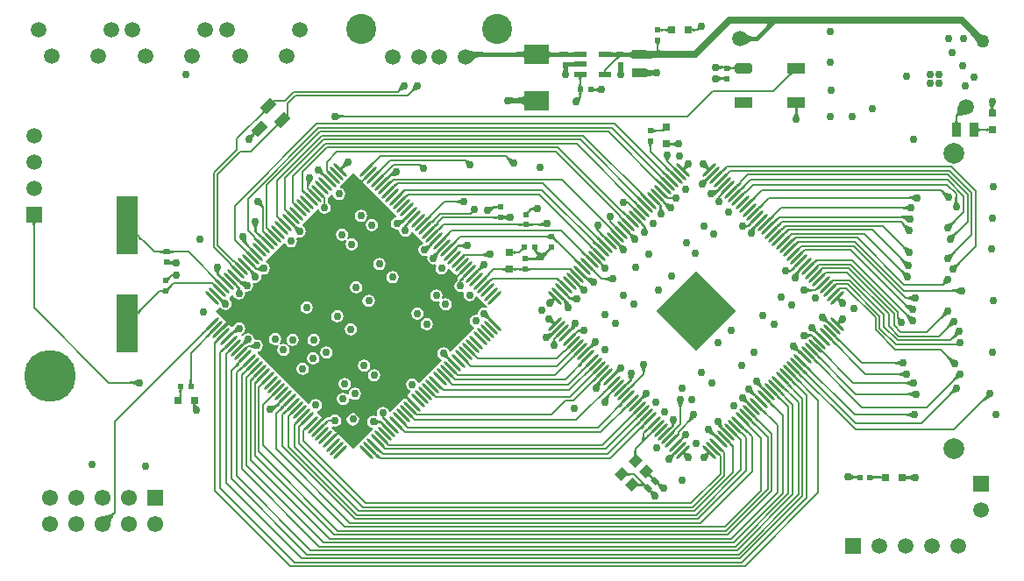
<source format=gtl>
G04*
G04 #@! TF.GenerationSoftware,Altium Limited,Altium Designer,19.1.8 (144)*
G04*
G04 Layer_Physical_Order=1*
G04 Layer_Color=255*
%FSLAX44Y44*%
%MOMM*%
G71*
G01*
G75*
%ADD13C,0.1524*%
%ADD22R,1.3112X0.5508*%
G04:AMPARAMS|DCode=61|XSize=0.3mm|YSize=1.8mm|CornerRadius=0mm|HoleSize=0mm|Usage=FLASHONLY|Rotation=45.000|XOffset=0mm|YOffset=0mm|HoleType=Round|Shape=Round|*
%AMOVALD61*
21,1,1.5000,0.3000,0.0000,0.0000,135.0*
1,1,0.3000,0.5303,-0.5303*
1,1,0.3000,-0.5303,0.5303*
%
%ADD61OVALD61*%

G04:AMPARAMS|DCode=62|XSize=0.3mm|YSize=1.8mm|CornerRadius=0mm|HoleSize=0mm|Usage=FLASHONLY|Rotation=135.000|XOffset=0mm|YOffset=0mm|HoleType=Round|Shape=Round|*
%AMOVALD62*
21,1,1.5000,0.3000,0.0000,0.0000,225.0*
1,1,0.3000,0.5303,0.5303*
1,1,0.3000,-0.5303,-0.5303*
%
%ADD62OVALD62*%

%ADD63P,7.7782X4X90.0*%
%ADD64R,1.7000X1.0000*%
%ADD65R,1.7000X1.0000*%
G04:AMPARAMS|DCode=66|XSize=1.7mm|YSize=1mm|CornerRadius=0.25mm|HoleSize=0mm|Usage=FLASHONLY|Rotation=0.000|XOffset=0mm|YOffset=0mm|HoleType=Round|Shape=RoundedRectangle|*
%AMROUNDEDRECTD66*
21,1,1.7000,0.5000,0,0,0.0*
21,1,1.2000,1.0000,0,0,0.0*
1,1,0.5000,0.6000,-0.2500*
1,1,0.5000,-0.6000,-0.2500*
1,1,0.5000,-0.6000,0.2500*
1,1,0.5000,0.6000,0.2500*
%
%ADD66ROUNDEDRECTD66*%
%ADD67R,0.6000X0.5000*%
%ADD68R,0.5000X0.6000*%
G04:AMPARAMS|DCode=69|XSize=0.9mm|YSize=1.4mm|CornerRadius=0mm|HoleSize=0mm|Usage=FLASHONLY|Rotation=135.000|XOffset=0mm|YOffset=0mm|HoleType=Round|Shape=Rectangle|*
%AMROTATEDRECTD69*
4,1,4,0.8132,0.1768,-0.1768,-0.8132,-0.8132,-0.1768,0.1768,0.8132,0.8132,0.1768,0.0*
%
%ADD69ROTATEDRECTD69*%

G04:AMPARAMS|DCode=70|XSize=1.05mm|YSize=0.95mm|CornerRadius=0mm|HoleSize=0mm|Usage=FLASHONLY|Rotation=45.000|XOffset=0mm|YOffset=0mm|HoleType=Round|Shape=Rectangle|*
%AMROTATEDRECTD70*
4,1,4,-0.0354,-0.7071,-0.7071,-0.0354,0.0354,0.7071,0.7071,0.0354,-0.0354,-0.7071,0.0*
%
%ADD70ROTATEDRECTD70*%

%ADD71R,2.1000X5.6000*%
%ADD72R,0.8000X0.8000*%
G04:AMPARAMS|DCode=73|XSize=0.5mm|YSize=0.6mm|CornerRadius=0mm|HoleSize=0mm|Usage=FLASHONLY|Rotation=45.000|XOffset=0mm|YOffset=0mm|HoleType=Round|Shape=Rectangle|*
%AMROTATEDRECTD73*
4,1,4,0.0354,-0.3889,-0.3889,0.0354,-0.0354,0.3889,0.3889,-0.0354,0.0354,-0.3889,0.0*
%
%ADD73ROTATEDRECTD73*%

%ADD74R,2.4130X1.8796*%
%ADD75R,1.4000X0.8500*%
%ADD76R,0.8000X0.8000*%
%ADD77R,0.8500X1.4000*%
%ADD78C,0.2032*%
%ADD79C,0.6350*%
%ADD80C,0.3810*%
%ADD81C,0.3048*%
%ADD82C,0.5080*%
%ADD83R,1.5000X1.5000*%
%ADD84C,1.5000*%
%ADD85R,1.5000X1.5000*%
%ADD86R,1.5500X1.5500*%
%ADD87C,1.5500*%
%ADD88C,2.9000*%
%ADD89C,1.5200*%
%ADD90C,2.0000*%
%ADD91C,5.0000*%
%ADD92C,0.7620*%
%ADD93C,1.2700*%
G36*
X737750Y532250D02*
X736194Y531067D01*
X738159Y529101D01*
X737950Y529056D01*
X737718Y528971D01*
X737463Y528846D01*
X737186Y528681D01*
X736887Y528477D01*
X736222Y527950D01*
X735855Y527627D01*
X735056Y526862D01*
X733160Y528758D01*
X726493Y523687D01*
X727485Y524711D01*
X728306Y525627D01*
X728955Y526435D01*
X729433Y527135D01*
X729740Y527728D01*
X729876Y528213D01*
X729840Y528590D01*
X729633Y528859D01*
X729255Y529021D01*
X728706Y529075D01*
X737750Y535425D01*
Y532250D01*
D02*
G37*
G36*
X634063Y520718D02*
X634023Y520911D01*
X633900Y521084D01*
X633695Y521236D01*
X633408Y521368D01*
X633040Y521480D01*
X632589Y521571D01*
X632057Y521642D01*
X630747Y521724D01*
X630625Y521725D01*
X630503Y521724D01*
X628661Y521571D01*
X628210Y521480D01*
X627842Y521368D01*
X627555Y521236D01*
X627350Y521084D01*
X627228Y520911D01*
X627187Y520718D01*
Y524782D01*
X627228Y524589D01*
X627350Y524416D01*
X627555Y524264D01*
X627842Y524132D01*
X628210Y524020D01*
X628661Y523928D01*
X629193Y523857D01*
X630503Y523776D01*
X630625Y523774D01*
X630747Y523776D01*
X632589Y523928D01*
X633040Y524020D01*
X633408Y524132D01*
X633695Y524264D01*
X633900Y524416D01*
X634023Y524589D01*
X634063Y524782D01*
Y520718D01*
D02*
G37*
G36*
X665611Y522795D02*
X665389Y522836D01*
X665169Y522850D01*
X664951Y522839D01*
X664734Y522801D01*
X664519Y522738D01*
X664306Y522648D01*
X664094Y522533D01*
X663884Y522392D01*
X663675Y522225D01*
X663468Y522032D01*
X662032Y523468D01*
X662225Y523675D01*
X662392Y523884D01*
X662533Y524094D01*
X662648Y524306D01*
X662738Y524519D01*
X662801Y524734D01*
X662839Y524951D01*
X662850Y525169D01*
X662836Y525389D01*
X662795Y525611D01*
X665611Y522795D01*
D02*
G37*
G36*
X657978Y524589D02*
X658100Y524416D01*
X658305Y524264D01*
X658592Y524132D01*
X658960Y524020D01*
X659410Y523929D01*
X659943Y523857D01*
X661253Y523776D01*
X662031Y523766D01*
Y521734D01*
X661253Y521724D01*
X659410Y521571D01*
X658960Y521480D01*
X658592Y521368D01*
X658305Y521236D01*
X658100Y521084D01*
X657978Y520911D01*
X657936Y520718D01*
Y524782D01*
X657978Y524589D01*
D02*
G37*
G36*
X931351Y523162D02*
X935510Y519564D01*
X936359Y518972D01*
X937132Y518502D01*
X937829Y518156D01*
X938449Y517932D01*
X938994Y517831D01*
X932169Y511006D01*
X932068Y511551D01*
X931844Y512171D01*
X931498Y512868D01*
X931028Y513641D01*
X930436Y514490D01*
X928883Y516417D01*
X926838Y518649D01*
X925631Y519879D01*
X930121Y524369D01*
X931351Y523162D01*
D02*
G37*
G36*
X709164Y519136D02*
X710215Y518458D01*
X711290Y517860D01*
X712389Y517341D01*
X713513Y516902D01*
X714662Y516543D01*
X715835Y516264D01*
X717032Y516065D01*
X718254Y515945D01*
X719500Y515905D01*
Y512095D01*
X718254Y512055D01*
X717032Y511936D01*
X715835Y511736D01*
X714662Y511457D01*
X713513Y511098D01*
X712389Y510659D01*
X711290Y510140D01*
X710215Y509542D01*
X709164Y508864D01*
X708138Y508106D01*
Y519894D01*
X709164Y519136D01*
D02*
G37*
G36*
X626089Y510242D02*
X625916Y510120D01*
X625764Y509917D01*
X625632Y509633D01*
X625520Y509267D01*
X625429Y508820D01*
X625357Y508292D01*
X625276Y506991D01*
X625266Y506219D01*
X623234D01*
X623224Y506991D01*
X623071Y508820D01*
X622980Y509267D01*
X622868Y509633D01*
X622736Y509917D01*
X622584Y510120D01*
X622411Y510242D01*
X622218Y510283D01*
X626282D01*
X626089Y510242D01*
D02*
G37*
G36*
X625680Y503779D02*
X626029Y503493D01*
X626395Y503233D01*
X626776Y503000D01*
X627175Y502793D01*
X627589Y502611D01*
X628020Y502456D01*
X628467Y502328D01*
X628930Y502225D01*
X629409Y502149D01*
X627423Y500162D01*
X629000Y499000D01*
Y495825D01*
X626167Y498135D01*
Y495825D01*
X623754Y495812D01*
X614610Y495192D01*
X613975Y494998D01*
X613594Y494779D01*
X613467Y494533D01*
Y502967D01*
X613594Y502817D01*
X613975Y502682D01*
X614610Y502563D01*
X615499Y502460D01*
X618039Y502302D01*
X622546Y502231D01*
X622755Y502252D01*
X623108Y502312D01*
X623380Y502389D01*
X623572Y502483D01*
X623683Y502595D01*
X623713Y502723D01*
X623663Y502869D01*
X623532Y503032D01*
X623967Y502711D01*
X625346Y504090D01*
X625680Y503779D01*
D02*
G37*
G36*
X443240Y502811D02*
X444069Y502485D01*
X445045Y502197D01*
X446170Y501948D01*
X447442Y501737D01*
X450429Y501430D01*
X454008Y501277D01*
X456019Y501258D01*
X457468Y497448D01*
X455866Y497390D01*
X454325Y497217D01*
X452844Y496930D01*
X451423Y496527D01*
X450064Y496008D01*
X448764Y495375D01*
X447525Y494627D01*
X446347Y493763D01*
X445229Y492784D01*
X444171Y491690D01*
X443374Y497369D01*
X442652Y497340D01*
Y501366D01*
X442704Y501345D01*
X442804Y501327D01*
X442818Y501325D01*
X442559Y503176D01*
X443240Y502811D01*
D02*
G37*
G36*
X542977Y500962D02*
X546087Y500905D01*
Y497095D01*
X544639Y497089D01*
X542977Y496989D01*
Y496279D01*
X542902Y496434D01*
X542678Y496573D01*
X542304Y496695D01*
X541781Y496801D01*
X541184Y496881D01*
X538772Y496735D01*
X538543Y496640D01*
X538467Y496533D01*
Y497038D01*
X535500Y497095D01*
Y500905D01*
X536921Y500913D01*
X538467Y501004D01*
Y501467D01*
X538543Y501360D01*
X538772Y501265D01*
X539153Y501180D01*
X539686Y501107D01*
X539925Y501090D01*
X541781Y501199D01*
X542304Y501305D01*
X542678Y501427D01*
X542902Y501566D01*
X542977Y501721D01*
Y500962D01*
D02*
G37*
G36*
X599563Y494940D02*
X599487Y495302D01*
X599258Y495626D01*
X598875Y495912D01*
X598339Y496159D01*
X597651Y496369D01*
X596809Y496540D01*
X595815Y496674D01*
X595518Y496692D01*
X591635Y496533D01*
Y501467D01*
X591711Y501313D01*
X591940Y501175D01*
X592321Y501053D01*
X592854Y500947D01*
X593540Y500858D01*
X594641Y500780D01*
X596809Y500960D01*
X597651Y501131D01*
X598339Y501341D01*
X598875Y501589D01*
X599258Y501874D01*
X599487Y502198D01*
X599563Y502560D01*
Y494940D01*
D02*
G37*
G36*
X580099Y501566D02*
X580328Y501427D01*
X580709Y501305D01*
X581242Y501199D01*
X581928Y501109D01*
X582335Y501080D01*
X585396Y501265D01*
X585625Y501360D01*
X585701Y501467D01*
Y500942D01*
X587643Y500905D01*
Y498382D01*
X588914Y497111D01*
X588749Y497079D01*
X588577Y497025D01*
X588451Y496972D01*
X589075Y496533D01*
X588880Y496611D01*
X588632Y496608D01*
X588332Y496524D01*
X587980Y496358D01*
X587575Y496111D01*
X587118Y495783D01*
X586608Y495374D01*
X585431Y494312D01*
X584764Y493659D01*
X582827Y494596D01*
X583525Y495308D01*
X584869Y496840D01*
X584482Y496893D01*
X583987Y496929D01*
X580709Y496695D01*
X580328Y496573D01*
X580099Y496434D01*
X580023Y496279D01*
Y497059D01*
X578081Y497095D01*
Y500905D01*
X579529Y500911D01*
X580023Y500940D01*
Y501721D01*
X580099Y501566D01*
D02*
G37*
G36*
X519327Y502448D02*
X519557Y502124D01*
X519939Y501838D01*
X520475Y501591D01*
X521163Y501381D01*
X522005Y501210D01*
X522999Y501076D01*
X525448Y500924D01*
X526381Y500912D01*
X532228Y501265D01*
X532457Y501360D01*
X532533Y501467D01*
Y496533D01*
X532457Y496640D01*
X532228Y496735D01*
X531847Y496820D01*
X531314Y496893D01*
X529790Y497005D01*
X525739Y497080D01*
X525448Y497076D01*
X522005Y496790D01*
X521163Y496619D01*
X520475Y496409D01*
X519939Y496161D01*
X519557Y495876D01*
X519327Y495552D01*
X519251Y495190D01*
Y502810D01*
X519327Y502448D01*
D02*
G37*
G36*
X495248Y495543D02*
X495171Y495905D01*
X494942Y496229D01*
X494559Y496514D01*
X494024Y496762D01*
X493335Y496972D01*
X492494Y497143D01*
X491499Y497276D01*
X489051Y497429D01*
X487597Y497448D01*
Y501258D01*
X489051Y501277D01*
X492494Y501563D01*
X493335Y501734D01*
X494024Y501944D01*
X494559Y502191D01*
X494942Y502477D01*
X495171Y502801D01*
X495248Y503163D01*
Y495543D01*
D02*
G37*
G36*
X699013Y483718D02*
X698972Y483911D01*
X698849Y484084D01*
X698644Y484236D01*
X698357Y484368D01*
X697989Y484480D01*
X697539Y484571D01*
X697006Y484642D01*
X696586Y484669D01*
X695411Y484571D01*
X694960Y484480D01*
X694592Y484368D01*
X694305Y484236D01*
X694100Y484084D01*
X693978Y483911D01*
X693936Y483718D01*
Y487782D01*
X693978Y487589D01*
X694100Y487416D01*
X694305Y487264D01*
X694592Y487132D01*
X694960Y487020D01*
X695411Y486928D01*
X695943Y486857D01*
X696363Y486831D01*
X697539Y486928D01*
X697989Y487020D01*
X698357Y487132D01*
X698644Y487264D01*
X698849Y487416D01*
X698972Y487589D01*
X699013Y487782D01*
Y483718D01*
D02*
G37*
G36*
X542977Y491422D02*
X546087Y491405D01*
Y487595D01*
X544639Y487584D01*
X542977Y487460D01*
Y486779D01*
X542907Y486934D01*
X542698Y487073D01*
X542349Y487195D01*
X541861Y487301D01*
X541518Y487350D01*
X539686Y487213D01*
X539153Y487075D01*
X538772Y486915D01*
X538543Y486735D01*
X538467Y486533D01*
X538265Y486468D01*
X538085Y486272D01*
X537925Y485945D01*
X537787Y485488D01*
X537671Y484900D01*
X537656Y484790D01*
X537663Y484695D01*
X537777Y484078D01*
X537911Y483543D01*
X538066Y483089D01*
X538241Y482717D01*
X538437Y482426D01*
X537453D01*
X537448Y482352D01*
X537405Y480000D01*
X533595D01*
X533584Y481241D01*
X533502Y482426D01*
X532563D01*
X532759Y482717D01*
X532934Y483089D01*
X533089Y483543D01*
X533223Y484078D01*
X533337Y484695D01*
X533341Y484733D01*
X533330Y484900D01*
X533213Y485488D01*
X533075Y485945D01*
X532915Y486272D01*
X532735Y486468D01*
X532533Y486533D01*
X533519D01*
X533585Y487976D01*
X533595Y489000D01*
X536000D01*
Y491405D01*
X537326Y491413D01*
X541861Y491699D01*
X542349Y491805D01*
X542698Y491927D01*
X542907Y492066D01*
X542977Y492221D01*
Y491422D01*
D02*
G37*
G36*
X683322Y489146D02*
X683837Y488827D01*
X684402Y488545D01*
X685018Y488300D01*
X685684Y488094D01*
X686400Y487924D01*
X687150Y487796D01*
X687383Y487837D01*
X687667Y487914D01*
X687870Y488003D01*
X687992Y488104D01*
X688033Y488217D01*
X688037Y487697D01*
X689768Y487624D01*
Y485592D01*
X688851Y485573D01*
X688056Y485502D01*
X688064Y484576D01*
X688021Y484769D01*
X687897Y484941D01*
X687691Y485094D01*
X687404Y485226D01*
X687036Y485338D01*
X686869Y485372D01*
X686400Y485291D01*
X685684Y485122D01*
X685018Y484915D01*
X684402Y484671D01*
X683837Y484389D01*
X683322Y484070D01*
X682858Y483712D01*
Y489503D01*
X683322Y489146D01*
D02*
G37*
G36*
X590583Y487399D02*
X590645Y486533D01*
X591635D01*
X591433Y486462D01*
X591253Y486248D01*
X591093Y485893D01*
X590955Y485395D01*
X590839Y484754D01*
X590798Y484422D01*
X590821Y484108D01*
X590930Y483496D01*
X591058Y482969D01*
X591207Y482527D01*
X591375Y482168D01*
X591563Y481894D01*
X590614D01*
X590573Y479418D01*
X586763D01*
X586752Y480770D01*
X586680Y481894D01*
X585773D01*
X585961Y482168D01*
X586129Y482527D01*
X586278Y482969D01*
X586407Y483496D01*
X586515Y484108D01*
X586530Y484245D01*
X586497Y484754D01*
X586381Y485395D01*
X586243Y485893D01*
X586083Y486248D01*
X585903Y486462D01*
X585701Y486533D01*
X586715D01*
X586753Y487399D01*
X586763Y488433D01*
X590573D01*
X590583Y487399D01*
D02*
G37*
G36*
X613565Y485148D02*
X613858Y484863D01*
X614347Y484612D01*
X615032Y484394D01*
X615913Y484209D01*
X616989Y484058D01*
X618458Y483950D01*
X620638Y484078D01*
X620774Y484145D01*
Y483837D01*
X623250Y483790D01*
Y478710D01*
X621391Y478693D01*
X620774Y478648D01*
Y478355D01*
X620638Y478422D01*
X620397Y478483D01*
X620052Y478536D01*
X619679Y478568D01*
X615913Y478291D01*
X615032Y478106D01*
X614347Y477888D01*
X613858Y477637D01*
X613565Y477352D01*
X613467Y477033D01*
Y485467D01*
X613565Y485148D01*
D02*
G37*
G36*
X755905Y480754D02*
X755574Y480668D01*
X755215Y480524D01*
X754827Y480323D01*
X754411Y480065D01*
X753965Y479748D01*
X752988Y478944D01*
X752457Y478455D01*
X751896Y477909D01*
X749023D01*
X749554Y478455D01*
X750359Y479375D01*
X750632Y479748D01*
X750818Y480065D01*
X750919Y480323D01*
X750934Y480524D01*
X750862Y480668D01*
X750704Y480754D01*
X750459Y480783D01*
X756207D01*
X755905Y480754D01*
D02*
G37*
G36*
X682941Y478288D02*
X683456Y477969D01*
X684021Y477687D01*
X684637Y477443D01*
X685303Y477236D01*
X686019Y477067D01*
X686697Y476950D01*
X687040Y477020D01*
X687408Y477132D01*
X687695Y477264D01*
X687900Y477416D01*
X688023Y477589D01*
X688064Y477782D01*
Y476822D01*
X689387Y476766D01*
Y474734D01*
X688469Y474715D01*
X688064Y474679D01*
Y473718D01*
X688023Y473911D01*
X687900Y474084D01*
X687695Y474236D01*
X687408Y474368D01*
X687040Y474480D01*
X686697Y474550D01*
X686019Y474433D01*
X685303Y474264D01*
X684637Y474057D01*
X684021Y473813D01*
X683456Y473531D01*
X682941Y473212D01*
X682477Y472855D01*
Y478645D01*
X682941Y478288D01*
D02*
G37*
G36*
X551339Y477238D02*
X551166Y477116D01*
X551014Y476913D01*
X550882Y476629D01*
X550770Y476263D01*
X550679Y475816D01*
X550607Y475288D01*
X550526Y473987D01*
X550516Y473215D01*
X548484D01*
X548474Y473987D01*
X548321Y475816D01*
X548230Y476263D01*
X548118Y476629D01*
X547986Y476913D01*
X547834Y477116D01*
X547661Y477238D01*
X547468Y477279D01*
X551532D01*
X551339Y477238D01*
D02*
G37*
G36*
X550526Y471253D02*
X550679Y469411D01*
X550770Y468960D01*
X550882Y468592D01*
X551014Y468305D01*
X551166Y468100D01*
X551339Y467977D01*
X551532Y467937D01*
X547468D01*
X547661Y467977D01*
X547834Y468100D01*
X547986Y468305D01*
X548118Y468592D01*
X548230Y468960D01*
X548321Y469411D01*
X548393Y469943D01*
X548474Y471253D01*
X548484Y472031D01*
X550516D01*
X550526Y471253D01*
D02*
G37*
G36*
X567774Y462105D02*
X567309Y462462D01*
X566794Y462781D01*
X566229Y463063D01*
X565613Y463307D01*
X564947Y463514D01*
X564231Y463683D01*
X563465Y463815D01*
X563409Y463821D01*
X562960Y463730D01*
X562592Y463618D01*
X562305Y463486D01*
X562100Y463334D01*
X561978Y463161D01*
X561936Y462968D01*
Y463939D01*
X560863Y463984D01*
Y466016D01*
X561781Y466035D01*
X561936Y466049D01*
Y467032D01*
X561978Y466839D01*
X562100Y466666D01*
X562305Y466514D01*
X562592Y466382D01*
X562960Y466270D01*
X563405Y466180D01*
X563465Y466185D01*
X564231Y466317D01*
X564947Y466486D01*
X565613Y466693D01*
X566229Y466937D01*
X566794Y467219D01*
X567309Y467538D01*
X567774Y467895D01*
Y462105D01*
D02*
G37*
G36*
X379675Y465214D02*
X378982Y465116D01*
X378312Y464979D01*
X377668Y464805D01*
X377048Y464592D01*
X376452Y464341D01*
X375882Y464053D01*
X375336Y463726D01*
X374814Y463361D01*
X374317Y462958D01*
X373845Y462517D01*
X372767Y463595D01*
X373208Y464067D01*
X373611Y464564D01*
X373976Y465086D01*
X374303Y465632D01*
X374591Y466203D01*
X374842Y466798D01*
X375055Y467418D01*
X375229Y468062D01*
X375365Y468731D01*
X375464Y469425D01*
X379675Y465214D01*
D02*
G37*
G36*
X392546Y464952D02*
X391893Y464871D01*
X391242Y464733D01*
X390592Y464536D01*
X389945Y464282D01*
X389301Y463969D01*
X388658Y463597D01*
X388017Y463168D01*
X387379Y462680D01*
X386742Y462135D01*
X386108Y461530D01*
X385030Y462608D01*
X385634Y463242D01*
X386668Y464517D01*
X387098Y465158D01*
X387469Y465801D01*
X387782Y466445D01*
X388036Y467092D01*
X388233Y467742D01*
X388371Y468393D01*
X388451Y469046D01*
X392546Y464952D01*
D02*
G37*
G36*
X495248Y449569D02*
X495146Y450051D01*
X494840Y450483D01*
X494330Y450864D01*
X493617Y451194D01*
X492700Y451474D01*
X491579Y451702D01*
X490254Y451880D01*
X486993Y452083D01*
X486347Y452092D01*
X481713Y451821D01*
X481578Y451754D01*
Y457544D01*
X481713Y457477D01*
X481954Y457416D01*
X482299Y457363D01*
X483305Y457278D01*
X486158Y457203D01*
X486993Y457214D01*
X491579Y457595D01*
X492700Y457824D01*
X493617Y458103D01*
X494330Y458433D01*
X494840Y458814D01*
X495146Y459246D01*
X495248Y459729D01*
Y449569D01*
D02*
G37*
G36*
X551339Y461992D02*
X551166Y461870D01*
X551014Y461667D01*
X550882Y461383D01*
X550770Y461017D01*
X550679Y460570D01*
X550607Y460042D01*
X550526Y458741D01*
X550516Y457969D01*
X549281D01*
X550218Y457032D01*
X550046Y456832D01*
X549885Y456590D01*
X549737Y456306D01*
X549601Y455980D01*
X549478Y455613D01*
X549366Y455203D01*
X549180Y454258D01*
X549106Y453722D01*
X549043Y453144D01*
X544894Y457293D01*
X545472Y457356D01*
X546953Y457616D01*
X547363Y457728D01*
X547730Y457851D01*
X548056Y457987D01*
X548340Y458135D01*
X548481Y458229D01*
X548474Y458741D01*
X548321Y460570D01*
X548230Y461017D01*
X548118Y461383D01*
X547986Y461667D01*
X547834Y461870D01*
X547661Y461992D01*
X547468Y462033D01*
X551532D01*
X551339Y461992D01*
D02*
G37*
G36*
X949788Y450309D02*
X949469Y449794D01*
X949187Y449229D01*
X948943Y448613D01*
X948736Y447947D01*
X948567Y447231D01*
X948548Y447119D01*
X948632Y446842D01*
X948764Y446555D01*
X948916Y446350D01*
X949089Y446227D01*
X949282Y446186D01*
X948403D01*
X948341Y445648D01*
X948266Y443863D01*
X946234D01*
X946215Y444781D01*
X946090Y446186D01*
X945218D01*
X945411Y446227D01*
X945584Y446350D01*
X945736Y446555D01*
X945868Y446842D01*
X945953Y447119D01*
X945933Y447231D01*
X945764Y447947D01*
X945557Y448613D01*
X945313Y449229D01*
X945031Y449794D01*
X944712Y450309D01*
X944355Y450774D01*
X950145D01*
X949788Y450309D01*
D02*
G37*
G36*
X244858Y442353D02*
X244734Y442434D01*
X244577Y442460D01*
X244387Y442432D01*
X244165Y442350D01*
X243910Y442213D01*
X243622Y442022D01*
X243301Y441777D01*
X242561Y441123D01*
X242142Y440715D01*
X241065Y441793D01*
X241473Y442212D01*
X242372Y443272D01*
X242563Y443560D01*
X242699Y443815D01*
X242782Y444038D01*
X242810Y444227D01*
X242783Y444384D01*
X242703Y444508D01*
X244858Y442353D01*
D02*
G37*
G36*
X760139Y447722D02*
X759966Y447601D01*
X759814Y447397D01*
X759682Y447113D01*
X759570Y446747D01*
X759479Y446300D01*
X759407Y445772D01*
X759359Y444998D01*
X759485Y443586D01*
X759617Y442819D01*
X759786Y442103D01*
X759993Y441437D01*
X760237Y440821D01*
X760519Y440256D01*
X760838Y439741D01*
X761195Y439277D01*
X755405D01*
X755762Y439741D01*
X756081Y440256D01*
X756363Y440821D01*
X756608Y441437D01*
X756814Y442103D01*
X756983Y442819D01*
X757115Y443586D01*
X757209Y444402D01*
X757233Y444966D01*
X757121Y446300D01*
X757030Y446747D01*
X756918Y447113D01*
X756786Y447397D01*
X756634Y447601D01*
X756461Y447722D01*
X756268Y447763D01*
X760332D01*
X760139Y447722D01*
D02*
G37*
G36*
X923055Y441325D02*
X921481Y441089D01*
X915663Y439849D01*
X914909Y439589D01*
X914292Y439324D01*
X913812Y439055D01*
X913468Y438782D01*
X912032Y440218D01*
X912305Y440562D01*
X912574Y441042D01*
X912839Y441659D01*
X913099Y442413D01*
X913356Y443303D01*
X913856Y445494D01*
X914575Y449805D01*
X923055Y441325D01*
D02*
G37*
G36*
X315191Y441788D02*
X315706Y441469D01*
X316271Y441187D01*
X316887Y440943D01*
X317553Y440736D01*
X318269Y440567D01*
X319035Y440435D01*
X319852Y440341D01*
X321637Y440266D01*
Y438234D01*
X320719Y438215D01*
X319035Y438065D01*
X318269Y437933D01*
X317553Y437764D01*
X316887Y437557D01*
X316271Y437313D01*
X315706Y437031D01*
X315191Y436712D01*
X314727Y436355D01*
Y442145D01*
X315191Y441788D01*
D02*
G37*
G36*
X913776Y436503D02*
X913929Y434660D01*
X914020Y434210D01*
X914132Y433842D01*
X914264Y433555D01*
X914416Y433350D01*
X914589Y433228D01*
X914782Y433186D01*
X910718D01*
X910911Y433228D01*
X911084Y433350D01*
X911236Y433555D01*
X911368Y433842D01*
X911480Y434210D01*
X911571Y434660D01*
X911643Y435193D01*
X911724Y436503D01*
X911734Y437281D01*
X913766D01*
X913776Y436503D01*
D02*
G37*
G36*
X257754Y429457D02*
X257630Y429538D01*
X257473Y429564D01*
X257283Y429536D01*
X257061Y429454D01*
X256806Y429317D01*
X256518Y429126D01*
X256197Y428881D01*
X255458Y428227D01*
X255039Y427819D01*
X253961Y428897D01*
X254369Y429315D01*
X255268Y430376D01*
X255459Y430664D01*
X255595Y430919D01*
X255678Y431142D01*
X255706Y431331D01*
X255680Y431488D01*
X255599Y431612D01*
X257754Y429457D01*
D02*
G37*
G36*
X629033Y424533D02*
X624969Y424234D01*
Y426266D01*
X625745Y426276D01*
X627584Y426428D01*
X628034Y426520D01*
X628403Y426632D01*
X628690Y426764D01*
X628896Y426916D01*
X629021Y427089D01*
X629063Y427282D01*
X629033Y424533D01*
D02*
G37*
G36*
X943314Y424218D02*
X943272Y424411D01*
X943150Y424584D01*
X942945Y424736D01*
X942658Y424868D01*
X942290Y424980D01*
X941840Y425071D01*
X941307Y425143D01*
X939997Y425224D01*
X939219Y425234D01*
Y427266D01*
X939997Y427276D01*
X941840Y427429D01*
X942290Y427520D01*
X942658Y427632D01*
X942945Y427764D01*
X943150Y427916D01*
X943272Y428089D01*
X943314Y428282D01*
Y424218D01*
D02*
G37*
G36*
X934477Y428089D02*
X934600Y427916D01*
X934805Y427764D01*
X935092Y427632D01*
X935460Y427520D01*
X935910Y427429D01*
X936443Y427357D01*
X937753Y427276D01*
X938531Y427266D01*
Y425234D01*
X937753Y425224D01*
X935910Y425071D01*
X935460Y424980D01*
X935092Y424868D01*
X934805Y424736D01*
X934600Y424584D01*
X934477Y424411D01*
X934436Y424218D01*
Y428282D01*
X934477Y428089D01*
D02*
G37*
G36*
X236587Y423151D02*
X235952Y422489D01*
X235529Y421983D01*
X236193Y421320D01*
X236028Y421427D01*
X235819Y421462D01*
X235566Y421425D01*
X235270Y421316D01*
X234930Y421134D01*
X234736Y421006D01*
X234418Y420556D01*
X234032Y419930D01*
X233707Y419313D01*
X233444Y418705D01*
X233244Y418106D01*
X233106Y417516D01*
X233030Y416935D01*
X228935Y421030D01*
X229516Y421106D01*
X230106Y421244D01*
X230705Y421445D01*
X231313Y421707D01*
X231930Y422032D01*
X232556Y422419D01*
X233006Y422736D01*
X233134Y422931D01*
X233316Y423270D01*
X233425Y423566D01*
X233462Y423819D01*
X233427Y424028D01*
X233319Y424193D01*
X233991Y423522D01*
X235151Y424587D01*
X236587Y423151D01*
D02*
G37*
G36*
X620228Y427089D02*
X620350Y426916D01*
X620555Y426764D01*
X620842Y426632D01*
X621210Y426520D01*
X621661Y426428D01*
X622193Y426357D01*
X623503Y426276D01*
X624281Y426266D01*
Y424234D01*
X623503Y424224D01*
X621661Y424071D01*
X621210Y423980D01*
X620842Y423868D01*
X620555Y423736D01*
X620350Y423584D01*
X620228Y423411D01*
X620187Y423218D01*
Y427282D01*
X620228Y427089D01*
D02*
G37*
G36*
X642273Y409605D02*
X641809Y409962D01*
X641294Y410281D01*
X640729Y410563D01*
X640113Y410807D01*
X639447Y411014D01*
X638731Y411183D01*
X638189Y411276D01*
X637960Y411230D01*
X637592Y411118D01*
X637305Y410986D01*
X637100Y410834D01*
X636978Y410661D01*
X636936Y410468D01*
Y411418D01*
X635363Y411484D01*
Y413516D01*
X636281Y413535D01*
X636936Y413593D01*
Y414532D01*
X636978Y414339D01*
X637100Y414166D01*
X637305Y414014D01*
X637592Y413882D01*
X637960Y413770D01*
X638189Y413724D01*
X638731Y413817D01*
X639447Y413986D01*
X640113Y414193D01*
X640729Y414437D01*
X641294Y414719D01*
X641809Y415038D01*
X642273Y415395D01*
Y409605D01*
D02*
G37*
G36*
X619089Y412742D02*
X618916Y412620D01*
X618764Y412417D01*
X618632Y412133D01*
X618520Y411767D01*
X618429Y411320D01*
X618358Y410792D01*
X618276Y409491D01*
X618266Y408719D01*
X616234D01*
X616224Y409491D01*
X616072Y411320D01*
X615980Y411767D01*
X615868Y412133D01*
X615736Y412417D01*
X615584Y412620D01*
X615411Y412742D01*
X615218Y412783D01*
X619282D01*
X619089Y412742D01*
D02*
G37*
G36*
X635602Y398290D02*
X635374Y398065D01*
X635173Y397831D01*
X634999Y397586D01*
X634851Y397333D01*
X634730Y397070D01*
X634637Y396797D01*
X634570Y396515D01*
X634529Y396224D01*
X634516Y395923D01*
X632484D01*
X632471Y396224D01*
X632430Y396515D01*
X632363Y396797D01*
X632270Y397070D01*
X632149Y397333D01*
X632001Y397586D01*
X631827Y397831D01*
X631626Y398065D01*
X631398Y398290D01*
X631144Y398506D01*
X635856D01*
X635602Y398290D01*
D02*
G37*
G36*
X439925Y397025D02*
X440134Y396858D01*
X440344Y396717D01*
X440556Y396602D01*
X440769Y396512D01*
X440984Y396449D01*
X441201Y396412D01*
X441419Y396400D01*
X441639Y396414D01*
X441861Y396455D01*
X439045Y393639D01*
X439086Y393861D01*
X439100Y394081D01*
X439089Y394299D01*
X439051Y394516D01*
X438988Y394731D01*
X438898Y394944D01*
X438783Y395156D01*
X438642Y395366D01*
X438475Y395575D01*
X438282Y395782D01*
X439718Y397218D01*
X439925Y397025D01*
D02*
G37*
G36*
X479743Y400471D02*
X481040Y399386D01*
X481675Y398937D01*
X482301Y398550D01*
X482918Y398226D01*
X483526Y397963D01*
X484125Y397763D01*
X484715Y397625D01*
X485296Y397548D01*
X481202Y393454D01*
X481125Y394035D01*
X480987Y394625D01*
X480787Y395224D01*
X480524Y395832D01*
X480200Y396449D01*
X479813Y397075D01*
X479364Y397710D01*
X478853Y398354D01*
X477644Y399669D01*
X479081Y401106D01*
X479743Y400471D01*
D02*
G37*
G36*
X352830Y396143D02*
X352303Y395609D01*
X350442Y393497D01*
X350225Y393187D01*
X350060Y392915D01*
X349947Y392679D01*
X349885Y392482D01*
X347927Y394440D01*
X348033Y394484D01*
X348189Y394584D01*
X348393Y394739D01*
X348950Y395219D01*
X351207Y397394D01*
X352830Y396143D01*
D02*
G37*
G36*
X325286Y391202D02*
X324705Y391125D01*
X324115Y390987D01*
X323516Y390787D01*
X322908Y390524D01*
X322291Y390200D01*
X321665Y389813D01*
X321030Y389364D01*
X320831Y389206D01*
X320655Y388999D01*
X320401Y388616D01*
X320220Y388276D01*
X320111Y387980D01*
X320074Y387728D01*
X320109Y387519D01*
X320216Y387353D01*
X319516Y388054D01*
X319070Y387644D01*
X317634Y389081D01*
X318052Y389517D01*
X317343Y390227D01*
X317508Y390119D01*
X317717Y390084D01*
X317970Y390121D01*
X318266Y390230D01*
X318605Y390412D01*
X318988Y390666D01*
X319133Y390776D01*
X319354Y391040D01*
X319803Y391675D01*
X320189Y392301D01*
X320514Y392918D01*
X320777Y393526D01*
X320977Y394125D01*
X321115Y394715D01*
X321191Y395296D01*
X325286Y391202D01*
D02*
G37*
G36*
X651882Y392271D02*
X651987Y392373D01*
X653424Y390936D01*
X653321Y390831D01*
X654732Y389420D01*
X654097Y389322D01*
X653486Y389191D01*
X652901Y389029D01*
X652339Y388835D01*
X651803Y388609D01*
X651313Y388363D01*
X651250Y388246D01*
X651141Y387950D01*
X651104Y387697D01*
X651139Y387488D01*
X651247Y387323D01*
X650629Y387941D01*
X650341Y387741D01*
X649904Y387388D01*
X649491Y387003D01*
X648054Y388440D01*
X648438Y388853D01*
X648792Y389291D01*
X648991Y389578D01*
X648373Y390196D01*
X648539Y390089D01*
X648748Y390054D01*
X649000Y390091D01*
X649296Y390200D01*
X649413Y390262D01*
X649660Y390752D01*
X649886Y391289D01*
X650079Y391850D01*
X650242Y392436D01*
X650372Y393047D01*
X650471Y393682D01*
X651882Y392271D01*
D02*
G37*
G36*
X395208Y393130D02*
X395433Y392955D01*
X395665Y392807D01*
X395905Y392685D01*
X396151Y392589D01*
X396405Y392520D01*
X396666Y392477D01*
X396935Y392460D01*
X397210Y392470D01*
X397493Y392506D01*
X394379Y389391D01*
X394414Y389674D01*
X394424Y389950D01*
X394407Y390218D01*
X394364Y390479D01*
X394295Y390733D01*
X394199Y390980D01*
X394077Y391219D01*
X393929Y391451D01*
X393755Y391676D01*
X393554Y391894D01*
X394991Y393330D01*
X395208Y393130D01*
D02*
G37*
G36*
X637556Y393309D02*
X640159Y391034D01*
X640355Y390927D01*
X640507Y390874D01*
X638549Y388916D01*
X638496Y389068D01*
X638388Y389264D01*
X638227Y389504D01*
X638010Y389788D01*
X637415Y390488D01*
X635571Y392414D01*
X637008Y393851D01*
X637556Y393309D01*
D02*
G37*
G36*
X672378Y393170D02*
X672520Y392575D01*
X672698Y391997D01*
X672911Y391436D01*
X673160Y390893D01*
X673446Y390368D01*
X673474Y390323D01*
X673704Y390200D01*
X674000Y390091D01*
X674252Y390054D01*
X674461Y390089D01*
X674627Y390196D01*
X673987Y389557D01*
X674124Y389369D01*
X674517Y388896D01*
X674946Y388440D01*
X673510Y387003D01*
X673075Y387408D01*
X672618Y387777D01*
X672375Y387945D01*
X671753Y387323D01*
X671861Y387488D01*
X671896Y387697D01*
X671859Y387950D01*
X671750Y388246D01*
X671676Y388383D01*
X671631Y388410D01*
X671102Y388673D01*
X670549Y388901D01*
X669973Y389094D01*
X669373Y389252D01*
X668749Y389374D01*
X668102Y389461D01*
X672273Y393783D01*
X672378Y393170D01*
D02*
G37*
G36*
X300375Y387496D02*
X300513Y386906D01*
X300713Y386307D01*
X300976Y385699D01*
X301300Y385081D01*
X301687Y384455D01*
X301944Y384093D01*
X302057Y383993D01*
X302253Y383886D01*
X302405Y383833D01*
X302250Y383677D01*
X302647Y383176D01*
X303856Y381861D01*
X302419Y380424D01*
X301757Y381060D01*
X300600Y382028D01*
X300448Y381875D01*
X300394Y382027D01*
X300287Y382223D01*
X300231Y382306D01*
X299825Y382593D01*
X299199Y382980D01*
X298582Y383305D01*
X297974Y383567D01*
X297375Y383768D01*
X296785Y383906D01*
X296204Y383982D01*
X297531Y385309D01*
X297470Y385374D01*
X298907Y386810D01*
X298970Y386748D01*
X300299Y388077D01*
X300375Y387496D01*
D02*
G37*
G36*
X359878Y389191D02*
X359361Y388666D01*
X357793Y386892D01*
X357526Y386530D01*
X357309Y386201D01*
X357141Y385905D01*
X357024Y385642D01*
X356956Y385411D01*
X354999Y387369D01*
X355071Y387406D01*
X355196Y387500D01*
X355374Y387650D01*
X356615Y388818D01*
X358101Y390288D01*
X359878Y389191D01*
D02*
G37*
G36*
X690964Y388879D02*
X690422Y388331D01*
X688147Y385728D01*
X688040Y385532D01*
X687987Y385381D01*
X686029Y387338D01*
X686181Y387391D01*
X686377Y387499D01*
X686617Y387660D01*
X686901Y387877D01*
X687600Y388472D01*
X689527Y390316D01*
X690964Y388879D01*
D02*
G37*
G36*
X634020Y389773D02*
X636623Y387499D01*
X636819Y387391D01*
X636971Y387338D01*
X635014Y385381D01*
X634960Y385532D01*
X634853Y385728D01*
X634691Y385968D01*
X634475Y386252D01*
X633880Y386952D01*
X632036Y388879D01*
X633473Y390316D01*
X634020Y389773D01*
D02*
G37*
G36*
X363469Y385374D02*
X362927Y384826D01*
X360652Y382223D01*
X360545Y382027D01*
X360492Y381875D01*
X358534Y383833D01*
X358686Y383886D01*
X358882Y383993D01*
X359122Y384155D01*
X359406Y384371D01*
X360106Y384967D01*
X362032Y386810D01*
X363469Y385374D01*
D02*
G37*
G36*
X694500Y385343D02*
X693957Y384796D01*
X691683Y382193D01*
X691575Y381997D01*
X691522Y381845D01*
X689564Y383803D01*
X689716Y383856D01*
X689912Y383963D01*
X690152Y384125D01*
X690436Y384341D01*
X691136Y384937D01*
X693063Y386780D01*
X694500Y385343D01*
D02*
G37*
G36*
X630232Y386213D02*
X632358Y384367D01*
X632679Y384150D01*
X632966Y383983D01*
X633218Y383868D01*
X633436Y383803D01*
X631478Y381845D01*
X631438Y381931D01*
X631342Y382068D01*
X631189Y382257D01*
X630393Y383131D01*
X628545Y385019D01*
X629703Y386734D01*
X630232Y386213D01*
D02*
G37*
G36*
X371699Y381730D02*
X370876Y381820D01*
X370084Y381844D01*
X369322Y381802D01*
X368591Y381695D01*
X367890Y381523D01*
X367219Y381284D01*
X366579Y380980D01*
X365970Y380611D01*
X365675Y380390D01*
X364188Y378688D01*
X364080Y378492D01*
X364027Y378340D01*
X362070Y380297D01*
X362222Y380350D01*
X362417Y380458D01*
X362658Y380620D01*
X362941Y380836D01*
X363641Y381431D01*
X364824Y382563D01*
X368642Y386725D01*
X371699Y381730D01*
D02*
G37*
G36*
X674856Y379842D02*
X674221Y379180D01*
X673136Y377883D01*
X672934Y377598D01*
X673034Y377499D01*
X672882Y377445D01*
X672793Y377397D01*
X672687Y377248D01*
X672300Y376622D01*
X671976Y376005D01*
X671713Y375397D01*
X671513Y374798D01*
X671375Y374207D01*
X671299Y373627D01*
X669979Y374946D01*
X669535Y374521D01*
X668098Y375958D01*
X668531Y376394D01*
X667204Y377721D01*
X667785Y377797D01*
X668375Y377935D01*
X668974Y378136D01*
X669582Y378398D01*
X670199Y378723D01*
X670825Y379110D01*
X670974Y379215D01*
X671023Y379304D01*
X671076Y379456D01*
X671175Y379357D01*
X671460Y379559D01*
X672104Y380070D01*
X673419Y381279D01*
X674856Y379842D01*
D02*
G37*
G36*
X626986Y382706D02*
X629570Y380425D01*
X629757Y380318D01*
X629900Y380267D01*
X627942Y378310D01*
X627888Y378471D01*
X627779Y378675D01*
X627617Y378922D01*
X627400Y379211D01*
X626806Y379917D01*
X625511Y381297D01*
X624972Y381842D01*
X626436Y383251D01*
X626986Y382706D01*
D02*
G37*
G36*
X369907Y377670D02*
X369413Y377171D01*
X367648Y375176D01*
X367553Y375009D01*
X367515Y374890D01*
X367534Y374819D01*
X365619Y376734D01*
X365691Y376714D01*
X365810Y376752D01*
X365976Y376847D01*
X366190Y376998D01*
X366452Y377207D01*
X367521Y378176D01*
X368470Y379106D01*
X369907Y377670D01*
D02*
G37*
G36*
X623289Y379154D02*
X625694Y377066D01*
X625957Y376902D01*
X626180Y376791D01*
X626365Y376731D01*
X624407Y374774D01*
X624360Y374893D01*
X624258Y375061D01*
X624100Y375276D01*
X623617Y375850D01*
X622477Y377071D01*
X621438Y378125D01*
X622751Y379686D01*
X623289Y379154D01*
D02*
G37*
G36*
X373168Y373860D02*
X371138Y371626D01*
X369498Y373266D01*
X369538Y373268D01*
X369619Y373315D01*
X369741Y373406D01*
X369904Y373542D01*
X370960Y374533D01*
X371732Y375296D01*
X373168Y373860D01*
D02*
G37*
G36*
X705106Y374737D02*
X704564Y374189D01*
X702289Y371586D01*
X702182Y371390D01*
X702129Y371238D01*
X700171Y373196D01*
X700323Y373249D01*
X700519Y373357D01*
X700759Y373518D01*
X701043Y373735D01*
X701742Y374330D01*
X703669Y376174D01*
X705106Y374737D01*
D02*
G37*
G36*
X290651Y377042D02*
X290056Y376519D01*
X289523Y375968D01*
X289052Y375388D01*
X288645Y374781D01*
X288300Y374145D01*
X288018Y373482D01*
X287798Y372790D01*
X287641Y372070D01*
X287547Y371322D01*
X287516Y370546D01*
X285484Y371665D01*
X285478Y372715D01*
X285209Y377138D01*
X285125Y377563D01*
X285029Y377898D01*
X284923Y378144D01*
X290651Y377042D01*
D02*
G37*
G36*
X684200Y367973D02*
X683364Y367169D01*
X683640Y366892D01*
X683488Y366839D01*
X683292Y366731D01*
X683052Y366570D01*
X682768Y366353D01*
X682069Y365758D01*
X680142Y363914D01*
X680062Y363994D01*
X679133Y363102D01*
X676409Y368331D01*
X677263Y368183D01*
X678080Y368103D01*
X678860Y368091D01*
X679601Y368147D01*
X680306Y368271D01*
X680973Y368463D01*
X681602Y368723D01*
X681647Y368748D01*
X681683Y368850D01*
X681735Y368797D01*
X682194Y369051D01*
X682748Y369447D01*
X683265Y369911D01*
X684200Y367973D01*
D02*
G37*
G36*
X708642Y371201D02*
X708099Y370653D01*
X705825Y368051D01*
X705717Y367855D01*
X705664Y367703D01*
X703707Y369660D01*
X703859Y369714D01*
X704054Y369821D01*
X704295Y369983D01*
X704578Y370199D01*
X705278Y370794D01*
X707205Y372638D01*
X708642Y371201D01*
D02*
G37*
G36*
X380983Y367532D02*
X380471Y367015D01*
X378477Y364771D01*
X378323Y364539D01*
X378221Y364348D01*
X378169Y364198D01*
X376212Y366155D01*
X376362Y366207D01*
X376553Y366309D01*
X376785Y366463D01*
X377057Y366667D01*
X377724Y367230D01*
X379029Y368457D01*
X379546Y368968D01*
X380983Y367532D01*
D02*
G37*
G36*
X282173Y368194D02*
X284184Y366433D01*
X284399Y366296D01*
X284580Y366203D01*
X284727Y366155D01*
X282770Y364198D01*
X282722Y364345D01*
X282629Y364526D01*
X282492Y364742D01*
X282310Y364991D01*
X281812Y365593D01*
X280731Y366752D01*
X280282Y367207D01*
X281718Y368644D01*
X282173Y368194D01*
D02*
G37*
G36*
X712177Y367666D02*
X711635Y367118D01*
X709360Y364515D01*
X709253Y364319D01*
X709200Y364167D01*
X707242Y366125D01*
X707394Y366178D01*
X707590Y366285D01*
X707830Y366447D01*
X708114Y366663D01*
X708814Y367259D01*
X710740Y369103D01*
X712177Y367666D01*
D02*
G37*
G36*
X383666Y363144D02*
X381772Y361156D01*
X380241Y362687D01*
X380269Y362697D01*
X380335Y362747D01*
X380439Y362837D01*
X381528Y363884D01*
X382229Y364580D01*
X383666Y363144D01*
D02*
G37*
G36*
X899635Y367822D02*
X900932Y366738D01*
X901567Y366289D01*
X902193Y365902D01*
X902810Y365577D01*
X903418Y365315D01*
X904017Y365114D01*
X904607Y364976D01*
X905188Y364900D01*
X901094Y360806D01*
X901018Y361386D01*
X900880Y361977D01*
X900679Y362575D01*
X900417Y363184D01*
X900092Y363801D01*
X899705Y364427D01*
X899256Y365062D01*
X898745Y365706D01*
X897536Y367021D01*
X898973Y368458D01*
X899635Y367822D01*
D02*
G37*
G36*
X609431Y365009D02*
X612105Y362636D01*
X612222Y362589D01*
X610265Y360632D01*
X610205Y360818D01*
X610094Y361043D01*
X609929Y361307D01*
X609713Y361610D01*
X609122Y362334D01*
X608322Y363215D01*
X607311Y364252D01*
X608881Y365556D01*
X609431Y365009D01*
D02*
G37*
G36*
X687176Y363357D02*
X687028Y363308D01*
X686845Y363213D01*
X686626Y363072D01*
X686372Y362886D01*
X685756Y362375D01*
X684567Y361264D01*
X684414Y361112D01*
X684444Y360670D01*
X684460Y360596D01*
X684480Y360540D01*
X684501Y360503D01*
X684526Y360485D01*
X682237D01*
X682261Y360503D01*
X682283Y360540D01*
X682302Y360596D01*
X682319Y360670D01*
X682333Y360764D01*
X682354Y361009D01*
X682365Y361520D01*
X683381D01*
X682663Y362238D01*
X683125Y362706D01*
X684934Y364764D01*
X685074Y364983D01*
X685169Y365166D01*
X685218Y365314D01*
X687176Y363357D01*
D02*
G37*
G36*
X337552Y377697D02*
X337624Y377337D01*
X338517Y376001D01*
X339854Y375108D01*
X340214Y375036D01*
X372074Y343176D01*
X371573Y341522D01*
X370220Y341253D01*
X368288Y339962D01*
X366997Y338029D01*
X366544Y335750D01*
X366997Y333471D01*
X368288Y331538D01*
X370220Y330247D01*
X372500Y329794D01*
X373426Y329978D01*
X374762Y328882D01*
X375216Y326602D01*
X376507Y324670D01*
X378439Y323379D01*
X380719Y322925D01*
X382998Y323379D01*
X384930Y324670D01*
X386222Y326602D01*
X386309Y327040D01*
X387767Y327483D01*
X397935Y317315D01*
X397492Y315857D01*
X396971Y315753D01*
X395038Y314462D01*
X393747Y312529D01*
X393293Y310250D01*
X393747Y307971D01*
X395038Y306038D01*
X396971Y304747D01*
X399250Y304293D01*
X400858Y304613D01*
X402125Y303548D01*
X402178Y303440D01*
X401912Y302099D01*
X402365Y299819D01*
X403656Y297887D01*
X405588Y296596D01*
X407868Y296142D01*
X409513Y296469D01*
X410429Y295098D01*
X410115Y294628D01*
X409662Y292348D01*
X410115Y290069D01*
X411406Y288136D01*
X413339Y286845D01*
X415618Y286392D01*
X417898Y286845D01*
X419830Y288136D01*
X421121Y290069D01*
X421437Y291657D01*
X423037Y292213D01*
X428848Y286402D01*
X429058Y286335D01*
X429622Y286195D01*
X430195Y286096D01*
X430776Y286036D01*
X431364Y286016D01*
Y283984D01*
X430776Y283964D01*
X430631Y283949D01*
X430795Y283840D01*
X430809Y283828D01*
X431248Y281873D01*
X431012Y280684D01*
Y280297D01*
X429907Y279559D01*
X428616Y277627D01*
X428163Y275347D01*
X428616Y273068D01*
X429907Y271136D01*
X431840Y269844D01*
X434119Y269391D01*
X435859Y269737D01*
X436338Y269409D01*
X436973Y268692D01*
X437049Y268538D01*
X436663Y266597D01*
X437117Y264318D01*
X438408Y262385D01*
X440340Y261094D01*
X442620Y260641D01*
X444899Y261094D01*
X446832Y262385D01*
X448123Y264318D01*
X448231Y264863D01*
X449885Y265365D01*
X459695Y255555D01*
X459319Y254826D01*
X458797Y254298D01*
X456744Y254706D01*
X454464Y254253D01*
X452532Y252962D01*
X451241Y251029D01*
X450787Y248750D01*
X449484Y247489D01*
X448723Y247640D01*
X446444Y247187D01*
X444511Y245895D01*
X443220Y243963D01*
X442767Y241684D01*
X443220Y239404D01*
X444511Y237472D01*
X446444Y236180D01*
X446724Y236125D01*
X447166Y234666D01*
X424604Y212104D01*
X422977Y212526D01*
X422929Y212584D01*
X421674Y214462D01*
X419741Y215753D01*
X417462Y216206D01*
X415182Y215753D01*
X413250Y214462D01*
X411959Y212529D01*
X411506Y210250D01*
X411959Y207971D01*
X413250Y206038D01*
X415128Y204783D01*
X415186Y204735D01*
X415608Y203108D01*
X394274Y181774D01*
X392815Y182216D01*
X392753Y182530D01*
X391462Y184462D01*
X389529Y185753D01*
X387250Y186206D01*
X384971Y185753D01*
X383038Y184462D01*
X381747Y182530D01*
X381293Y180250D01*
X381747Y177971D01*
X383038Y176038D01*
X384971Y174747D01*
X385284Y174685D01*
X385726Y173226D01*
X382773Y170273D01*
X382963Y169706D01*
X383226Y169098D01*
X383550Y168481D01*
X383937Y167855D01*
X384119Y167598D01*
X384278Y167511D01*
X384430Y167458D01*
X384305Y167334D01*
X384386Y167220D01*
X384897Y166576D01*
X386106Y165261D01*
X384669Y163824D01*
X384007Y164460D01*
X382710Y165544D01*
X382596Y165625D01*
X382472Y165501D01*
X382419Y165653D01*
X382332Y165812D01*
X382075Y165993D01*
X381449Y166380D01*
X380832Y166705D01*
X380224Y166967D01*
X379657Y167157D01*
X366301Y153801D01*
X364648Y154303D01*
X364503Y155029D01*
X363212Y156962D01*
X361279Y158253D01*
X359000Y158707D01*
X356721Y158253D01*
X354788Y156962D01*
X353497Y155029D01*
X353044Y152750D01*
X353497Y150471D01*
X353636Y150262D01*
X352537Y149164D01*
X352029Y149503D01*
X349750Y149956D01*
X347471Y149503D01*
X345538Y148212D01*
X344247Y146279D01*
X343794Y144000D01*
X344247Y141721D01*
X345538Y139788D01*
X347471Y138497D01*
X348614Y138270D01*
X349116Y136616D01*
X330375Y117875D01*
X325591Y122658D01*
X325591Y122659D01*
X325591Y122659D01*
X322056Y126194D01*
X322056Y126194D01*
X322056Y126194D01*
X318520Y129729D01*
X318520Y129730D01*
X318520Y129730D01*
X316316Y131934D01*
X316244Y132295D01*
X315993Y132670D01*
X315670Y132423D01*
X313983Y130493D01*
X313876Y130297D01*
X313823Y130145D01*
X311865Y132103D01*
X312017Y132156D01*
X312213Y132263D01*
X312453Y132425D01*
X312737Y132641D01*
X313437Y133237D01*
X314466Y134222D01*
X314015Y134524D01*
X313654Y134596D01*
X309561Y138689D01*
X310532Y139873D01*
X310721Y139747D01*
X313000Y139293D01*
X315280Y139747D01*
X317212Y141038D01*
X318503Y142971D01*
X318957Y145250D01*
X318503Y147529D01*
X317212Y149462D01*
X315280Y150753D01*
X313000Y151207D01*
X310721Y150753D01*
X308788Y149462D01*
X308050Y148358D01*
X305756D01*
X304567Y148121D01*
X303559Y147448D01*
X303373Y147262D01*
X302207Y147331D01*
X302053Y147176D01*
X299838Y144632D01*
X299733Y144439D01*
X299681Y144287D01*
X297723Y146245D01*
X297874Y146297D01*
X298068Y146403D01*
X298304Y146560D01*
X298582Y146771D01*
X299267Y147351D01*
X300326Y148364D01*
X299873Y148666D01*
X299512Y148738D01*
X295334Y152916D01*
X295835Y154570D01*
X296392Y154680D01*
X298324Y155971D01*
X299615Y157904D01*
X300069Y160183D01*
X299615Y162463D01*
X298324Y164395D01*
X296392Y165686D01*
X294112Y166140D01*
X291833Y165686D01*
X289900Y164395D01*
X288609Y162463D01*
X288499Y161907D01*
X286845Y161405D01*
X272558Y175692D01*
X265487Y182763D01*
X237884Y210366D01*
X238386Y212020D01*
X239529Y212247D01*
X241462Y213538D01*
X242753Y215471D01*
X243206Y217750D01*
X242753Y220030D01*
X241462Y221962D01*
X239529Y223253D01*
X237250Y223706D01*
X236041Y223466D01*
X234802Y223634D01*
X234385Y224572D01*
X234112Y225946D01*
X232821Y227878D01*
X230889Y229169D01*
X228609Y229623D01*
X226330Y229169D01*
X224397Y227878D01*
X224042Y227346D01*
X222346Y227205D01*
X222407Y227718D01*
X222815Y228937D01*
X224462Y230038D01*
X225753Y231971D01*
X226206Y234250D01*
X225753Y236529D01*
X224462Y238462D01*
X222530Y239753D01*
X220250Y240207D01*
X217971Y239753D01*
X216038Y238462D01*
X214747Y236529D01*
X214632Y235953D01*
X214619Y235931D01*
X214562Y235773D01*
X213921Y235535D01*
X213394Y235442D01*
X212764Y235486D01*
X210250Y238000D01*
X210178Y238361D01*
X209285Y239697D01*
X207949Y240590D01*
X207588Y240662D01*
X197481Y250769D01*
X201060Y254367D01*
X202577Y254220D01*
X202866Y253788D01*
X204798Y252497D01*
X207077Y252043D01*
X209357Y252497D01*
X211289Y253788D01*
X212580Y255721D01*
X213034Y258000D01*
X212580Y260279D01*
X211289Y262212D01*
X210827Y262521D01*
X210675Y264037D01*
X213037Y266413D01*
X214143Y266080D01*
X214597Y265820D01*
X215788Y264038D01*
X217721Y262747D01*
X220000Y262294D01*
X222279Y262747D01*
X224212Y264038D01*
X225503Y265971D01*
X225956Y268250D01*
X225816Y268956D01*
X226894Y270033D01*
X227609Y269891D01*
X229889Y270344D01*
X231821Y271636D01*
X233112Y273568D01*
X233566Y275847D01*
X233264Y277362D01*
X234440Y278674D01*
X235860Y278391D01*
X238139Y278845D01*
X240071Y280136D01*
X241363Y282068D01*
X241816Y284348D01*
X241593Y285468D01*
X242889Y286765D01*
X244000Y286544D01*
X246279Y286997D01*
X248212Y288288D01*
X249503Y290221D01*
X249956Y292500D01*
X249503Y294779D01*
X248212Y296712D01*
X246471Y297875D01*
X245888Y299286D01*
X245850Y299412D01*
X263281Y316944D01*
X264481Y316582D01*
X264833Y316342D01*
X266038Y314538D01*
X267971Y313247D01*
X270250Y312794D01*
X272530Y313247D01*
X274462Y314538D01*
X275753Y316471D01*
X276206Y318750D01*
X275753Y321030D01*
X275657Y321173D01*
X275674Y321214D01*
X276665Y322408D01*
X278499Y322044D01*
X280778Y322497D01*
X282711Y323788D01*
X284002Y325721D01*
X284455Y328000D01*
X284002Y330280D01*
X282711Y332212D01*
X281450Y333054D01*
X281109Y334873D01*
X295612Y349458D01*
X297071Y349018D01*
X297110Y348822D01*
X298401Y346889D01*
X300333Y345598D01*
X302613Y345145D01*
X304892Y345598D01*
X306825Y346889D01*
X308116Y348822D01*
X308569Y351101D01*
X308116Y353381D01*
X306825Y355313D01*
X305721Y356051D01*
Y359625D01*
X309420Y363345D01*
X311073Y362846D01*
X311247Y361970D01*
X312538Y360038D01*
X314471Y358747D01*
X316750Y358293D01*
X319030Y358747D01*
X320962Y360038D01*
X322253Y361970D01*
X322706Y364250D01*
X322253Y366529D01*
X320962Y368462D01*
X319030Y369753D01*
X318120Y369934D01*
X317616Y371588D01*
X329841Y383883D01*
X331365Y383885D01*
X337552Y377697D01*
D02*
G37*
G36*
X630764Y358091D02*
X630871Y357895D01*
X631033Y357655D01*
X631249Y357371D01*
X631615Y356942D01*
X632366Y356323D01*
X633004Y355884D01*
X633637Y355507D01*
X634265Y355192D01*
X634888Y354940D01*
X635505Y354749D01*
X636118Y354620D01*
X636725Y354553D01*
X632708Y350382D01*
X632623Y350936D01*
X632477Y351502D01*
X632268Y352082D01*
X631996Y352674D01*
X631662Y353280D01*
X631266Y353899D01*
X630807Y354530D01*
X630466Y354933D01*
X629101Y356125D01*
X628905Y356232D01*
X628753Y356285D01*
X629871Y357403D01*
X630422Y358011D01*
X630451Y357983D01*
X630711Y358243D01*
X630764Y358091D01*
D02*
G37*
G36*
X872273Y357605D02*
X871809Y357962D01*
X871294Y358281D01*
X870729Y358563D01*
X870113Y358807D01*
X869447Y359014D01*
X868731Y359183D01*
X867964Y359315D01*
X867148Y359409D01*
X865363Y359484D01*
Y361516D01*
X866281Y361535D01*
X867964Y361685D01*
X868731Y361817D01*
X869447Y361986D01*
X870113Y362192D01*
X870729Y362437D01*
X871294Y362719D01*
X871809Y363038D01*
X872273Y363395D01*
Y357605D01*
D02*
G37*
G36*
X719248Y360595D02*
X718706Y360047D01*
X716431Y357444D01*
X716324Y357248D01*
X716271Y357096D01*
X714313Y359054D01*
X714465Y359107D01*
X714661Y359214D01*
X714901Y359376D01*
X715185Y359592D01*
X715885Y360188D01*
X717812Y362031D01*
X719248Y360595D01*
D02*
G37*
G36*
X608687Y359054D02*
X606729Y357096D01*
X606667Y357299D01*
X606553Y357538D01*
X606387Y357814D01*
X606171Y358127D01*
X605582Y358863D01*
X604788Y359746D01*
X603788Y360775D01*
X605434Y362003D01*
X608687Y359054D01*
D02*
G37*
G36*
X913535Y360219D02*
X913685Y358535D01*
X913817Y357769D01*
X913986Y357053D01*
X914193Y356387D01*
X914437Y355771D01*
X914719Y355206D01*
X915038Y354691D01*
X915395Y354226D01*
X909605D01*
X909962Y354691D01*
X910281Y355206D01*
X910563Y355771D01*
X910807Y356387D01*
X911014Y357053D01*
X911183Y357769D01*
X911315Y358535D01*
X911409Y359352D01*
X911484Y361137D01*
X913516D01*
X913535Y360219D01*
D02*
G37*
G36*
X435023Y353855D02*
X434559Y354212D01*
X434044Y354531D01*
X433479Y354813D01*
X432863Y355057D01*
X432197Y355264D01*
X431481Y355433D01*
X430714Y355565D01*
X429898Y355659D01*
X428113Y355734D01*
Y357766D01*
X429030Y357785D01*
X430714Y357935D01*
X431481Y358067D01*
X432197Y358236D01*
X432863Y358443D01*
X433479Y358687D01*
X434044Y358969D01*
X434559Y359288D01*
X435023Y359645D01*
Y353855D01*
D02*
G37*
G36*
X602235Y357957D02*
X604820Y355676D01*
X605008Y355570D01*
X605151Y355518D01*
X603194Y353561D01*
X603139Y353722D01*
X603030Y353925D01*
X602868Y354171D01*
X602652Y354460D01*
X602057Y355166D01*
X600762Y356546D01*
X600222Y357091D01*
X601685Y358502D01*
X602235Y357957D01*
D02*
G37*
G36*
X469563Y349734D02*
X469528Y349876D01*
X469421Y350004D01*
X469243Y350116D01*
X468993Y350214D01*
X468673Y350296D01*
X468281Y350364D01*
X467817Y350416D01*
X466677Y350476D01*
X466418Y350479D01*
X466124Y350182D01*
X463257Y346958D01*
X463135Y346751D01*
X460503Y352235D01*
X461269Y352090D01*
X463183Y351846D01*
X463693Y351829D01*
X464139Y351843D01*
X464521Y351889D01*
X464838Y351967D01*
X465092Y352077D01*
X465282Y352218D01*
X466000Y351500D01*
Y352516D01*
X466677Y352523D01*
X468281Y352636D01*
X468673Y352704D01*
X468993Y352786D01*
X469243Y352884D01*
X469421Y352996D01*
X469528Y353124D01*
X469563Y353266D01*
Y349734D01*
D02*
G37*
G36*
X242114Y356851D02*
X242311Y355607D01*
X242444Y355050D01*
X242600Y354534D01*
X242778Y354062D01*
X242979Y353632D01*
X243203Y353245D01*
X243449Y352900D01*
X243718Y352598D01*
X242282Y351162D01*
X241920Y351499D01*
X241532Y351814D01*
X241119Y352106D01*
X240679Y352376D01*
X240214Y352622D01*
X239723Y352846D01*
X239207Y353047D01*
X238664Y353226D01*
X237502Y353514D01*
X242049Y357536D01*
X242114Y356851D01*
D02*
G37*
G36*
X726319Y353523D02*
X725777Y352976D01*
X723502Y350373D01*
X723395Y350177D01*
X723342Y350025D01*
X721384Y351983D01*
X721536Y352036D01*
X721732Y352143D01*
X721972Y352305D01*
X722256Y352521D01*
X722956Y353117D01*
X724883Y354960D01*
X726319Y353523D01*
D02*
G37*
G36*
X598665Y354418D02*
X601268Y352143D01*
X601464Y352036D01*
X601616Y351983D01*
X599658Y350025D01*
X599605Y350177D01*
X599498Y350373D01*
X599336Y350613D01*
X599120Y350897D01*
X598524Y351597D01*
X596681Y353523D01*
X598117Y354960D01*
X598665Y354418D01*
D02*
G37*
G36*
X505803Y346830D02*
X505358Y347192D01*
X504144Y348049D01*
X503779Y348258D01*
X503433Y348429D01*
X503108Y348563D01*
X502802Y348658D01*
X502632Y348692D01*
X502149Y348199D01*
X500274Y346008D01*
X500028Y345618D01*
X499871Y345290D01*
X499804Y345025D01*
X499826Y344823D01*
X499936Y344684D01*
X496684Y346936D01*
X496866Y346869D01*
X497102Y346880D01*
X497390Y346972D01*
X497732Y347143D01*
X498128Y347393D01*
X498576Y347724D01*
X499633Y348623D01*
X500904Y349841D01*
X502250Y349189D01*
Y350766D01*
X502516Y350785D01*
X502802Y350842D01*
X503108Y350937D01*
X503433Y351071D01*
X503779Y351242D01*
X504144Y351451D01*
X504934Y351985D01*
X505358Y352308D01*
X505803Y352670D01*
Y346830D01*
D02*
G37*
G36*
X866664Y347956D02*
X866199Y348313D01*
X865684Y348632D01*
X865119Y348914D01*
X864504Y349159D01*
X863838Y349365D01*
X863121Y349534D01*
X862355Y349666D01*
X861538Y349760D01*
X859753Y349835D01*
Y351867D01*
X860671Y351886D01*
X862355Y352036D01*
X863121Y352168D01*
X863838Y352337D01*
X864504Y352544D01*
X865119Y352788D01*
X865684Y353070D01*
X866199Y353389D01*
X866664Y353746D01*
Y347956D01*
D02*
G37*
G36*
X628286Y352074D02*
X628346Y351482D01*
X628445Y350900D01*
X628584Y350327D01*
X628763Y349764D01*
X628982Y349210D01*
X629241Y348666D01*
X629539Y348132D01*
X629877Y347607D01*
X630255Y347092D01*
X624245D01*
X624623Y347607D01*
X624961Y348132D01*
X625259Y348666D01*
X625518Y349210D01*
X625737Y349764D01*
X625916Y350327D01*
X626055Y350900D01*
X626154Y351482D01*
X626214Y352074D01*
X626234Y352675D01*
X628266D01*
X628286Y352074D01*
D02*
G37*
G36*
X446234Y345328D02*
X446042Y345368D01*
X445850Y345383D01*
X445657Y345373D01*
X445463Y345337D01*
X445268Y345276D01*
X445072Y345190D01*
X444875Y345078D01*
X444677Y344941D01*
X444478Y344779D01*
X444278Y344592D01*
X442842Y346028D01*
X443029Y346228D01*
X443191Y346427D01*
X443328Y346625D01*
X443440Y346822D01*
X443526Y347018D01*
X443587Y347213D01*
X443623Y347407D01*
X443633Y347600D01*
X443618Y347792D01*
X443578Y347984D01*
X446234Y345328D01*
D02*
G37*
G36*
X479324Y342769D02*
X479531Y342766D01*
Y340734D01*
X479324Y340731D01*
Y338813D01*
X478839Y339178D01*
X478316Y339504D01*
X477755Y339793D01*
X477155Y340042D01*
X476517Y340254D01*
X476083Y340364D01*
X475805Y340236D01*
X475600Y340084D01*
X475477Y339911D01*
X475437Y339718D01*
Y340503D01*
X475126Y340561D01*
X474372Y340657D01*
X473580Y340715D01*
X472750Y340734D01*
Y342766D01*
X473580Y342785D01*
X475126Y342939D01*
X475437Y342997D01*
Y343782D01*
X475477Y343589D01*
X475600Y343416D01*
X475805Y343264D01*
X476083Y343135D01*
X476517Y343246D01*
X477155Y343458D01*
X477755Y343708D01*
X478316Y343996D01*
X478839Y344322D01*
X479324Y344687D01*
Y342769D01*
D02*
G37*
G36*
X592203Y346737D02*
X594142Y345010D01*
X594302Y344916D01*
X594416Y344877D01*
X594483Y344893D01*
X592606Y343016D01*
X592622Y343083D01*
X592583Y343197D01*
X592489Y343357D01*
X592340Y343564D01*
X592135Y343817D01*
X591188Y344856D01*
X590280Y345782D01*
X591717Y347218D01*
X592203Y346737D01*
D02*
G37*
G36*
X381061Y339326D02*
X380632Y338900D01*
X380894Y338638D01*
X380742Y338585D01*
X380546Y338478D01*
X380306Y338316D01*
X380022Y338100D01*
X379323Y337504D01*
X377396Y335661D01*
X377384Y335672D01*
X376036Y334333D01*
X373211Y339493D01*
X374058Y339362D01*
X374869Y339299D01*
X375644Y339303D01*
X376384Y339374D01*
X377088Y339513D01*
X377757Y339719D01*
X378390Y339991D01*
X378713Y340175D01*
X378776Y340248D01*
X378883Y340444D01*
X378936Y340596D01*
X379111Y340421D01*
X379549Y340739D01*
X380075Y341214D01*
X381061Y339326D01*
D02*
G37*
G36*
X590602Y341426D02*
X589002Y339826D01*
X588997Y339862D01*
X588949Y339938D01*
X588858Y340053D01*
X588548Y340402D01*
X587022Y341969D01*
X588459Y343406D01*
X590602Y341426D01*
D02*
G37*
G36*
X405862Y342675D02*
X402918Y339449D01*
X400961Y341407D01*
X401168Y341470D01*
X401412Y341584D01*
X401691Y341750D01*
X402007Y341967D01*
X402746Y342555D01*
X403630Y343347D01*
X404658Y344344D01*
X405862Y342675D01*
D02*
G37*
G36*
X736926Y342917D02*
X736384Y342369D01*
X734109Y339767D01*
X734001Y339571D01*
X733949Y339419D01*
X731991Y341376D01*
X732143Y341429D01*
X732339Y341537D01*
X732579Y341698D01*
X732863Y341915D01*
X733562Y342510D01*
X735489Y344354D01*
X736926Y342917D01*
D02*
G37*
G36*
X469563Y339356D02*
X469523Y339549D01*
X469400Y339722D01*
X469195Y339874D01*
X468908Y340006D01*
X468540Y340118D01*
X468089Y340210D01*
X467557Y340281D01*
X466247Y340362D01*
X465469Y340372D01*
Y342404D01*
X466247Y342414D01*
X468089Y342567D01*
X468540Y342658D01*
X468908Y342770D01*
X469195Y342902D01*
X469400Y343054D01*
X469523Y343227D01*
X469563Y343420D01*
Y339356D01*
D02*
G37*
G36*
X579670Y338863D02*
X579637Y338822D01*
X579609Y338760D01*
X579584Y338679D01*
X579563Y338579D01*
X579546Y338459D01*
X579524Y338161D01*
X579516Y337786D01*
X577484D01*
X577482Y337983D01*
X577436Y338579D01*
X577416Y338679D01*
X577391Y338760D01*
X577363Y338822D01*
X577330Y338863D01*
X577294Y338886D01*
X579706D01*
X579670Y338863D01*
D02*
G37*
G36*
X865145Y337747D02*
X864622Y338362D01*
X864073Y338912D01*
X863498Y339398D01*
X862896Y339819D01*
X862266Y340175D01*
X861610Y340466D01*
X860928Y340693D01*
X860218Y340854D01*
X859482Y340952D01*
X858719Y340984D01*
X859973Y343016D01*
X861033Y343021D01*
X865825Y343302D01*
X866134Y343378D01*
X866348Y343463D01*
X865145Y337747D01*
D02*
G37*
G36*
X409415Y339228D02*
X408868Y338678D01*
X406499Y336026D01*
X406454Y335913D01*
X404496Y337871D01*
X404687Y337931D01*
X404916Y338044D01*
X405184Y338208D01*
X405490Y338425D01*
X406218Y339015D01*
X407099Y339813D01*
X408134Y340821D01*
X409415Y339228D01*
D02*
G37*
G36*
X740462Y339381D02*
X739919Y338834D01*
X737645Y336231D01*
X737537Y336035D01*
X737484Y335883D01*
X735526Y337841D01*
X735678Y337894D01*
X735874Y338001D01*
X736114Y338163D01*
X736398Y338379D01*
X737098Y338975D01*
X739025Y340818D01*
X740462Y339381D01*
D02*
G37*
G36*
X715460Y335072D02*
X715311Y335022D01*
X715124Y334923D01*
X714898Y334776D01*
X714634Y334580D01*
X713992Y334042D01*
X712742Y332870D01*
X712249Y332382D01*
X711531Y333100D01*
Y332084D01*
X711239Y332073D01*
X710963Y332040D01*
X710702Y331985D01*
X710456Y331908D01*
X710226Y331809D01*
X710010Y331688D01*
X709810Y331545D01*
X709625Y331379D01*
X709455Y331192D01*
X709300Y330983D01*
Y335218D01*
X709455Y335008D01*
X709625Y334821D01*
X709810Y334656D01*
X710010Y334513D01*
X710226Y334392D01*
X710456Y334292D01*
X710702Y334215D01*
X710963Y334160D01*
X711130Y334140D01*
X711300Y334312D01*
X713206Y336468D01*
X713353Y336693D01*
X713452Y336881D01*
X713502Y337030D01*
X715460Y335072D01*
D02*
G37*
G36*
X720339Y333400D02*
X719837Y332851D01*
X719401Y332271D01*
X719030Y331661D01*
X718979Y331553D01*
X718996Y331537D01*
X718966Y331526D01*
X718725Y331021D01*
X718486Y330350D01*
X718312Y329650D01*
X718203Y328919D01*
X718160Y328158D01*
X718183Y327366D01*
X718271Y326545D01*
X713282Y329610D01*
X713435Y329688D01*
X713655Y329841D01*
X713942Y330070D01*
X715089Y331100D01*
X716877Y333146D01*
X716985Y333342D01*
X717038Y333494D01*
X717292Y333241D01*
X717853Y333788D01*
X720339Y333400D01*
D02*
G37*
G36*
X515807Y332723D02*
X515522Y332860D01*
X515154Y332982D01*
X514702Y333091D01*
X514167Y333184D01*
X512848Y333329D01*
X511195Y333415D01*
X509210Y333444D01*
X508261Y335476D01*
X509055Y335506D01*
X509819Y335596D01*
X510553Y335745D01*
X511256Y335954D01*
X511930Y336224D01*
X512573Y336553D01*
X513187Y336941D01*
X513770Y337390D01*
X514323Y337898D01*
X514846Y338466D01*
X515807Y332723D01*
D02*
G37*
G36*
X23839Y336692D02*
X23666Y336570D01*
X23514Y336367D01*
X23382Y336083D01*
X23270Y335717D01*
X23179Y335270D01*
X23107Y334742D01*
X23026Y333441D01*
X23016Y332669D01*
X20984D01*
X20974Y333441D01*
X20821Y335270D01*
X20730Y335717D01*
X20618Y336083D01*
X20486Y336367D01*
X20334Y336570D01*
X20161Y336692D01*
X19968Y336733D01*
X24032D01*
X23839Y336692D01*
D02*
G37*
G36*
X384430Y335103D02*
X384283Y335055D01*
X384102Y334962D01*
X383887Y334826D01*
X383639Y334645D01*
X383040Y334151D01*
X381889Y333077D01*
X381437Y332631D01*
X380000Y334068D01*
X380447Y334519D01*
X382195Y336518D01*
X382332Y336732D01*
X382424Y336913D01*
X382472Y337060D01*
X384430Y335103D01*
D02*
G37*
G36*
X499977Y336299D02*
X500100Y336126D01*
X500305Y335974D01*
X500592Y335842D01*
X500960Y335730D01*
X501410Y335639D01*
X501943Y335568D01*
X503253Y335486D01*
X504031Y335476D01*
Y333444D01*
X503253Y333434D01*
X501410Y333282D01*
X500960Y333190D01*
X500592Y333078D01*
X500305Y332946D01*
X500100Y332794D01*
X499977Y332621D01*
X499936Y332428D01*
Y336492D01*
X499977Y336299D01*
D02*
G37*
G36*
X494063Y332428D02*
X494022Y332621D01*
X493900Y332794D01*
X493695Y332946D01*
X493408Y333078D01*
X493040Y333190D01*
X492589Y333282D01*
X492057Y333353D01*
X490747Y333434D01*
X489969Y333444D01*
Y335476D01*
X490747Y335486D01*
X492589Y335639D01*
X493040Y335730D01*
X493408Y335842D01*
X493695Y335974D01*
X493900Y336126D01*
X494022Y336299D01*
X494063Y336492D01*
Y332428D01*
D02*
G37*
G36*
X412968Y335781D02*
X412421Y335230D01*
X410038Y332507D01*
X409989Y332378D01*
X408032Y334336D01*
X408206Y334393D01*
X408421Y334503D01*
X408677Y334666D01*
X408974Y334883D01*
X409690Y335475D01*
X411069Y336762D01*
X411610Y337297D01*
X412968Y335781D01*
D02*
G37*
G36*
X743997Y335846D02*
X743455Y335298D01*
X741180Y332696D01*
X741073Y332500D01*
X741020Y332347D01*
X739062Y334305D01*
X739214Y334358D01*
X739410Y334466D01*
X739650Y334627D01*
X739934Y334844D01*
X740633Y335439D01*
X742560Y337283D01*
X743997Y335846D01*
D02*
G37*
G36*
X911748Y337519D02*
X911113Y336857D01*
X910028Y335560D01*
X909579Y334925D01*
X909192Y334299D01*
X908868Y333682D01*
X908605Y333074D01*
X908405Y332475D01*
X908267Y331885D01*
X908191Y331304D01*
X904096Y335399D01*
X904677Y335475D01*
X905267Y335613D01*
X905866Y335813D01*
X906474Y336076D01*
X907091Y336400D01*
X907717Y336787D01*
X908352Y337236D01*
X908996Y337747D01*
X910311Y338956D01*
X911748Y337519D01*
D02*
G37*
G36*
X609551Y336878D02*
X609658Y336682D01*
X609819Y336442D01*
X610035Y336159D01*
X610629Y335461D01*
X612468Y333538D01*
X611750Y332820D01*
X612766D01*
X612783Y332525D01*
X612833Y332226D01*
X612916Y331924D01*
X613032Y331619D01*
X613182Y331309D01*
X613365Y330996D01*
X613581Y330680D01*
X613831Y330360D01*
X614114Y330036D01*
X614430Y329708D01*
X609070D01*
X609386Y330036D01*
X609919Y330680D01*
X610135Y330996D01*
X610318Y331309D01*
X610468Y331619D01*
X610584Y331924D01*
X610667Y332226D01*
X610701Y332429D01*
X610485Y332643D01*
X607888Y334912D01*
X607692Y335019D01*
X607540Y335072D01*
X609498Y337030D01*
X609551Y336878D01*
D02*
G37*
G36*
X861993Y335971D02*
X863290Y334886D01*
X863925Y334437D01*
X864551Y334050D01*
X865168Y333726D01*
X865776Y333463D01*
X866375Y333263D01*
X866965Y333125D01*
X867546Y333049D01*
X863452Y328954D01*
X863375Y329535D01*
X863237Y330125D01*
X863037Y330724D01*
X862774Y331332D01*
X862450Y331949D01*
X862063Y332575D01*
X861614Y333210D01*
X861103Y333854D01*
X859894Y335169D01*
X861331Y336606D01*
X861993Y335971D01*
D02*
G37*
G36*
X416506Y332320D02*
X415962Y331770D01*
X413683Y329179D01*
X413577Y328988D01*
X413525Y328842D01*
X411567Y330800D01*
X411725Y330854D01*
X411926Y330962D01*
X412170Y331124D01*
X412457Y331341D01*
X413161Y331935D01*
X414540Y333233D01*
X415086Y333773D01*
X416506Y332320D01*
D02*
G37*
G36*
X567650Y330193D02*
X567570Y330122D01*
X567498Y330031D01*
X567437Y329919D01*
X567384Y329787D01*
X567342Y329635D01*
X567309Y329463D01*
X567285Y329269D01*
X567271Y329056D01*
X567266Y328822D01*
X565234D01*
X565229Y329056D01*
X565191Y329463D01*
X565158Y329635D01*
X565116Y329787D01*
X565063Y329919D01*
X565002Y330031D01*
X564930Y330122D01*
X564850Y330193D01*
X564760Y330243D01*
X567740D01*
X567650Y330193D01*
D02*
G37*
G36*
X747505Y332068D02*
X744555Y328812D01*
X742597Y330770D01*
X742799Y330832D01*
X743038Y330946D01*
X743314Y331111D01*
X743626Y331328D01*
X744362Y331916D01*
X745245Y332711D01*
X746275Y333712D01*
X747505Y332068D01*
D02*
G37*
G36*
X273242Y334721D02*
X274539Y333636D01*
X274834Y333427D01*
X274932Y333525D01*
X274985Y333373D01*
X275031Y333288D01*
X275174Y333187D01*
X275800Y332800D01*
X276417Y332476D01*
X277025Y332213D01*
X277624Y332013D01*
X278214Y331875D01*
X278795Y331799D01*
X277476Y330479D01*
X277909Y330026D01*
X276472Y328589D01*
X276027Y329031D01*
X274700Y327704D01*
X274624Y328285D01*
X274486Y328875D01*
X274286Y329474D01*
X274023Y330082D01*
X273698Y330699D01*
X273312Y331325D01*
X273211Y331467D01*
X273126Y331514D01*
X272974Y331567D01*
X273072Y331664D01*
X272863Y331960D01*
X272351Y332604D01*
X271143Y333919D01*
X272579Y335356D01*
X273242Y334721D01*
D02*
G37*
G36*
X238242Y334763D02*
X237984Y334278D01*
X237757Y333735D01*
X237561Y333133D01*
X237394Y332472D01*
X237258Y331753D01*
X237076Y330139D01*
X237031Y329244D01*
X237016Y328290D01*
X234984Y328072D01*
X234961Y328938D01*
X234894Y329762D01*
X234781Y330545D01*
X234624Y331288D01*
X234421Y331989D01*
X234173Y332650D01*
X233881Y333269D01*
X233543Y333848D01*
X233160Y334385D01*
X232732Y334882D01*
X238529Y335189D01*
X238242Y334763D01*
D02*
G37*
G36*
X751058Y328621D02*
X750511Y328070D01*
X748137Y325395D01*
X748091Y325276D01*
X746133Y327234D01*
X746318Y327293D01*
X746543Y327405D01*
X746807Y327569D01*
X747110Y327786D01*
X747833Y328377D01*
X748714Y329177D01*
X749751Y330188D01*
X751058Y328621D01*
D02*
G37*
G36*
X423512Y325575D02*
X422998Y325052D01*
X421435Y323276D01*
X421168Y322912D01*
X420951Y322579D01*
X420783Y322278D01*
X420665Y322009D01*
X420596Y321771D01*
X418638Y323729D01*
X418703Y323765D01*
X418822Y323857D01*
X419221Y324213D01*
X421704Y326641D01*
X423512Y325575D01*
D02*
G37*
G36*
X239350Y326164D02*
X241953Y323889D01*
X242149Y323782D01*
X242301Y323729D01*
X240343Y321771D01*
X240290Y321923D01*
X240183Y322119D01*
X240021Y322359D01*
X239805Y322643D01*
X239209Y323343D01*
X237366Y325270D01*
X238803Y326706D01*
X239350Y326164D01*
D02*
G37*
G36*
X754588Y325152D02*
X754046Y324604D01*
X751780Y322057D01*
X751676Y321876D01*
X751626Y321741D01*
X749669Y323699D01*
X749837Y323754D01*
X750045Y323861D01*
X750293Y324021D01*
X750581Y324232D01*
X751278Y324810D01*
X752623Y326066D01*
X753152Y326588D01*
X754588Y325152D01*
D02*
G37*
G36*
X570381Y326134D02*
X572984Y323859D01*
X573180Y323752D01*
X573331Y323699D01*
X571374Y321741D01*
X571321Y321893D01*
X571213Y322089D01*
X571052Y322329D01*
X570835Y322613D01*
X570240Y323312D01*
X568396Y325239D01*
X569833Y326676D01*
X570381Y326134D01*
D02*
G37*
G36*
X597315Y327504D02*
X598615Y326411D01*
X598769Y326301D01*
X598891Y326423D01*
X598944Y326271D01*
X599031Y326114D01*
X599248Y325958D01*
X599871Y325567D01*
X600484Y325238D01*
X601085Y324972D01*
X601676Y324767D01*
X602257Y324626D01*
X602826Y324546D01*
X601534Y323274D01*
X601869Y322925D01*
X600432Y321488D01*
X600077Y321840D01*
X598699Y320484D01*
X598627Y321076D01*
X598493Y321676D01*
X598296Y322283D01*
X598038Y322897D01*
X597717Y323518D01*
X597335Y324147D01*
X597189Y324356D01*
X597085Y324412D01*
X596934Y324466D01*
X597039Y324571D01*
X596890Y324784D01*
X596383Y325427D01*
X595183Y326737D01*
X596650Y328144D01*
X597315Y327504D01*
D02*
G37*
G36*
X519063Y320968D02*
X519022Y321161D01*
X518900Y321334D01*
X518695Y321486D01*
X518408Y321618D01*
X518040Y321730D01*
X517589Y321822D01*
X517057Y321893D01*
X515747Y321974D01*
X514969Y321984D01*
Y324016D01*
X515747Y324026D01*
X517589Y324179D01*
X518040Y324270D01*
X518408Y324382D01*
X518695Y324514D01*
X518900Y324666D01*
X519022Y324839D01*
X519063Y325032D01*
Y320968D01*
D02*
G37*
G36*
X913998Y326769D02*
X913363Y326107D01*
X912278Y324810D01*
X911829Y324175D01*
X911442Y323549D01*
X911118Y322932D01*
X910855Y322324D01*
X910655Y321725D01*
X910517Y321134D01*
X910441Y320554D01*
X906346Y324648D01*
X906927Y324724D01*
X907517Y324862D01*
X908116Y325063D01*
X908724Y325325D01*
X909341Y325650D01*
X909967Y326037D01*
X910602Y326486D01*
X911246Y326997D01*
X912561Y328206D01*
X913998Y326769D01*
D02*
G37*
G36*
X122703Y326227D02*
X122790Y325900D01*
X122935Y325544D01*
X123139Y325158D01*
X123400Y324742D01*
X123719Y324296D01*
X124533Y323314D01*
X125026Y322778D01*
X125578Y322212D01*
Y319338D01*
X125026Y319876D01*
X124097Y320688D01*
X123719Y320962D01*
X123400Y321150D01*
X123139Y321250D01*
X122935Y321262D01*
X122790Y321187D01*
X122703Y321025D01*
X122674Y320775D01*
Y326523D01*
X122703Y326227D01*
D02*
G37*
G36*
X235815Y322628D02*
X238418Y320354D01*
X238614Y320246D01*
X238766Y320193D01*
X236808Y318236D01*
X236755Y318388D01*
X236647Y318584D01*
X236486Y318824D01*
X236269Y319107D01*
X235674Y319807D01*
X233830Y321734D01*
X235267Y323171D01*
X235815Y322628D01*
D02*
G37*
G36*
X758028Y321342D02*
X755162Y318205D01*
X753204Y320163D01*
X753411Y320224D01*
X753648Y320329D01*
X753914Y320479D01*
X754209Y320673D01*
X754533Y320913D01*
X755269Y321525D01*
X756121Y322316D01*
X756592Y322778D01*
X758028Y321342D01*
D02*
G37*
G36*
X569796Y320163D02*
X567838Y318205D01*
X567775Y318415D01*
X567660Y318661D01*
X567494Y318942D01*
X567277Y319259D01*
X566689Y320000D01*
X565898Y320884D01*
X564902Y321911D01*
X566582Y323104D01*
X569796Y320163D01*
D02*
G37*
G36*
X524854Y323297D02*
X524853Y323058D01*
X524936Y322765D01*
X525102Y322416D01*
X525351Y322012D01*
X525683Y321554D01*
X526098Y321040D01*
X527177Y319849D01*
X527841Y319171D01*
X526729Y317409D01*
X526022Y318102D01*
X524269Y319644D01*
X523807Y319979D01*
X523407Y320225D01*
X523068Y320381D01*
X522790Y320448D01*
X522573Y320425D01*
X522418Y320313D01*
X524936Y323482D01*
X524854Y323297D01*
D02*
G37*
G36*
X406859Y315627D02*
X406190Y314937D01*
X405462Y314070D01*
X405643Y313889D01*
X405491Y313836D01*
X405295Y313729D01*
X405055Y313567D01*
X405012Y313535D01*
X404564Y313001D01*
X404149Y312400D01*
X403797Y311821D01*
X403509Y311264D01*
X403284Y310730D01*
X403122Y310217D01*
X403024Y309726D01*
X399176Y314059D01*
X399836Y314103D01*
X400493Y314209D01*
X401147Y314377D01*
X401798Y314606D01*
X402447Y314898D01*
X403092Y315252D01*
X403553Y315550D01*
X403632Y315695D01*
X403685Y315847D01*
X403809Y315723D01*
X404375Y316145D01*
X405011Y316685D01*
X405646Y317287D01*
X406859Y315627D01*
D02*
G37*
G36*
X760968Y317532D02*
X760495Y317053D01*
X758802Y315146D01*
X758711Y314988D01*
X758675Y314876D01*
X758694Y314811D01*
X756740Y316628D01*
X756869Y316671D01*
X757031Y316757D01*
X757227Y316885D01*
X757457Y317056D01*
X758015Y317524D01*
X759102Y318544D01*
X759532Y318968D01*
X760968Y317532D01*
D02*
G37*
G36*
X430643Y318206D02*
X430101Y317659D01*
X427828Y315052D01*
X427720Y314854D01*
X427667Y314700D01*
X425709Y316658D01*
X425859Y316710D01*
X426053Y316818D01*
X426292Y316979D01*
X426574Y317195D01*
X427272Y317791D01*
X429200Y319637D01*
X430643Y318206D01*
D02*
G37*
G36*
X563148Y319046D02*
X565257Y317183D01*
X565564Y316966D01*
X565834Y316801D01*
X566066Y316688D01*
X566260Y316628D01*
X564303Y314670D01*
X564258Y314779D01*
X564157Y314938D01*
X564001Y315145D01*
X563521Y315707D01*
X561891Y317418D01*
X561344Y317969D01*
X562612Y319575D01*
X563148Y319046D01*
D02*
G37*
G36*
X438372Y311273D02*
X437870Y311646D01*
X437345Y311979D01*
X436797Y312273D01*
X436227Y312528D01*
X435634Y312744D01*
X435019Y312920D01*
X434380Y313057D01*
X433719Y313156D01*
X433036Y313214D01*
X432330Y313234D01*
Y315266D01*
X433036Y315286D01*
X433719Y315344D01*
X434380Y315443D01*
X435019Y315580D01*
X435634Y315756D01*
X436227Y315972D01*
X436797Y316227D01*
X437345Y316521D01*
X437870Y316854D01*
X438372Y317227D01*
Y311273D01*
D02*
G37*
G36*
X227134Y321247D02*
X227083Y320441D01*
X227098Y319669D01*
X227181Y318931D01*
X227329Y318228D01*
X227545Y317558D01*
X227827Y316922D01*
X228176Y316321D01*
X228592Y315754D01*
X228871Y315446D01*
X231347Y313283D01*
X231542Y313175D01*
X231695Y313122D01*
X229737Y311165D01*
X229684Y311317D01*
X229576Y311513D01*
X229415Y311752D01*
X229198Y312036D01*
X228603Y312736D01*
X226890Y314527D01*
X222141Y319190D01*
X227252Y322088D01*
X227134Y321247D01*
D02*
G37*
G36*
X559451Y315495D02*
X561226Y313931D01*
X561590Y313664D01*
X561922Y313446D01*
X562221Y313279D01*
X562489Y313160D01*
X562725Y313092D01*
X560767Y311134D01*
X560731Y311201D01*
X560638Y311322D01*
X560488Y311496D01*
X558890Y313167D01*
X557853Y314210D01*
X558927Y316010D01*
X559451Y315495D01*
D02*
G37*
G36*
X586172Y317436D02*
X587466Y316360D01*
X588103Y315916D01*
X588277Y315809D01*
X588284Y315817D01*
X588290Y315802D01*
X588732Y315533D01*
X589353Y315212D01*
X589968Y314954D01*
X590574Y314757D01*
X591174Y314623D01*
X591766Y314551D01*
X590427Y313191D01*
X591262Y312318D01*
X589825Y310881D01*
X589277Y311424D01*
X588961Y311701D01*
X587704Y310424D01*
X587624Y310993D01*
X587482Y311574D01*
X587278Y312165D01*
X587012Y312766D01*
X586683Y313379D01*
X586397Y313834D01*
X586327Y313859D01*
X586361Y313893D01*
X586292Y314002D01*
X585839Y314635D01*
X585324Y315280D01*
X584106Y316601D01*
X585513Y318067D01*
X586172Y317436D01*
D02*
G37*
G36*
X495316Y310063D02*
X495177Y310174D01*
X494975Y310196D01*
X494710Y310129D01*
X494383Y309972D01*
X493992Y309726D01*
X493539Y309391D01*
X492443Y308454D01*
X491096Y307159D01*
X490159Y309096D01*
X490808Y309758D01*
X492276Y311424D01*
X492607Y311872D01*
X492857Y312268D01*
X493028Y312610D01*
X493120Y312899D01*
X493131Y313134D01*
X493064Y313316D01*
X495316Y310063D01*
D02*
G37*
G36*
X414399Y309024D02*
X413843Y308428D01*
X413349Y307815D01*
X412919Y307186D01*
X412712Y306820D01*
X412714Y306818D01*
X412710Y306817D01*
X412552Y306540D01*
X412248Y305877D01*
X412007Y305197D01*
X411829Y304501D01*
X411713Y303788D01*
X411661Y303058D01*
X411672Y302312D01*
X409406Y304023D01*
X409216Y303841D01*
X407879Y305177D01*
X407033Y305816D01*
X407385Y305924D01*
X407779Y306099D01*
X408213Y306341D01*
X408689Y306651D01*
X409207Y307027D01*
X409792Y307508D01*
X410596Y308428D01*
X410703Y308624D01*
X410756Y308776D01*
X410983Y308549D01*
X411692Y309204D01*
X412417Y309916D01*
X414399Y309024D01*
D02*
G37*
G36*
X861993Y314721D02*
X863290Y313636D01*
X863925Y313187D01*
X864551Y312800D01*
X865168Y312476D01*
X865776Y312213D01*
X866375Y312013D01*
X866965Y311875D01*
X867546Y311798D01*
X863452Y307704D01*
X863375Y308285D01*
X863237Y308875D01*
X863037Y309474D01*
X862774Y310082D01*
X862450Y310699D01*
X862063Y311325D01*
X861614Y311960D01*
X861103Y312604D01*
X859894Y313919D01*
X861331Y315356D01*
X861993Y314721D01*
D02*
G37*
G36*
X225208Y312022D02*
X227811Y309747D01*
X228007Y309640D01*
X228159Y309587D01*
X226201Y307629D01*
X226148Y307781D01*
X226041Y307977D01*
X225879Y308217D01*
X225663Y308501D01*
X225067Y309200D01*
X223224Y311127D01*
X224661Y312564D01*
X225208Y312022D01*
D02*
G37*
G36*
X522407Y310283D02*
X522212Y310361D01*
X521964Y310358D01*
X521665Y310274D01*
X521312Y310108D01*
X520907Y309861D01*
X520450Y309533D01*
X519940Y309124D01*
X518890Y308177D01*
X517786Y306910D01*
X517309Y306286D01*
X516545Y305102D01*
X516257Y304542D01*
X516034Y304003D01*
X515873Y303486D01*
X515776Y302989D01*
X512121Y307077D01*
X509323Y304280D01*
X510253Y300114D01*
X510061Y300184D01*
X509772Y300247D01*
X509385Y300303D01*
X508321Y300392D01*
X505024Y300480D01*
X503957Y300484D01*
X503031Y301875D01*
Y300484D01*
X502253Y300474D01*
X500410Y300321D01*
X499960Y300230D01*
X499592Y300118D01*
X499305Y299986D01*
X499100Y299834D01*
X498978Y299661D01*
X498937Y299468D01*
Y303532D01*
X498978Y303339D01*
X499100Y303166D01*
X499305Y303014D01*
X499592Y302882D01*
X499960Y302770D01*
X500410Y302679D01*
X500943Y302607D01*
X502253Y302526D01*
X502702Y302520D01*
X503358Y302549D01*
X504086Y302648D01*
X504789Y302813D01*
X505465Y303045D01*
X506115Y303342D01*
X506740Y303706D01*
X507338Y304135D01*
X507897Y304619D01*
X507786Y304956D01*
X507531Y305562D01*
X507217Y306172D01*
X506846Y306786D01*
X506417Y307404D01*
X505930Y308026D01*
X504782Y309282D01*
X506218Y310718D01*
X506848Y310116D01*
X508096Y309083D01*
X508714Y308654D01*
X509328Y308283D01*
X509938Y307969D01*
X510544Y307714D01*
X511146Y307516D01*
X511744Y307377D01*
X512127Y307324D01*
X512569Y307355D01*
X513222Y307463D01*
X513873Y307633D01*
X514523Y307864D01*
X515169Y308158D01*
X515814Y308514D01*
X516456Y308932D01*
X517096Y309411D01*
X517374Y309647D01*
X518403Y310820D01*
X518736Y311282D01*
X518978Y311682D01*
X519129Y312020D01*
X519188Y312294D01*
X519156Y312507D01*
X519033Y312657D01*
X522407Y310283D01*
D02*
G37*
G36*
X153045Y310072D02*
X153168Y309899D01*
X153373Y309747D01*
X153659Y309615D01*
X154028Y309503D01*
X154478Y309412D01*
X155010Y309340D01*
X156321Y309259D01*
X157099Y309249D01*
Y307217D01*
X156321Y307207D01*
X154478Y307055D01*
X154028Y306963D01*
X153659Y306851D01*
X153373Y306719D01*
X153168Y306567D01*
X153045Y306394D01*
X153004Y306201D01*
Y310265D01*
X153045Y310072D01*
D02*
G37*
G36*
X147131Y306201D02*
X147090Y306394D01*
X146967Y306567D01*
X146763Y306719D01*
X146476Y306851D01*
X146108Y306963D01*
X145657Y307055D01*
X145125Y307126D01*
X143815Y307207D01*
X143037Y307217D01*
Y309249D01*
X143815Y309259D01*
X145657Y309412D01*
X146108Y309503D01*
X146476Y309615D01*
X146763Y309747D01*
X146967Y309899D01*
X147090Y310072D01*
X147131Y310265D01*
Y306201D01*
D02*
G37*
G36*
X485228Y309589D02*
X485350Y309416D01*
X485555Y309264D01*
X485842Y309132D01*
X486210Y309020D01*
X486660Y308929D01*
X487193Y308857D01*
X488503Y308776D01*
X489281Y308766D01*
Y306734D01*
X488503Y306724D01*
X486660Y306571D01*
X486210Y306480D01*
X485842Y306368D01*
X485555Y306236D01*
X485350Y306084D01*
X485228Y305911D01*
X485187Y305718D01*
Y309782D01*
X485228Y309589D01*
D02*
G37*
G36*
X552703Y308456D02*
X555306Y306181D01*
X555502Y306074D01*
X555654Y306021D01*
X553696Y304063D01*
X553643Y304215D01*
X553536Y304411D01*
X553374Y304651D01*
X553158Y304935D01*
X552562Y305635D01*
X550719Y307561D01*
X552155Y308998D01*
X552703Y308456D01*
D02*
G37*
G36*
X460197Y302969D02*
X459822Y303195D01*
X459378Y303396D01*
X458867Y303574D01*
X458287Y303729D01*
X457639Y303859D01*
X456139Y304049D01*
X455287Y304108D01*
X453379Y304155D01*
X452847Y306187D01*
X453691Y306213D01*
X454499Y306290D01*
X455270Y306418D01*
X456003Y306596D01*
X456700Y306826D01*
X457360Y307108D01*
X457982Y307440D01*
X458568Y307824D01*
X459117Y308258D01*
X459628Y308744D01*
X460197Y302969D01*
D02*
G37*
G36*
X911702Y307602D02*
X911067Y306940D01*
X909982Y305643D01*
X909533Y305008D01*
X909146Y304382D01*
X908822Y303765D01*
X908559Y303157D01*
X908359Y302558D01*
X908221Y301968D01*
X908144Y301387D01*
X904050Y305481D01*
X904631Y305557D01*
X905221Y305695D01*
X905820Y305896D01*
X906428Y306158D01*
X907045Y306483D01*
X907671Y306870D01*
X908306Y307319D01*
X908950Y307830D01*
X910265Y309039D01*
X911702Y307602D01*
D02*
G37*
G36*
X157281Y295098D02*
X156813Y295457D01*
X156295Y295777D01*
X155728Y296060D01*
X155110Y296305D01*
X154443Y296513D01*
X153807Y296663D01*
X153659Y296618D01*
X153373Y296486D01*
X153168Y296334D01*
X153045Y296161D01*
X153004Y295968D01*
Y296807D01*
X152960Y296814D01*
X152144Y296909D01*
X150363Y296984D01*
Y299016D01*
X151278Y299035D01*
X152960Y299186D01*
X153004Y299193D01*
Y300032D01*
X153045Y299839D01*
X153168Y299666D01*
X153373Y299514D01*
X153659Y299382D01*
X153807Y299337D01*
X154443Y299487D01*
X155110Y299695D01*
X155728Y299940D01*
X156295Y300223D01*
X156813Y300543D01*
X157281Y300902D01*
Y295098D01*
D02*
G37*
G36*
X778398Y299212D02*
X776378Y297164D01*
X775255Y298980D01*
X775274Y298993D01*
X775328Y299039D01*
X776352Y300040D01*
X776962Y300648D01*
X778398Y299212D01*
D02*
G37*
G36*
X545632Y301385D02*
X548235Y299110D01*
X548431Y299003D01*
X548583Y298950D01*
X546625Y296992D01*
X546572Y297144D01*
X546465Y297340D01*
X546303Y297580D01*
X546087Y297864D01*
X545491Y298564D01*
X543648Y300490D01*
X545084Y301927D01*
X545632Y301385D01*
D02*
G37*
G36*
X860743Y301721D02*
X862040Y300636D01*
X862675Y300187D01*
X863301Y299800D01*
X863918Y299476D01*
X864526Y299213D01*
X865125Y299013D01*
X865715Y298874D01*
X866296Y298799D01*
X862202Y294704D01*
X862125Y295285D01*
X861987Y295875D01*
X861787Y296474D01*
X861524Y297082D01*
X861200Y297699D01*
X860813Y298325D01*
X860364Y298960D01*
X859853Y299604D01*
X858644Y300919D01*
X860081Y302356D01*
X860743Y301721D01*
D02*
G37*
G36*
X570660Y297987D02*
X570767Y297791D01*
X570929Y297551D01*
X571145Y297267D01*
X571741Y296567D01*
X573584Y294641D01*
X572147Y293204D01*
X571600Y293746D01*
X568997Y296021D01*
X568801Y296128D01*
X568649Y296181D01*
X570607Y298139D01*
X570660Y297987D01*
D02*
G37*
G36*
X242176Y289155D02*
X241688Y289408D01*
X240706Y289833D01*
X240213Y290006D01*
X239221Y290271D01*
X238723Y290364D01*
X238223Y290431D01*
X237721Y290471D01*
X237217Y290484D01*
Y291500D01*
X236499Y290782D01*
X234663Y292592D01*
X236125Y294066D01*
X236140Y294044D01*
X236192Y293986D01*
X237597Y292562D01*
X237843Y292622D01*
X238191Y292755D01*
X238563Y292942D01*
X238958Y293181D01*
X239377Y293474D01*
X239819Y293819D01*
X240775Y294671D01*
X241288Y295176D01*
X242176Y289155D01*
D02*
G37*
G36*
X493064Y289433D02*
X493022Y289625D01*
X492900Y289798D01*
X492695Y289951D01*
X492408Y290083D01*
X492040Y290194D01*
X491590Y290286D01*
X491057Y290357D01*
X489747Y290438D01*
X489125Y290446D01*
X488503Y290438D01*
X486660Y290286D01*
X486210Y290194D01*
X485842Y290083D01*
X485555Y289951D01*
X485350Y289798D01*
X485228Y289625D01*
X485187Y289433D01*
Y293496D01*
X485228Y293303D01*
X485350Y293131D01*
X485555Y292978D01*
X485842Y292846D01*
X486210Y292735D01*
X486660Y292643D01*
X487193Y292572D01*
X488503Y292491D01*
X489125Y292482D01*
X489747Y292491D01*
X491590Y292643D01*
X492040Y292735D01*
X492408Y292846D01*
X492695Y292978D01*
X492900Y293131D01*
X493022Y293303D01*
X493064Y293496D01*
Y289433D01*
D02*
G37*
G36*
X916606Y297419D02*
X915971Y296757D01*
X914886Y295460D01*
X914437Y294825D01*
X914050Y294199D01*
X913726Y293582D01*
X913463Y292974D01*
X913263Y292375D01*
X913124Y291785D01*
X913048Y291204D01*
X908954Y295299D01*
X909535Y295375D01*
X910125Y295513D01*
X910724Y295713D01*
X911332Y295976D01*
X911949Y296300D01*
X912575Y296687D01*
X913210Y297136D01*
X913854Y297647D01*
X915169Y298856D01*
X916606Y297419D01*
D02*
G37*
G36*
X762817Y291026D02*
X762315Y290476D01*
X761878Y289896D01*
X761507Y289286D01*
X761201Y288645D01*
X760961Y287975D01*
X760786Y287274D01*
X760677Y286544D01*
X760633Y285783D01*
X760655Y284992D01*
X760742Y284171D01*
X755757Y287241D01*
X755912Y287320D01*
X756134Y287474D01*
X756423Y287703D01*
X757547Y288710D01*
X759304Y290720D01*
X759411Y290916D01*
X759464Y291068D01*
X759717Y290815D01*
X760338Y291421D01*
X762817Y291026D01*
D02*
G37*
G36*
X457046Y292445D02*
X456465Y292369D01*
X455875Y292231D01*
X455276Y292030D01*
X454668Y291768D01*
X454051Y291443D01*
X453425Y291056D01*
X452935Y290710D01*
X452576Y290299D01*
X452469Y290103D01*
X452416Y289951D01*
X452215Y290152D01*
X452146Y290096D01*
X450831Y288887D01*
X449394Y290324D01*
X450029Y290986D01*
X450645Y291722D01*
X450458Y291909D01*
X450610Y291962D01*
X450806Y292069D01*
X451046Y292231D01*
X451113Y292283D01*
X451114Y292283D01*
X451563Y292918D01*
X451950Y293545D01*
X452274Y294161D01*
X452537Y294770D01*
X452737Y295369D01*
X452876Y295959D01*
X452952Y296540D01*
X457046Y292445D01*
D02*
G37*
G36*
X757886Y292646D02*
X757734Y292593D01*
X757538Y292485D01*
X757299Y292323D01*
X757015Y292107D01*
X756315Y291512D01*
X754388Y289668D01*
X752951Y291105D01*
X753494Y291653D01*
X755768Y294256D01*
X755876Y294451D01*
X755929Y294603D01*
X757886Y292646D01*
D02*
G37*
G36*
X498978Y293303D02*
X499100Y293131D01*
X499305Y292978D01*
X499592Y292846D01*
X499960Y292735D01*
X500410Y292643D01*
X500943Y292572D01*
X502253Y292491D01*
X503031Y292481D01*
Y290448D01*
X502253Y290438D01*
X500410Y290286D01*
X499960Y290194D01*
X499592Y290083D01*
X499305Y289951D01*
X499100Y289798D01*
X498978Y289625D01*
X498937Y289433D01*
Y293496D01*
X498978Y293303D01*
D02*
G37*
G36*
X477313Y289433D02*
X477273Y289625D01*
X477150Y289798D01*
X476945Y289951D01*
X476658Y290083D01*
X476290Y290194D01*
X475840Y290286D01*
X475307Y290357D01*
X473997Y290438D01*
X473219Y290448D01*
Y292481D01*
X473997Y292491D01*
X475840Y292643D01*
X476290Y292735D01*
X476658Y292846D01*
X476945Y292978D01*
X477150Y293131D01*
X477273Y293303D01*
X477313Y293496D01*
Y289433D01*
D02*
G37*
G36*
X751042Y291343D02*
X751173Y291190D01*
X751323Y291055D01*
X751492Y290938D01*
X751678Y290839D01*
X751882Y290758D01*
X752105Y290695D01*
X752345Y290650D01*
X752604Y290623D01*
X752881Y290614D01*
Y288582D01*
X752604Y288573D01*
X752345Y288546D01*
X752105Y288501D01*
X751882Y288438D01*
X751678Y288357D01*
X751492Y288258D01*
X751323Y288141D01*
X751173Y288006D01*
X751042Y287854D01*
X750928Y287683D01*
Y291514D01*
X751042Y291343D01*
D02*
G37*
G36*
X563589Y290916D02*
X563696Y290720D01*
X563858Y290480D01*
X564074Y290196D01*
X564670Y289496D01*
X566513Y287570D01*
X565076Y286133D01*
X564529Y286675D01*
X561926Y288950D01*
X561730Y289057D01*
X561578Y289110D01*
X563536Y291068D01*
X563589Y290916D01*
D02*
G37*
G36*
X231689Y291409D02*
X232290Y290883D01*
X232505Y291098D01*
X232558Y290946D01*
X232666Y290750D01*
X232828Y290510D01*
X233044Y290226D01*
X233062Y290205D01*
X233621Y289715D01*
X234198Y289280D01*
X235249Y288608D01*
X235725Y288370D01*
X236166Y288198D01*
X236574Y288090D01*
X232051Y284452D01*
X232039Y285168D01*
X231965Y285872D01*
X231829Y286564D01*
X231630Y287245D01*
X231369Y287914D01*
X231045Y288571D01*
X230754Y289058D01*
X230700Y289088D01*
X230548Y289140D01*
X230644Y289237D01*
X230210Y289851D01*
X229699Y290473D01*
X229125Y291084D01*
X230978Y292105D01*
X231689Y291409D01*
D02*
G37*
G36*
X860633Y290819D02*
X861930Y289734D01*
X862565Y289285D01*
X863191Y288898D01*
X863808Y288573D01*
X864416Y288311D01*
X865015Y288111D01*
X865605Y287972D01*
X866187Y287896D01*
X862092Y283802D01*
X862016Y284383D01*
X861878Y284973D01*
X861677Y285572D01*
X861415Y286180D01*
X861090Y286797D01*
X860703Y287423D01*
X860254Y288058D01*
X859743Y288702D01*
X858534Y290017D01*
X859971Y291454D01*
X860633Y290819D01*
D02*
G37*
G36*
X462464Y286278D02*
X461917Y285726D01*
X459535Y283009D01*
X459487Y282880D01*
X457529Y284838D01*
X457705Y284895D01*
X457921Y285006D01*
X458178Y285169D01*
X458475Y285386D01*
X459192Y285978D01*
X460571Y287264D01*
X461112Y287799D01*
X462464Y286278D01*
D02*
G37*
G36*
X201912Y290437D02*
X200997Y289036D01*
X200774Y288629D01*
X200449Y287904D01*
X200347Y287586D01*
X200312Y287419D01*
X200505Y287227D01*
X203064Y284996D01*
X203259Y284890D01*
X203410Y284838D01*
X201453Y282880D01*
X201400Y283032D01*
X201294Y283226D01*
X201135Y283463D01*
X200923Y283743D01*
X200339Y284431D01*
X198532Y286322D01*
X199250Y287041D01*
X198234D01*
X198214Y287299D01*
X198153Y287586D01*
X198051Y287904D01*
X197909Y288251D01*
X197726Y288629D01*
X197239Y289473D01*
X196934Y289940D01*
X196202Y290963D01*
X202298D01*
X201912Y290437D01*
D02*
G37*
G36*
X155378Y284883D02*
X154677Y284168D01*
X153122Y282402D01*
X152786Y281940D01*
X152542Y281540D01*
X152388Y281204D01*
X152325Y280930D01*
X152354Y280720D01*
X152474Y280572D01*
X149131Y282916D01*
X149323Y282840D01*
X149568Y282846D01*
X149866Y282934D01*
X150217Y283102D01*
X150622Y283352D01*
X151079Y283683D01*
X151590Y284095D01*
X152771Y285164D01*
X153441Y285820D01*
X155378Y284883D01*
D02*
G37*
G36*
X437148Y282038D02*
X437104Y282039D01*
X437018Y281993D01*
X436890Y281901D01*
X436721Y281763D01*
X435966Y281072D01*
X434838Y279965D01*
X433401Y281402D01*
X435474Y283713D01*
X437148Y282038D01*
D02*
G37*
G36*
X464938Y281782D02*
X463100Y279894D01*
X461614Y281381D01*
X461637Y281395D01*
X461697Y281446D01*
X462305Y282030D01*
X463501Y283218D01*
X464938Y281782D01*
D02*
G37*
G36*
X530394Y281343D02*
X528877Y279826D01*
X528865Y279853D01*
X528815Y279917D01*
X528725Y280019D01*
X527001Y281782D01*
X528438Y283218D01*
X530394Y281343D01*
D02*
G37*
G36*
X578523Y279355D02*
X578059Y279712D01*
X577544Y280031D01*
X576979Y280313D01*
X576363Y280557D01*
X575697Y280764D01*
X574981Y280933D01*
X574215Y281065D01*
X573398Y281159D01*
X571613Y281234D01*
Y283266D01*
X572531Y283285D01*
X574215Y283435D01*
X574981Y283567D01*
X575697Y283736D01*
X576363Y283943D01*
X576979Y284187D01*
X577544Y284469D01*
X578059Y284788D01*
X578523Y285145D01*
Y279355D01*
D02*
G37*
G36*
X196924Y283738D02*
X199527Y281463D01*
X199723Y281355D01*
X199875Y281302D01*
X197917Y279345D01*
X197864Y279497D01*
X197757Y279693D01*
X197595Y279933D01*
X197379Y280217D01*
X196783Y280916D01*
X194939Y282843D01*
X196376Y284280D01*
X196924Y283738D01*
D02*
G37*
G36*
X555400Y284589D02*
X555980Y284152D01*
X556378Y283910D01*
X556465Y283997D01*
X556518Y283845D01*
X556534Y283816D01*
X556590Y283782D01*
X557230Y283476D01*
X557901Y283237D01*
X558601Y283062D01*
X559332Y282954D01*
X560093Y282911D01*
X560885Y282933D01*
X561706Y283021D01*
X558639Y278033D01*
X558562Y278186D01*
X558408Y278407D01*
X558179Y278694D01*
X557039Y279965D01*
X557005Y280000D01*
X554855Y281879D01*
X554659Y281986D01*
X554507Y282039D01*
X554764Y282296D01*
X554461Y282606D01*
X554850Y285090D01*
X555400Y284589D01*
D02*
G37*
G36*
X904884Y277546D02*
X904237Y277444D01*
X902574Y277074D01*
X902112Y276928D01*
X901696Y276771D01*
X901327Y276603D01*
X901004Y276423D01*
X900727Y276233D01*
X900497Y276032D01*
X899060Y277468D01*
X899262Y277699D01*
X899452Y277975D01*
X899631Y278298D01*
X899799Y278667D01*
X899957Y279083D01*
X900102Y279545D01*
X900360Y280608D01*
X900473Y281208D01*
X900574Y281856D01*
X904884Y277546D01*
D02*
G37*
G36*
X220748Y281169D02*
X221327Y280734D01*
X221834Y280427D01*
X221899Y280492D01*
X221944Y280362D01*
X222577Y280061D01*
X223247Y279823D01*
X223948Y279651D01*
X224680Y279544D01*
X225442Y279503D01*
X226234Y279527D01*
X227057Y279617D01*
X224002Y274621D01*
X223926Y274768D01*
X223773Y274984D01*
X223545Y275268D01*
X222435Y276498D01*
X220289Y278374D01*
X220093Y278481D01*
X219941Y278534D01*
X220197Y278790D01*
X219827Y279169D01*
X220200Y281670D01*
X220748Y281169D01*
D02*
G37*
G36*
X155378Y274883D02*
X154677Y274168D01*
X153122Y272402D01*
X152786Y271940D01*
X152542Y271540D01*
X152388Y271204D01*
X152325Y270930D01*
X152354Y270720D01*
X152474Y270572D01*
X149131Y272916D01*
X149323Y272840D01*
X149568Y272846D01*
X149866Y272934D01*
X150217Y273102D01*
X150622Y273352D01*
X151079Y273683D01*
X151590Y274095D01*
X152771Y275164D01*
X153441Y275820D01*
X155378Y274883D01*
D02*
G37*
G36*
X548105Y277721D02*
X549240Y276772D01*
X549394Y276926D01*
X549447Y276774D01*
X549554Y276578D01*
X549618Y276483D01*
X550037Y276187D01*
X550663Y275800D01*
X551280Y275476D01*
X551888Y275213D01*
X552487Y275013D01*
X553077Y274874D01*
X553658Y274799D01*
X552330Y273470D01*
X552371Y273427D01*
X550934Y271991D01*
X550892Y272033D01*
X549563Y270704D01*
X549487Y271285D01*
X549349Y271875D01*
X549149Y272474D01*
X548886Y273082D01*
X548561Y273699D01*
X548175Y274325D01*
X547913Y274694D01*
X547784Y274808D01*
X547588Y274915D01*
X547436Y274968D01*
X547594Y275126D01*
X547215Y275604D01*
X546006Y276919D01*
X547443Y278356D01*
X548105Y277721D01*
D02*
G37*
G36*
X218410Y276810D02*
X218499Y276633D01*
X218629Y276424D01*
X218802Y276184D01*
X219273Y275609D01*
X219912Y274907D01*
X220718Y274080D01*
X220000Y273362D01*
X221016D01*
X221023Y273101D01*
X221045Y272860D01*
X221081Y272639D01*
X221131Y272438D01*
X221196Y272256D01*
X221275Y272094D01*
X221369Y271951D01*
X221476Y271828D01*
X221599Y271725D01*
X221735Y271642D01*
X218265D01*
X218401Y271725D01*
X218524Y271828D01*
X218631Y271951D01*
X218725Y272094D01*
X218804Y272256D01*
X218869Y272438D01*
X218919Y272639D01*
X218955Y272860D01*
X218964Y272957D01*
X218852Y273067D01*
X216938Y274732D01*
X216729Y274863D01*
X216551Y274952D01*
X216406Y274998D01*
X218363Y276956D01*
X218410Y276810D01*
D02*
G37*
G36*
X146601Y268994D02*
X146571Y269083D01*
X146481Y269163D01*
X146331Y269233D01*
X146121Y269294D01*
X145851Y269346D01*
X145521Y269388D01*
X144681Y269444D01*
X143601Y269463D01*
Y271495D01*
X144171Y271500D01*
X145851Y271612D01*
X146121Y271664D01*
X146331Y271725D01*
X146481Y271795D01*
X146571Y271875D01*
X146601Y271964D01*
Y268994D01*
D02*
G37*
G36*
X768232Y273747D02*
X768747Y273428D01*
X769312Y273146D01*
X769928Y272901D01*
X770594Y272695D01*
X771310Y272526D01*
X772077Y272394D01*
X772894Y272300D01*
X774678Y272225D01*
Y270193D01*
X773761Y270174D01*
X772077Y270024D01*
X771310Y269892D01*
X770594Y269723D01*
X769928Y269516D01*
X769312Y269272D01*
X768747Y268990D01*
X768232Y268671D01*
X767768Y268314D01*
Y274104D01*
X768232Y273747D01*
D02*
G37*
G36*
X915162Y267956D02*
X914696Y268315D01*
X914180Y268636D01*
X913615Y268920D01*
X912999Y269165D01*
X912333Y269373D01*
X911617Y269544D01*
X910851Y269676D01*
X910034Y269770D01*
X908252Y269846D01*
X908260Y271878D01*
X909178Y271897D01*
X910864Y272046D01*
X911631Y272177D01*
X912347Y272345D01*
X913013Y272551D01*
X913628Y272794D01*
X914193Y273074D01*
X914707Y273391D01*
X915171Y273746D01*
X915162Y267956D01*
D02*
G37*
G36*
X543962Y259953D02*
X543437Y260339D01*
X541657Y261476D01*
X541291Y261659D01*
X540958Y261801D01*
X540656Y261903D01*
X540386Y261964D01*
X540148Y261984D01*
Y263000D01*
X539430Y262282D01*
X537174Y264324D01*
X538825Y265974D01*
X538826Y265933D01*
X538872Y265850D01*
X538963Y265727D01*
X539100Y265562D01*
X540097Y264496D01*
X540522Y264067D01*
X540656Y264097D01*
X540958Y264199D01*
X541291Y264341D01*
X541657Y264524D01*
X542483Y265011D01*
X543437Y265661D01*
X543962Y266047D01*
Y259953D01*
D02*
G37*
G36*
X525747Y263260D02*
X525454Y262938D01*
X525183Y262582D01*
X524933Y262188D01*
X524866Y262064D01*
X525427Y261503D01*
X525262Y261611D01*
X525053Y261646D01*
X524800Y261609D01*
X524604Y261537D01*
X524496Y261294D01*
X524309Y260793D01*
X524144Y260256D01*
X523876Y259074D01*
X523774Y258429D01*
X522352Y259851D01*
X521814Y259326D01*
X520377Y260763D01*
X520901Y261302D01*
X519479Y262724D01*
X520124Y262826D01*
X521307Y263093D01*
X521844Y263259D01*
X522345Y263446D01*
X522587Y263554D01*
X522659Y263750D01*
X522696Y264002D01*
X522661Y264212D01*
X522554Y264377D01*
X523114Y263816D01*
X523239Y263883D01*
X523632Y264133D01*
X523989Y264404D01*
X524310Y264696D01*
X525747Y263260D01*
D02*
G37*
G36*
X870333Y260804D02*
X869845Y261171D01*
X869322Y261499D01*
X868763Y261789D01*
X868169Y262039D01*
X867540Y262252D01*
X866875Y262425D01*
X866174Y262560D01*
X865439Y262657D01*
X864668Y262715D01*
X863862Y262734D01*
Y264766D01*
X864668Y264785D01*
X866174Y264940D01*
X866875Y265075D01*
X867540Y265248D01*
X868169Y265461D01*
X868763Y265711D01*
X869322Y266001D01*
X869845Y266329D01*
X870333Y266696D01*
Y260804D01*
D02*
G37*
G36*
X799011Y264404D02*
X799368Y264133D01*
X799761Y263883D01*
X799885Y263816D01*
X800446Y264377D01*
X800339Y264212D01*
X800303Y264002D01*
X800340Y263750D01*
X800413Y263554D01*
X800655Y263446D01*
X801156Y263259D01*
X801693Y263093D01*
X802876Y262826D01*
X803521Y262724D01*
X802098Y261302D01*
X802623Y260763D01*
X801186Y259326D01*
X800648Y259851D01*
X799226Y258429D01*
X799124Y259074D01*
X798856Y260256D01*
X798691Y260793D01*
X798504Y261294D01*
X798396Y261537D01*
X798200Y261609D01*
X797947Y261646D01*
X797738Y261611D01*
X797573Y261503D01*
X798133Y262064D01*
X798067Y262188D01*
X797817Y262581D01*
X797546Y262938D01*
X797253Y263260D01*
X798690Y264696D01*
X799011Y264404D01*
D02*
G37*
G36*
X201820Y264721D02*
X203117Y263636D01*
X203752Y263187D01*
X204378Y262800D01*
X204995Y262476D01*
X205604Y262213D01*
X206203Y262013D01*
X206793Y261875D01*
X207374Y261798D01*
X206070Y260495D01*
X207199Y259316D01*
X205762Y257879D01*
X205214Y258421D01*
X204564Y258989D01*
X203279Y257704D01*
X203203Y258285D01*
X203065Y258875D01*
X202864Y259474D01*
X202602Y260082D01*
X202277Y260699D01*
X201890Y261325D01*
X201441Y261960D01*
X200930Y262604D01*
X199721Y263919D01*
X201158Y265356D01*
X201820Y264721D01*
D02*
G37*
G36*
X534987Y262519D02*
X535252Y262784D01*
X535304Y262632D01*
X535412Y262436D01*
X535574Y262196D01*
X535790Y261912D01*
X536385Y261212D01*
X538229Y259285D01*
X538207Y259264D01*
X539179Y258282D01*
X534009Y255470D01*
X534142Y256318D01*
X534207Y257130D01*
X534205Y257906D01*
X534136Y258646D01*
X534000Y259350D01*
X533796Y260019D01*
X533525Y260651D01*
X533460Y260765D01*
X533446Y260773D01*
X533294Y260826D01*
X533378Y260910D01*
X533186Y261248D01*
X532780Y261809D01*
X532307Y262334D01*
X534201Y263313D01*
X534987Y262519D01*
D02*
G37*
G36*
X125578Y251020D02*
X125026Y250454D01*
X123719Y248936D01*
X123400Y248490D01*
X123139Y248074D01*
X122935Y247688D01*
X122790Y247332D01*
X122703Y247006D01*
X122674Y246709D01*
Y252457D01*
X122703Y252207D01*
X122790Y252045D01*
X122935Y251970D01*
X123139Y251982D01*
X123400Y252082D01*
X123719Y252270D01*
X124097Y252544D01*
X124533Y252907D01*
X125578Y253894D01*
Y251020D01*
D02*
G37*
G36*
X863752Y258479D02*
X864347Y258017D01*
X864967Y257620D01*
X865611Y257286D01*
X866280Y257017D01*
X866974Y256812D01*
X867692Y256672D01*
X868434Y256596D01*
X869202Y256583D01*
X869994Y256636D01*
X866726Y251802D01*
X866628Y252049D01*
X866459Y252352D01*
X866218Y252710D01*
X865907Y253124D01*
X865070Y254118D01*
X863280Y256025D01*
X862541Y256772D01*
X863182Y259005D01*
X863752Y258479D01*
D02*
G37*
G36*
X460618Y248465D02*
X460756Y247875D01*
X460957Y247276D01*
X461219Y246668D01*
X461544Y246051D01*
X461931Y245425D01*
X462002Y245325D01*
X462059Y245293D01*
X462211Y245240D01*
X462124Y245152D01*
X462380Y244790D01*
X462891Y244146D01*
X464100Y242831D01*
X462663Y241394D01*
X462001Y242029D01*
X460704Y243114D01*
X460341Y243370D01*
X460254Y243282D01*
X460201Y243434D01*
X460169Y243492D01*
X460069Y243563D01*
X459443Y243950D01*
X458826Y244274D01*
X458218Y244537D01*
X457618Y244737D01*
X457029Y244876D01*
X456447Y244951D01*
X457765Y246269D01*
X457276Y246781D01*
X458713Y248218D01*
X459216Y247720D01*
X460542Y249046D01*
X460618Y248465D01*
D02*
G37*
G36*
X904688Y247048D02*
X904107Y246972D01*
X903517Y246833D01*
X902918Y246633D01*
X902310Y246371D01*
X901693Y246046D01*
X901067Y245659D01*
X900432Y245210D01*
X899788Y244699D01*
X898473Y243490D01*
X897036Y244927D01*
X897672Y245589D01*
X898756Y246886D01*
X899205Y247521D01*
X899592Y248147D01*
X899917Y248764D01*
X900179Y249372D01*
X900379Y249971D01*
X900518Y250561D01*
X900594Y251142D01*
X904688Y247048D01*
D02*
G37*
G36*
X523123Y243833D02*
X523279Y243264D01*
X523469Y242709D01*
X523693Y242170D01*
X523951Y241645D01*
X524237Y241143D01*
X524504Y241000D01*
X524800Y240891D01*
X525053Y240854D01*
X525262Y240889D01*
X525427Y240997D01*
X524782Y240352D01*
X524927Y240158D01*
X525320Y239692D01*
X525747Y239240D01*
X524310Y237804D01*
X523918Y238164D01*
X523493Y238492D01*
X523147Y238717D01*
X522554Y238123D01*
X522661Y238289D01*
X522696Y238498D01*
X522659Y238750D01*
X522550Y239046D01*
X522547Y239053D01*
X522031Y239282D01*
X521480Y239481D01*
X520898Y239647D01*
X520284Y239781D01*
X519638Y239882D01*
X518960Y239951D01*
X520480Y241631D01*
X520377Y241737D01*
X521814Y243174D01*
X521847Y243141D01*
X523001Y244417D01*
X523123Y243833D01*
D02*
G37*
G36*
X857448Y244986D02*
X857675Y244793D01*
X857901Y244625D01*
X858125Y244481D01*
X858348Y244361D01*
X858568Y244267D01*
X858787Y244197D01*
X859005Y244151D01*
X859220Y244130D01*
X859434Y244134D01*
X856247Y241896D01*
X856321Y242089D01*
X856368Y242281D01*
X856388Y242472D01*
X856382Y242661D01*
X856348Y242849D01*
X856289Y243035D01*
X856202Y243221D01*
X856088Y243404D01*
X855948Y243586D01*
X855782Y243767D01*
X857218Y245204D01*
X857448Y244986D01*
D02*
G37*
G36*
X865133Y248816D02*
X866430Y247732D01*
X867066Y247283D01*
X867691Y246896D01*
X868309Y246571D01*
X868917Y246309D01*
X869516Y246109D01*
X870106Y245970D01*
X870687Y245894D01*
X866592Y241800D01*
X866516Y242381D01*
X866378Y242971D01*
X866177Y243570D01*
X865915Y244178D01*
X865590Y244795D01*
X865203Y245421D01*
X864754Y246056D01*
X864243Y246700D01*
X863034Y248015D01*
X864471Y249452D01*
X865133Y248816D01*
D02*
G37*
G36*
X800597Y242602D02*
X800629Y242631D01*
X801186Y243174D01*
X802623Y241737D01*
X802080Y241180D01*
X802053Y241147D01*
X803473Y239726D01*
X802828Y239624D01*
X801648Y239359D01*
X801114Y239197D01*
X800617Y239015D01*
X800404Y238921D01*
X800340Y238750D01*
X800303Y238498D01*
X800339Y238289D01*
X800446Y238123D01*
X799895Y238675D01*
X799734Y238591D01*
X799349Y238348D01*
X799001Y238086D01*
X798690Y237804D01*
X797253Y239240D01*
X797535Y239551D01*
X797798Y239900D01*
X798040Y240285D01*
X798124Y240445D01*
X797573Y240997D01*
X797738Y240889D01*
X797947Y240854D01*
X798200Y240891D01*
X798371Y240954D01*
X798465Y241167D01*
X798647Y241664D01*
X798809Y242198D01*
X799073Y243378D01*
X799176Y244024D01*
X800597Y242602D01*
D02*
G37*
G36*
X787111Y245191D02*
X787281Y244719D01*
X787514Y244219D01*
X787812Y243689D01*
X788174Y243131D01*
X788601Y242543D01*
X788744Y242371D01*
X789358Y241835D01*
X789554Y241727D01*
X789706Y241674D01*
X789497Y241465D01*
X789648Y241283D01*
X790953Y239907D01*
X789850Y238136D01*
X789229Y238721D01*
X788601Y239244D01*
X787964Y239705D01*
X787824Y239792D01*
X787748Y239716D01*
X787695Y239869D01*
X787693Y239873D01*
X787319Y240104D01*
X786666Y240441D01*
X786005Y240715D01*
X785336Y240927D01*
X784659Y241077D01*
X783974Y241165D01*
X783280Y241190D01*
X784881Y243100D01*
X784771Y243215D01*
X786051Y244495D01*
X787007Y245635D01*
X787111Y245191D01*
D02*
G37*
G36*
X910439Y237297D02*
X909858Y237221D01*
X909268Y237083D01*
X908669Y236883D01*
X908061Y236620D01*
X907443Y236296D01*
X906817Y235909D01*
X906182Y235460D01*
X905538Y234949D01*
X904223Y233740D01*
X902786Y235177D01*
X903422Y235839D01*
X904506Y237136D01*
X904955Y237771D01*
X905342Y238397D01*
X905667Y239014D01*
X905929Y239622D01*
X906130Y240221D01*
X906268Y240811D01*
X906344Y241392D01*
X910439Y237297D01*
D02*
G37*
G36*
X543295Y237015D02*
X543532Y237249D01*
X544968Y235812D01*
X544950Y235793D01*
X545628Y235292D01*
X545297Y235185D01*
X544921Y235011D01*
X544502Y234768D01*
X544038Y234457D01*
X543028Y233672D01*
X542615Y233204D01*
X542470Y232980D01*
X542372Y232794D01*
X542323Y232645D01*
X542107Y232861D01*
X541740Y232536D01*
X540325Y231168D01*
X538294Y232012D01*
X538844Y232602D01*
X539331Y233211D01*
X539754Y233839D01*
X540114Y234485D01*
X540411Y235149D01*
X540645Y235832D01*
X540816Y236534D01*
X540923Y237254D01*
X540967Y237992D01*
X540948Y238749D01*
X543295Y237015D01*
D02*
G37*
G36*
X219914Y230455D02*
X219137Y230493D01*
X218381Y230467D01*
X217647Y230377D01*
X216936Y230224D01*
X216246Y230006D01*
X215579Y229725D01*
X214934Y229381D01*
X214927Y229376D01*
X214881Y229292D01*
X214828Y229140D01*
X214724Y229244D01*
X214311Y228972D01*
X213710Y228500D01*
X213131Y227964D01*
X212400Y230107D01*
X213126Y230842D01*
X212870Y231098D01*
X213022Y231151D01*
X213218Y231258D01*
X213458Y231420D01*
X213742Y231636D01*
X214103Y231944D01*
X215736Y233785D01*
X216048Y234221D01*
X216291Y234606D01*
X216463Y234940D01*
X216567Y235224D01*
X219914Y230455D01*
D02*
G37*
G36*
X550276Y229880D02*
X550098Y230108D01*
X549906Y230312D01*
X549702Y230492D01*
X549484Y230647D01*
X549254Y230779D01*
X549010Y230887D01*
X548753Y230971D01*
X548483Y231031D01*
X548200Y231067D01*
X547903Y231079D01*
Y233111D01*
X548200Y233123D01*
X548483Y233159D01*
X548753Y233219D01*
X549010Y233303D01*
X549254Y233411D01*
X549484Y233543D01*
X549702Y233699D01*
X549906Y233879D01*
X550098Y234083D01*
X550276Y234311D01*
Y229880D01*
D02*
G37*
G36*
X524320Y229306D02*
X523576Y228557D01*
X523834Y228299D01*
X523682Y228246D01*
X523486Y228139D01*
X523246Y227977D01*
X522962Y227761D01*
X522573Y227430D01*
X520216Y224777D01*
X520130Y224592D01*
X516995Y229528D01*
X517807Y229452D01*
X518591Y229441D01*
X519346Y229496D01*
X520073Y229615D01*
X520772Y229800D01*
X521442Y230050D01*
X522084Y230364D01*
X522697Y230744D01*
X523283Y231189D01*
X523839Y231699D01*
X524320Y229306D01*
D02*
G37*
G36*
X189268Y231865D02*
X189116Y231812D01*
X188920Y231704D01*
X188680Y231543D01*
X188396Y231326D01*
X187697Y230731D01*
X185770Y228887D01*
X184333Y230324D01*
X184875Y230872D01*
X187150Y233475D01*
X187257Y233671D01*
X187310Y233822D01*
X189268Y231865D01*
D02*
G37*
G36*
X776834Y234965D02*
X776972Y234375D01*
X777172Y233776D01*
X777435Y233168D01*
X777760Y232551D01*
X778147Y231925D01*
X778458Y231485D01*
X778752Y231228D01*
X778948Y231121D01*
X779100Y231068D01*
X778917Y230885D01*
X779107Y230646D01*
X780315Y229331D01*
X778879Y227894D01*
X778217Y228529D01*
X777315Y229283D01*
X777142Y229110D01*
X777089Y229262D01*
X776982Y229458D01*
X776837Y229672D01*
X776284Y230063D01*
X775658Y230450D01*
X775041Y230774D01*
X774433Y231037D01*
X773834Y231237D01*
X773244Y231376D01*
X772663Y231451D01*
X776758Y235546D01*
X776834Y234965D01*
D02*
G37*
G36*
X192804Y228329D02*
X192707Y228287D01*
X192560Y228189D01*
X192362Y228034D01*
X191816Y227557D01*
X189571Y225384D01*
X187907Y226594D01*
X188432Y227126D01*
X190286Y229244D01*
X190503Y229559D01*
X190669Y229838D01*
X190783Y230081D01*
X190846Y230287D01*
X192804Y228329D01*
D02*
G37*
G36*
X768253Y230212D02*
X768778Y229876D01*
X769319Y229580D01*
X769875Y229323D01*
X770448Y229105D01*
X771035Y228927D01*
X771639Y228789D01*
X772258Y228690D01*
X772893Y228631D01*
X773543Y228611D01*
Y226579D01*
X772893Y226559D01*
X772258Y226500D01*
X771639Y226401D01*
X771035Y226263D01*
X770448Y226085D01*
X769875Y225868D01*
X769319Y225611D01*
X768778Y225314D01*
X768253Y224978D01*
X767744Y224603D01*
Y230588D01*
X768253Y230212D01*
D02*
G37*
G36*
X915598Y227369D02*
X915017Y227293D01*
X914426Y227155D01*
X913828Y226955D01*
X913220Y226692D01*
X912602Y226368D01*
X911976Y225981D01*
X911341Y225532D01*
X910697Y225021D01*
X909382Y223812D01*
X907945Y225249D01*
X908581Y225911D01*
X909665Y227208D01*
X910114Y227843D01*
X910501Y228469D01*
X910826Y229086D01*
X911088Y229694D01*
X911289Y230293D01*
X911427Y230883D01*
X911503Y231464D01*
X915598Y227369D01*
D02*
G37*
G36*
X797634Y226604D02*
X797736Y226439D01*
X797894Y226225D01*
X798376Y225654D01*
X800007Y223933D01*
X800554Y223383D01*
X799253Y221811D01*
X798715Y222342D01*
X796611Y224211D01*
X796307Y224428D01*
X796043Y224592D01*
X795817Y224704D01*
X795630Y224764D01*
X797588Y226721D01*
X797634Y226604D01*
D02*
G37*
G36*
X525400Y223435D02*
X525433Y223161D01*
X525487Y222902D01*
X525562Y222659D01*
X525659Y222432D01*
X525778Y222220D01*
X525918Y222023D01*
X526080Y221842D01*
X526263Y221677D01*
X526468Y221528D01*
X522280D01*
X522484Y221677D01*
X522668Y221842D01*
X522829Y222023D01*
X522970Y222220D01*
X523088Y222432D01*
X523185Y222659D01*
X523261Y222902D01*
X523315Y223161D01*
X523347Y223435D01*
X523358Y223725D01*
X525390D01*
X525400Y223435D01*
D02*
G37*
G36*
X199599Y221235D02*
X199551Y221238D01*
X199461Y221193D01*
X199329Y221101D01*
X199154Y220961D01*
X198376Y220256D01*
X197218Y219123D01*
X195782Y220560D01*
X196207Y220988D01*
X197896Y222893D01*
X197893Y222941D01*
X199599Y221235D01*
D02*
G37*
G36*
X226121Y222652D02*
X226975Y223469D01*
X228412Y222032D01*
X227869Y221484D01*
X227599Y221175D01*
X228905Y219868D01*
X228324Y219792D01*
X227734Y219653D01*
X227135Y219453D01*
X226527Y219191D01*
X225910Y218866D01*
X225451Y218582D01*
X225434Y218534D01*
X225411Y218557D01*
X225284Y218479D01*
X224649Y218030D01*
X224005Y217519D01*
X222690Y216310D01*
X221253Y217747D01*
X221889Y218409D01*
X222973Y219706D01*
X223422Y220341D01*
X223500Y220468D01*
X223477Y220491D01*
X223525Y220508D01*
X223809Y220967D01*
X224134Y221584D01*
X224396Y222192D01*
X224597Y222791D01*
X224735Y223381D01*
X224811Y223962D01*
X226121Y222652D01*
D02*
G37*
G36*
X794107Y223027D02*
X794215Y222824D01*
X794378Y222579D01*
X794594Y222292D01*
X795188Y221587D01*
X796485Y220207D01*
X797025Y219662D01*
X795568Y218245D01*
X795018Y218790D01*
X792430Y221070D01*
X792240Y221176D01*
X792095Y221228D01*
X794053Y223186D01*
X794107Y223027D01*
D02*
G37*
G36*
X759374Y217069D02*
X759513Y216479D01*
X759713Y215880D01*
X759976Y215272D01*
X760300Y214655D01*
X760687Y214029D01*
X760947Y213661D01*
X761074Y213550D01*
X761270Y213443D01*
X761422Y213390D01*
X761264Y213232D01*
X761647Y212750D01*
X762856Y211435D01*
X761419Y209998D01*
X760757Y210634D01*
X759618Y211586D01*
X759464Y211432D01*
X759411Y211584D01*
X759304Y211780D01*
X759241Y211873D01*
X758825Y212167D01*
X758199Y212554D01*
X757582Y212878D01*
X756974Y213141D01*
X756375Y213341D01*
X755785Y213480D01*
X755204Y213556D01*
X756532Y214883D01*
X756487Y214931D01*
X757924Y216367D01*
X757970Y216322D01*
X759298Y217650D01*
X759374Y217069D01*
D02*
G37*
G36*
X564796Y217627D02*
X564215Y217551D01*
X563625Y217412D01*
X563026Y217212D01*
X562418Y216950D01*
X561801Y216625D01*
X561175Y216238D01*
X560630Y215853D01*
X560161Y215316D01*
X560053Y215120D01*
X560000Y214968D01*
X559789Y215179D01*
X558581Y214069D01*
X557144Y215506D01*
X557779Y216168D01*
X558244Y216724D01*
X558043Y216925D01*
X558195Y216978D01*
X558391Y217086D01*
X558630Y217248D01*
X558773Y217356D01*
X558864Y217465D01*
X559313Y218100D01*
X559700Y218726D01*
X560024Y219343D01*
X560287Y219951D01*
X560487Y220550D01*
X560625Y221140D01*
X560701Y221721D01*
X564796Y217627D01*
D02*
G37*
G36*
X235164Y214562D02*
X234711Y214832D01*
X234223Y215074D01*
X233697Y215287D01*
X233137Y215472D01*
X232540Y215628D01*
X231907Y215756D01*
X230532Y215927D01*
X229791Y215970D01*
X229014Y215984D01*
Y218016D01*
X229608Y218041D01*
X230195Y218116D01*
X230775Y218240D01*
X231347Y218415D01*
X231911Y218639D01*
X232468Y218914D01*
X233018Y219238D01*
X233560Y219612D01*
X234095Y220036D01*
X234623Y220509D01*
X235164Y214562D01*
D02*
G37*
G36*
X206946Y214187D02*
X206794Y214134D01*
X206598Y214027D01*
X206358Y213865D01*
X206074Y213649D01*
X205374Y213053D01*
X203447Y211210D01*
X202011Y212647D01*
X202553Y213194D01*
X204828Y215797D01*
X204935Y215993D01*
X204988Y216145D01*
X206946Y214187D01*
D02*
G37*
G36*
X537976Y214157D02*
X537824Y214104D01*
X537628Y213996D01*
X537388Y213835D01*
X537104Y213618D01*
X536405Y213023D01*
X534478Y211179D01*
X533041Y212616D01*
X533583Y213164D01*
X535858Y215767D01*
X535965Y215963D01*
X536018Y216115D01*
X537976Y214157D01*
D02*
G37*
G36*
X421336Y209965D02*
X421475Y209375D01*
X421675Y208776D01*
X421937Y208168D01*
X422262Y207551D01*
X422649Y206925D01*
X422895Y206578D01*
X422972Y206510D01*
X423168Y206402D01*
X423320Y206349D01*
X423170Y206199D01*
X423609Y205646D01*
X424818Y204331D01*
X423381Y202894D01*
X422719Y203529D01*
X421511Y204540D01*
X421363Y204391D01*
X421310Y204543D01*
X421202Y204739D01*
X421164Y204796D01*
X420787Y205063D01*
X420161Y205450D01*
X419544Y205774D01*
X418936Y206037D01*
X418337Y206237D01*
X417747Y206376D01*
X417166Y206451D01*
X418492Y207778D01*
X418385Y207890D01*
X419822Y209327D01*
X419932Y209218D01*
X421260Y210546D01*
X421336Y209965D01*
D02*
G37*
G36*
X541512Y210621D02*
X541360Y210568D01*
X541164Y210461D01*
X540924Y210299D01*
X540640Y210083D01*
X539940Y209487D01*
X538013Y207644D01*
X536576Y209081D01*
X537119Y209628D01*
X539394Y212231D01*
X539501Y212427D01*
X539554Y212579D01*
X541512Y210621D01*
D02*
G37*
G36*
X448929Y208926D02*
X449025Y208741D01*
X449167Y208521D01*
X449356Y208265D01*
X449873Y207644D01*
X450997Y206441D01*
X451465Y205968D01*
X450028Y204532D01*
X449555Y204999D01*
X447475Y206829D01*
X447255Y206971D01*
X447071Y207067D01*
X446922Y207116D01*
X448880Y209074D01*
X448929Y208926D01*
D02*
G37*
G36*
X779974Y208834D02*
X780089Y208589D01*
X780255Y208308D01*
X780472Y207991D01*
X781059Y207250D01*
X781851Y206367D01*
X782847Y205340D01*
X781169Y204144D01*
X777953Y207086D01*
X779910Y209044D01*
X779974Y208834D01*
D02*
G37*
G36*
X545047Y207086D02*
X544895Y207033D01*
X544699Y206925D01*
X544459Y206764D01*
X544175Y206547D01*
X543476Y205952D01*
X541549Y204108D01*
X540112Y205545D01*
X540654Y206093D01*
X542929Y208696D01*
X543036Y208892D01*
X543090Y209044D01*
X545047Y207086D01*
D02*
G37*
G36*
X776428Y205356D02*
X776535Y205160D01*
X776697Y204920D01*
X776913Y204636D01*
X777509Y203937D01*
X779352Y202010D01*
X777916Y200573D01*
X777368Y201115D01*
X774765Y203390D01*
X774569Y203497D01*
X774417Y203550D01*
X776375Y205508D01*
X776428Y205356D01*
D02*
G37*
G36*
X905635Y207314D02*
X906932Y206230D01*
X907568Y205781D01*
X908194Y205394D01*
X908811Y205069D01*
X909419Y204807D01*
X910018Y204606D01*
X910608Y204468D01*
X911189Y204392D01*
X907094Y200298D01*
X907018Y200879D01*
X906880Y201469D01*
X906679Y202068D01*
X906417Y202676D01*
X906092Y203293D01*
X905705Y203919D01*
X905256Y204554D01*
X904745Y205198D01*
X903536Y206513D01*
X904973Y207950D01*
X905635Y207314D01*
D02*
G37*
G36*
X859024Y198105D02*
X858559Y198462D01*
X858044Y198781D01*
X857479Y199063D01*
X856863Y199307D01*
X856197Y199514D01*
X855481Y199683D01*
X854715Y199815D01*
X853898Y199909D01*
X852113Y199984D01*
Y202016D01*
X853030Y202035D01*
X854715Y202185D01*
X855481Y202317D01*
X856197Y202486D01*
X856863Y202693D01*
X857479Y202937D01*
X858044Y203219D01*
X858559Y203538D01*
X859024Y203895D01*
Y198105D01*
D02*
G37*
G36*
X441860Y201853D02*
X441961Y201663D01*
X442112Y201434D01*
X442313Y201165D01*
X442866Y200508D01*
X444071Y199225D01*
X444572Y198718D01*
X443136Y197282D01*
X442629Y197783D01*
X440420Y199742D01*
X440191Y199893D01*
X440001Y199994D01*
X439851Y200045D01*
X441809Y202003D01*
X441860Y201853D01*
D02*
G37*
G36*
X221088Y200045D02*
X220936Y199992D01*
X220740Y199885D01*
X220500Y199723D01*
X220216Y199507D01*
X219517Y198911D01*
X217590Y197068D01*
X216153Y198504D01*
X216695Y199052D01*
X218970Y201655D01*
X219077Y201851D01*
X219130Y202003D01*
X221088Y200045D01*
D02*
G37*
G36*
X552118Y200015D02*
X551966Y199962D01*
X551770Y199854D01*
X551530Y199692D01*
X551246Y199476D01*
X550547Y198881D01*
X548620Y197037D01*
X547183Y198474D01*
X547726Y199022D01*
X550000Y201625D01*
X550108Y201820D01*
X550161Y201972D01*
X552118Y200015D01*
D02*
G37*
G36*
X224623Y196510D02*
X224471Y196457D01*
X224275Y196349D01*
X224035Y196187D01*
X223752Y195971D01*
X223052Y195376D01*
X221125Y193532D01*
X219688Y194969D01*
X220231Y195516D01*
X222505Y198119D01*
X222613Y198315D01*
X222666Y198467D01*
X224623Y196510D01*
D02*
G37*
G36*
X555654Y196479D02*
X555502Y196426D01*
X555306Y196319D01*
X555066Y196157D01*
X554782Y195941D01*
X554082Y195345D01*
X552155Y193502D01*
X550719Y194939D01*
X551261Y195486D01*
X553536Y198089D01*
X553643Y198285D01*
X553696Y198437D01*
X555654Y196479D01*
D02*
G37*
G36*
X769357Y198285D02*
X769464Y198089D01*
X769626Y197849D01*
X769842Y197565D01*
X770438Y196865D01*
X772281Y194939D01*
X770844Y193502D01*
X770297Y194044D01*
X767694Y196319D01*
X767498Y196426D01*
X767346Y196479D01*
X769304Y198437D01*
X769357Y198285D01*
D02*
G37*
G36*
X613288Y196809D02*
X612969Y196294D01*
X612687Y195729D01*
X612443Y195113D01*
X612236Y194447D01*
X612067Y193731D01*
X611935Y192964D01*
X611841Y192148D01*
X611766Y190363D01*
X609734D01*
X609715Y191280D01*
X609565Y192964D01*
X609433Y193731D01*
X609264Y194447D01*
X609058Y195113D01*
X608813Y195729D01*
X608531Y196294D01*
X608212Y196809D01*
X607855Y197274D01*
X613645D01*
X613288Y196809D01*
D02*
G37*
G36*
X589296Y192629D02*
X588715Y192553D01*
X588125Y192415D01*
X587526Y192215D01*
X586918Y191952D01*
X586301Y191628D01*
X585675Y191241D01*
X585212Y190913D01*
X584909Y190567D01*
X584802Y190371D01*
X584749Y190219D01*
X584558Y190410D01*
X584396Y190280D01*
X583081Y189072D01*
X581644Y190509D01*
X582279Y191171D01*
X582971Y191997D01*
X582791Y192177D01*
X582943Y192230D01*
X583139Y192337D01*
X583379Y192499D01*
X583394Y192510D01*
X583813Y193103D01*
X584200Y193729D01*
X584524Y194346D01*
X584787Y194954D01*
X584987Y195553D01*
X585126Y196143D01*
X585201Y196724D01*
X589296Y192629D01*
D02*
G37*
G36*
X228159Y192974D02*
X228007Y192921D01*
X227811Y192814D01*
X227571Y192652D01*
X227287Y192436D01*
X226588Y191840D01*
X224661Y189996D01*
X223224Y191433D01*
X223766Y191981D01*
X226041Y194584D01*
X226148Y194780D01*
X226201Y194932D01*
X228159Y192974D01*
D02*
G37*
G36*
X765821Y194749D02*
X765929Y194553D01*
X766090Y194314D01*
X766307Y194030D01*
X766902Y193330D01*
X768746Y191403D01*
X767309Y189966D01*
X766761Y190509D01*
X764159Y192783D01*
X763963Y192891D01*
X763811Y192944D01*
X765768Y194901D01*
X765821Y194749D01*
D02*
G37*
G36*
X559189Y192944D02*
X559037Y192891D01*
X558841Y192783D01*
X558601Y192621D01*
X558318Y192405D01*
X557618Y191810D01*
X555691Y189966D01*
X554254Y191403D01*
X554797Y191951D01*
X557071Y194553D01*
X557179Y194749D01*
X557232Y194901D01*
X559189Y192944D01*
D02*
G37*
G36*
X862414Y187198D02*
X861949Y187555D01*
X861434Y187875D01*
X860869Y188156D01*
X860253Y188401D01*
X859587Y188607D01*
X858871Y188777D01*
X858105Y188908D01*
X857288Y189002D01*
X855503Y189077D01*
Y191109D01*
X856421Y191128D01*
X858105Y191278D01*
X858871Y191410D01*
X859587Y191579D01*
X860253Y191786D01*
X860869Y192030D01*
X861434Y192312D01*
X861949Y192632D01*
X862414Y192989D01*
Y187198D01*
D02*
G37*
G36*
X231695Y189438D02*
X231542Y189385D01*
X231347Y189278D01*
X231107Y189116D01*
X230823Y188900D01*
X230123Y188305D01*
X228196Y186461D01*
X226759Y187898D01*
X227302Y188445D01*
X229576Y191048D01*
X229684Y191244D01*
X229737Y191396D01*
X231695Y189438D01*
D02*
G37*
G36*
X562725Y189408D02*
X562573Y189355D01*
X562377Y189248D01*
X562137Y189086D01*
X561853Y188870D01*
X561153Y188274D01*
X559227Y186431D01*
X557790Y187868D01*
X558332Y188415D01*
X560607Y191018D01*
X560714Y191214D01*
X560767Y191366D01*
X562725Y189408D01*
D02*
G37*
G36*
X762286Y191214D02*
X762393Y191018D01*
X762555Y190778D01*
X762771Y190494D01*
X763367Y189794D01*
X765210Y187868D01*
X763773Y186431D01*
X763226Y186973D01*
X760623Y189248D01*
X760427Y189355D01*
X760275Y189408D01*
X762233Y191366D01*
X762286Y191214D01*
D02*
G37*
G36*
X600937Y187703D02*
X600079Y186486D01*
X599870Y186120D01*
X599698Y185774D01*
X599565Y185449D01*
X599469Y185143D01*
X599412Y184857D01*
X599393Y184592D01*
X597361D01*
X597342Y184857D01*
X597285Y185143D01*
X597190Y185449D01*
X597056Y185774D01*
X596885Y186120D01*
X596675Y186486D01*
X596141Y187277D01*
X595817Y187703D01*
X595455Y188148D01*
X601299D01*
X600937Y187703D01*
D02*
G37*
G36*
X235230Y185903D02*
X235082Y185854D01*
X234900Y185760D01*
X234682Y185621D01*
X234429Y185436D01*
X233819Y184929D01*
X232640Y183828D01*
X232176Y183370D01*
X230740Y184807D01*
X231198Y185270D01*
X232990Y187313D01*
X233130Y187530D01*
X233224Y187713D01*
X233272Y187861D01*
X235230Y185903D01*
D02*
G37*
G36*
X916546Y186702D02*
X915965Y186625D01*
X915375Y186487D01*
X914776Y186287D01*
X914168Y186024D01*
X913551Y185700D01*
X912925Y185313D01*
X912290Y184864D01*
X911646Y184353D01*
X910331Y183144D01*
X908894Y184581D01*
X909529Y185243D01*
X910614Y186540D01*
X911063Y187175D01*
X911450Y187801D01*
X911774Y188418D01*
X912037Y189026D01*
X912237Y189625D01*
X912375Y190215D01*
X912451Y190796D01*
X916546Y186702D01*
D02*
G37*
G36*
X758750Y187678D02*
X758858Y187482D01*
X759019Y187242D01*
X759236Y186959D01*
X759831Y186259D01*
X761675Y184332D01*
X760238Y182895D01*
X759690Y183438D01*
X757087Y185712D01*
X756892Y185820D01*
X756740Y185873D01*
X758697Y187830D01*
X758750Y187678D01*
D02*
G37*
G36*
X566260Y185873D02*
X566108Y185820D01*
X565913Y185712D01*
X565672Y185550D01*
X565389Y185334D01*
X564689Y184739D01*
X562762Y182895D01*
X561325Y184332D01*
X561868Y184880D01*
X564142Y187482D01*
X564250Y187678D01*
X564303Y187830D01*
X566260Y185873D01*
D02*
G37*
G36*
X238644Y182374D02*
X238582Y182387D01*
X238475Y182346D01*
X238322Y182253D01*
X238124Y182106D01*
X237593Y181653D01*
X236456Y180575D01*
X235986Y180109D01*
X234550Y181546D01*
X235015Y182015D01*
X236787Y184034D01*
X236827Y184141D01*
X236815Y184203D01*
X238644Y182374D01*
D02*
G37*
G36*
X174526Y184253D02*
X174678Y182411D01*
X174770Y181960D01*
X174882Y181592D01*
X175014Y181305D01*
X175166Y181100D01*
X175339Y180977D01*
X175532Y180937D01*
X171468D01*
X171661Y180977D01*
X171834Y181100D01*
X171986Y181305D01*
X172118Y181592D01*
X172230Y181960D01*
X172321Y182411D01*
X172393Y182943D01*
X172474Y184253D01*
X172484Y185031D01*
X174516D01*
X174526Y184253D01*
D02*
G37*
G36*
X598333Y183111D02*
X597791Y182563D01*
X595516Y179960D01*
X595409Y179764D01*
X595356Y179612D01*
X593398Y181570D01*
X593550Y181623D01*
X593746Y181730D01*
X593986Y181892D01*
X594270Y182109D01*
X594969Y182704D01*
X596896Y184548D01*
X598333Y183111D01*
D02*
G37*
G36*
X424183Y184174D02*
X424286Y183983D01*
X424441Y183750D01*
X424647Y183476D01*
X425214Y182805D01*
X426452Y181489D01*
X426967Y180968D01*
X425530Y179532D01*
X425010Y180047D01*
X422749Y182058D01*
X422516Y182213D01*
X422324Y182316D01*
X422174Y182367D01*
X424131Y184325D01*
X424183Y184174D01*
D02*
G37*
G36*
X755215Y184143D02*
X755322Y183947D01*
X755484Y183707D01*
X755700Y183423D01*
X756296Y182723D01*
X758139Y180796D01*
X756702Y179360D01*
X756155Y179902D01*
X753552Y182177D01*
X753356Y182284D01*
X753204Y182337D01*
X755162Y184295D01*
X755215Y184143D01*
D02*
G37*
G36*
X121024Y179105D02*
X120559Y179462D01*
X120044Y179781D01*
X119479Y180063D01*
X118863Y180307D01*
X118197Y180514D01*
X117481Y180683D01*
X116714Y180815D01*
X115898Y180909D01*
X114113Y180984D01*
Y183016D01*
X115030Y183035D01*
X116714Y183185D01*
X117481Y183317D01*
X118197Y183486D01*
X118863Y183692D01*
X119479Y183937D01*
X120044Y184219D01*
X120559Y184538D01*
X121024Y184895D01*
Y179105D01*
D02*
G37*
G36*
X869075Y178773D02*
X868611Y179130D01*
X868095Y179449D01*
X867530Y179731D01*
X866915Y179975D01*
X866249Y180182D01*
X865533Y180351D01*
X864766Y180483D01*
X863949Y180577D01*
X862165Y180652D01*
Y182684D01*
X863082Y182703D01*
X864766Y182853D01*
X865533Y182985D01*
X866249Y183154D01*
X866915Y183360D01*
X867530Y183605D01*
X868095Y183887D01*
X868611Y184206D01*
X869075Y184563D01*
Y178773D01*
D02*
G37*
G36*
X568096Y184037D02*
X568353Y184288D01*
X570839Y183901D01*
X570337Y183351D01*
X569901Y182771D01*
X569697Y182436D01*
X569796Y182337D01*
X569644Y182284D01*
X569585Y182252D01*
X569530Y182161D01*
X569225Y181521D01*
X568986Y180851D01*
X568812Y180150D01*
X568703Y179419D01*
X568660Y178658D01*
X568683Y177866D01*
X568771Y177045D01*
X563782Y180110D01*
X563935Y180188D01*
X564155Y180341D01*
X564442Y180570D01*
X565712Y181710D01*
X565789Y181786D01*
X567678Y183947D01*
X567785Y184143D01*
X567838Y184295D01*
X568096Y184037D01*
D02*
G37*
G36*
X241836Y178771D02*
X241806Y178762D01*
X241736Y178713D01*
X241628Y178622D01*
X241074Y178107D01*
X239796Y176848D01*
X238360Y178285D01*
X240282Y180325D01*
X241836Y178771D01*
D02*
G37*
G36*
X601869Y179575D02*
X601326Y179028D01*
X599052Y176425D01*
X598944Y176229D01*
X598891Y176077D01*
X596934Y178034D01*
X597085Y178088D01*
X597281Y178195D01*
X597521Y178357D01*
X597805Y178573D01*
X598505Y179168D01*
X600432Y181012D01*
X601869Y179575D01*
D02*
G37*
G36*
X723575Y182960D02*
X723653Y182261D01*
X723794Y181574D01*
X723997Y180896D01*
X724263Y180230D01*
X724590Y179574D01*
X724980Y178928D01*
X725147Y178695D01*
X725719Y178195D01*
X725915Y178088D01*
X726067Y178034D01*
X725836Y177804D01*
X725948Y177669D01*
X726525Y177055D01*
X724698Y176008D01*
X724365Y176334D01*
X724109Y176077D01*
X724056Y176229D01*
X723948Y176425D01*
X723787Y176665D01*
X723570Y176949D01*
X723182Y177406D01*
X722057Y178387D01*
X721477Y178819D01*
X720414Y179488D01*
X719930Y179725D01*
X719479Y179896D01*
X719060Y180003D01*
X723559Y183669D01*
X723575Y182960D01*
D02*
G37*
G36*
X751676Y180624D02*
X751781Y180443D01*
X751942Y180215D01*
X752157Y179941D01*
X753136Y178842D01*
X754611Y177326D01*
X753227Y175836D01*
X752684Y176373D01*
X750300Y178473D01*
X750048Y178636D01*
X749837Y178745D01*
X749669Y178802D01*
X751626Y180759D01*
X751676Y180624D01*
D02*
G37*
G36*
X748144Y177072D02*
X748251Y176876D01*
X748413Y176636D01*
X748629Y176352D01*
X749225Y175652D01*
X751068Y173725D01*
X749631Y172288D01*
X749084Y172831D01*
X746481Y175106D01*
X746285Y175213D01*
X746133Y175266D01*
X748091Y177224D01*
X748144Y177072D01*
D02*
G37*
G36*
X576867Y175266D02*
X576715Y175213D01*
X576519Y175106D01*
X576279Y174944D01*
X575995Y174728D01*
X575296Y174132D01*
X573369Y172288D01*
X571932Y173725D01*
X572474Y174273D01*
X574749Y176876D01*
X574856Y177072D01*
X574909Y177224D01*
X576867Y175266D01*
D02*
G37*
G36*
X913296Y172952D02*
X912715Y172875D01*
X912125Y172737D01*
X911526Y172537D01*
X910918Y172274D01*
X910301Y171950D01*
X909675Y171563D01*
X909040Y171114D01*
X908396Y170603D01*
X907081Y169394D01*
X905644Y170831D01*
X906279Y171493D01*
X907364Y172790D01*
X907813Y173425D01*
X908200Y174051D01*
X908524Y174668D01*
X908787Y175276D01*
X908987Y175875D01*
X909126Y176465D01*
X909202Y177046D01*
X913296Y172952D01*
D02*
G37*
G36*
X744631Y173411D02*
X744755Y173108D01*
X744925Y172779D01*
X745143Y172424D01*
X745408Y172043D01*
X746081Y171201D01*
X746942Y170255D01*
X747444Y169743D01*
X745426Y168887D01*
X742597Y171730D01*
X744555Y173688D01*
X744631Y173411D01*
D02*
G37*
G36*
X165339Y174992D02*
X165166Y174870D01*
X165014Y174667D01*
X164882Y174383D01*
X164770Y174017D01*
X164679Y173570D01*
X164607Y173042D01*
X164549Y172110D01*
X164717Y168717D01*
X161468Y168687D01*
X161661Y168729D01*
X161834Y168853D01*
X161986Y169059D01*
X162118Y169346D01*
X162230Y169715D01*
X162321Y170165D01*
X162393Y170697D01*
X162465Y171854D01*
X162321Y173570D01*
X162230Y174017D01*
X162118Y174383D01*
X161986Y174667D01*
X161834Y174870D01*
X161661Y174992D01*
X161468Y175033D01*
X165532D01*
X165339Y174992D01*
D02*
G37*
G36*
X716376Y175215D02*
X716514Y174625D01*
X716714Y174026D01*
X716977Y173418D01*
X717302Y172801D01*
X717688Y172175D01*
X718082Y171618D01*
X718648Y171124D01*
X718844Y171017D01*
X718996Y170963D01*
X718782Y170750D01*
X719857Y169581D01*
X718420Y168144D01*
X717758Y168779D01*
X717243Y169211D01*
X717038Y169006D01*
X716985Y169158D01*
X716877Y169354D01*
X716716Y169594D01*
X716595Y169752D01*
X716461Y169864D01*
X715826Y170313D01*
X715200Y170700D01*
X714583Y171024D01*
X713975Y171287D01*
X713376Y171487D01*
X712786Y171625D01*
X712205Y171702D01*
X716300Y175796D01*
X716376Y175215D01*
D02*
G37*
G36*
X871414Y167947D02*
X870950Y168304D01*
X870435Y168624D01*
X869869Y168906D01*
X869254Y169150D01*
X868588Y169356D01*
X867872Y169526D01*
X867105Y169657D01*
X866288Y169751D01*
X864504Y169826D01*
Y171858D01*
X865421Y171877D01*
X867105Y172027D01*
X867872Y172159D01*
X868588Y172328D01*
X869254Y172535D01*
X869869Y172779D01*
X870435Y173061D01*
X870950Y173381D01*
X871414Y173738D01*
Y167947D01*
D02*
G37*
G36*
X710125Y167324D02*
X710263Y166734D01*
X710463Y166135D01*
X710726Y165527D01*
X711050Y164910D01*
X711437Y164284D01*
X711616Y164031D01*
X711772Y163945D01*
X711924Y163892D01*
X711801Y163769D01*
X711886Y163649D01*
X712397Y163005D01*
X713606Y161690D01*
X712169Y160253D01*
X711507Y160889D01*
X710210Y161973D01*
X710090Y162058D01*
X709967Y161935D01*
X709914Y162087D01*
X709828Y162243D01*
X709575Y162422D01*
X708949Y162809D01*
X708332Y163134D01*
X707724Y163396D01*
X707125Y163596D01*
X706535Y163735D01*
X705954Y163811D01*
X707276Y165133D01*
X706989Y165433D01*
X708426Y166870D01*
X708721Y166578D01*
X710049Y167905D01*
X710125Y167324D01*
D02*
G37*
G36*
X611030Y170398D02*
X611038Y170406D01*
X612475Y168969D01*
X612467Y168961D01*
X613796Y167632D01*
X613215Y167556D01*
X612625Y167418D01*
X612026Y167217D01*
X611418Y166955D01*
X610801Y166630D01*
X610175Y166243D01*
X609794Y165974D01*
X609658Y165818D01*
X609551Y165622D01*
X609498Y165470D01*
X609336Y165632D01*
X608896Y165283D01*
X607581Y164074D01*
X606144Y165511D01*
X606779Y166173D01*
X607697Y167271D01*
X607540Y167428D01*
X607692Y167481D01*
X607888Y167588D01*
X608002Y167665D01*
X608313Y168105D01*
X608700Y168731D01*
X609024Y169348D01*
X609287Y169956D01*
X609487Y170555D01*
X609626Y171145D01*
X609701Y171726D01*
X611030Y170398D01*
D02*
G37*
G36*
X252908Y168225D02*
X252756Y168172D01*
X252560Y168065D01*
X252320Y167903D01*
X252036Y167687D01*
X251336Y167091D01*
X249409Y165248D01*
X247973Y166685D01*
X248515Y167232D01*
X250790Y169835D01*
X250897Y170031D01*
X250950Y170183D01*
X252908Y168225D01*
D02*
G37*
G36*
X741073Y170001D02*
X741180Y169805D01*
X741342Y169565D01*
X741558Y169281D01*
X742153Y168581D01*
X743997Y166654D01*
X742560Y165217D01*
X742013Y165760D01*
X739410Y168034D01*
X739214Y168142D01*
X739062Y168195D01*
X741020Y170153D01*
X741073Y170001D01*
D02*
G37*
G36*
X945796Y167451D02*
X945215Y167376D01*
X944625Y167237D01*
X944026Y167037D01*
X943418Y166774D01*
X942801Y166450D01*
X942175Y166063D01*
X941540Y165614D01*
X940896Y165103D01*
X939581Y163894D01*
X938144Y165331D01*
X938779Y165993D01*
X939864Y167290D01*
X940313Y167925D01*
X940700Y168551D01*
X941024Y169168D01*
X941287Y169776D01*
X941487Y170375D01*
X941626Y170965D01*
X941702Y171546D01*
X945796Y167451D01*
D02*
G37*
G36*
X580402Y171730D02*
X580251Y171677D01*
X580055Y171570D01*
X579815Y171408D01*
X579531Y171192D01*
X578831Y170597D01*
X578232Y170023D01*
X577840Y169483D01*
X577499Y168885D01*
X577225Y168252D01*
X577018Y167583D01*
X576879Y166879D01*
X576807Y166139D01*
X576802Y165364D01*
X576864Y164553D01*
X576994Y163707D01*
X571837Y166539D01*
X575470Y170187D01*
X575467Y170190D01*
X576010Y170737D01*
X578284Y173340D01*
X578392Y173536D01*
X578445Y173688D01*
X580402Y171730D01*
D02*
G37*
G36*
X259979Y161154D02*
X259827Y161101D01*
X259631Y160994D01*
X259391Y160832D01*
X259107Y160616D01*
X258407Y160020D01*
X257280Y158942D01*
X253596Y154991D01*
X250580Y160016D01*
X251407Y159919D01*
X252204Y159888D01*
X252968Y159923D01*
X253702Y160023D01*
X254403Y160190D01*
X255074Y160422D01*
X255713Y160721D01*
X256320Y161085D01*
X256530Y161242D01*
X257861Y162764D01*
X257968Y162960D01*
X258021Y163112D01*
X259979Y161154D01*
D02*
G37*
G36*
X591009Y161124D02*
X590857Y161071D01*
X590661Y160963D01*
X590421Y160802D01*
X590137Y160585D01*
X589438Y159990D01*
X587511Y158146D01*
X586074Y159583D01*
X586617Y160131D01*
X588891Y162734D01*
X588998Y162930D01*
X589052Y163082D01*
X591009Y161124D01*
D02*
G37*
G36*
X734001Y162929D02*
X734109Y162734D01*
X734271Y162494D01*
X734487Y162210D01*
X735082Y161510D01*
X736926Y159583D01*
X735489Y158146D01*
X734941Y158689D01*
X732339Y160963D01*
X732143Y161071D01*
X731991Y161124D01*
X733949Y163081D01*
X734001Y162929D01*
D02*
G37*
G36*
X177799Y163642D02*
X177898Y162913D01*
X178063Y162211D01*
X178295Y161535D01*
X178592Y160885D01*
X178956Y160260D01*
X179386Y159662D01*
X179881Y159089D01*
X180443Y158542D01*
X181071Y158021D01*
X177769Y157284D01*
X177766Y157000D01*
X176497D01*
X175364Y156747D01*
X175434Y156939D01*
X175497Y157228D01*
X175553Y157615D01*
X175641Y158679D01*
X175644Y158772D01*
X175594Y159421D01*
X175515Y159837D01*
X175419Y160178D01*
X175305Y160443D01*
X175174Y160632D01*
X175025Y160745D01*
X174858Y160783D01*
X175698D01*
X175730Y161976D01*
X175734Y163043D01*
X177766Y164396D01*
X177799Y163642D01*
D02*
G37*
G36*
X648780Y162559D02*
X648460Y162044D01*
X648178Y161479D01*
X647934Y160863D01*
X647727Y160197D01*
X647558Y159481D01*
X647426Y158715D01*
X647332Y157898D01*
X647257Y156113D01*
X645225D01*
X645206Y157030D01*
X645056Y158715D01*
X644924Y159481D01*
X644755Y160197D01*
X644549Y160863D01*
X644304Y161479D01*
X644022Y162044D01*
X643703Y162559D01*
X643346Y163023D01*
X649137D01*
X648780Y162559D01*
D02*
G37*
G36*
X263514Y157619D02*
X263362Y157566D01*
X263166Y157458D01*
X262926Y157296D01*
X262642Y157080D01*
X261943Y156485D01*
X260016Y154641D01*
X258579Y156078D01*
X259122Y156626D01*
X261396Y159228D01*
X261504Y159424D01*
X261557Y159576D01*
X263514Y157619D01*
D02*
G37*
G36*
X594545Y157588D02*
X594393Y157535D01*
X594197Y157428D01*
X593957Y157266D01*
X593673Y157050D01*
X592973Y156454D01*
X591046Y154611D01*
X589609Y156048D01*
X590152Y156595D01*
X592427Y159198D01*
X592534Y159394D01*
X592587Y159546D01*
X594545Y157588D01*
D02*
G37*
G36*
X267050Y154083D02*
X266898Y154030D01*
X266702Y153923D01*
X266462Y153761D01*
X266178Y153545D01*
X265478Y152949D01*
X263552Y151106D01*
X262115Y152542D01*
X262657Y153090D01*
X264932Y155693D01*
X265039Y155889D01*
X265092Y156041D01*
X267050Y154083D01*
D02*
G37*
G36*
X726930Y155858D02*
X727038Y155662D01*
X727200Y155423D01*
X727416Y155139D01*
X728011Y154439D01*
X729855Y152512D01*
X728418Y151075D01*
X727870Y151618D01*
X725268Y153892D01*
X725072Y154000D01*
X724920Y154053D01*
X726877Y156011D01*
X726930Y155858D01*
D02*
G37*
G36*
X869773Y148105D02*
X869309Y148462D01*
X868794Y148781D01*
X868229Y149063D01*
X867613Y149307D01*
X866947Y149514D01*
X866231Y149683D01*
X865464Y149815D01*
X864648Y149909D01*
X862863Y149984D01*
Y152016D01*
X863781Y152035D01*
X865464Y152185D01*
X866231Y152317D01*
X866947Y152486D01*
X867613Y152693D01*
X868229Y152937D01*
X868794Y153219D01*
X869309Y153538D01*
X869773Y153895D01*
Y148105D01*
D02*
G37*
G36*
X601616Y150517D02*
X601464Y150464D01*
X601268Y150357D01*
X601028Y150195D01*
X600744Y149979D01*
X600044Y149383D01*
X598117Y147540D01*
X596681Y148977D01*
X597223Y149524D01*
X599498Y152127D01*
X599605Y152323D01*
X599658Y152475D01*
X601616Y150517D01*
D02*
G37*
G36*
X363216Y146245D02*
X361259Y144287D01*
X361195Y144498D01*
X361080Y144744D01*
X360914Y145025D01*
X360697Y145342D01*
X360110Y146084D01*
X359318Y146968D01*
X358323Y147994D01*
X360005Y149186D01*
X363216Y146245D01*
D02*
G37*
G36*
X719859Y148787D02*
X719967Y148591D01*
X720129Y148351D01*
X720345Y148068D01*
X720940Y147368D01*
X722784Y145441D01*
X721347Y144004D01*
X720799Y144547D01*
X718197Y146821D01*
X718001Y146929D01*
X717849Y146982D01*
X719806Y148939D01*
X719859Y148787D01*
D02*
G37*
G36*
X605151Y146982D02*
X604999Y146929D01*
X604803Y146821D01*
X604563Y146659D01*
X604280Y146443D01*
X603580Y145848D01*
X601653Y144004D01*
X600216Y145441D01*
X600759Y145989D01*
X603033Y148591D01*
X603141Y148787D01*
X603194Y148939D01*
X605151Y146982D01*
D02*
G37*
G36*
X659823Y147280D02*
X659465Y147172D01*
X659067Y146997D01*
X658629Y146755D01*
X658149Y146446D01*
X657629Y146070D01*
X656467Y145118D01*
X655142Y143898D01*
X654418Y143188D01*
X652449Y144092D01*
X653007Y144690D01*
X653502Y145303D01*
X653934Y145933D01*
X654303Y146579D01*
X654609Y147242D01*
X654852Y147920D01*
X655032Y148615D01*
X655150Y149326D01*
X655204Y150054D01*
X655195Y150798D01*
X659823Y147280D01*
D02*
G37*
G36*
X686269Y142933D02*
X686303Y142184D01*
X686400Y141457D01*
X686562Y140750D01*
X686786Y140063D01*
X687074Y139397D01*
X687426Y138751D01*
X687841Y138126D01*
X688319Y137521D01*
X688861Y136937D01*
X686769Y136156D01*
X686034Y136880D01*
X685436Y137404D01*
X685218Y137186D01*
X685165Y137338D01*
X685058Y137534D01*
X684896Y137774D01*
X684680Y138058D01*
X684650Y138092D01*
X683075Y139472D01*
X682627Y139783D01*
X682226Y140026D01*
X681874Y140200D01*
X681569Y140306D01*
X682608Y141052D01*
X683677Y142121D01*
X683854Y141946D01*
X686298Y143701D01*
X686269Y142933D01*
D02*
G37*
G36*
X352569Y146660D02*
X353569Y146011D01*
X354038Y145747D01*
X354917Y145341D01*
X355326Y145199D01*
X355715Y145097D01*
X356084Y145036D01*
X356433Y145016D01*
Y144000D01*
X357151Y144718D01*
X359248Y142765D01*
X357668Y141185D01*
X357661Y141219D01*
X357613Y141292D01*
X357522Y141404D01*
X357215Y141745D01*
X356033Y142955D01*
X355715Y142903D01*
X355326Y142801D01*
X354917Y142659D01*
X354488Y142477D01*
X354038Y142253D01*
X353079Y141685D01*
X352569Y141340D01*
X352039Y140954D01*
Y147046D01*
X352569Y146660D01*
D02*
G37*
G36*
X306194Y144250D02*
X305651Y143702D01*
X303377Y141100D01*
X303269Y140904D01*
X303216Y140752D01*
X301258Y142710D01*
X301410Y142763D01*
X301606Y142870D01*
X301846Y143032D01*
X302130Y143248D01*
X302830Y143843D01*
X304757Y145687D01*
X306194Y144250D01*
D02*
G37*
G36*
X277656Y143476D02*
X277505Y143424D01*
X277311Y143319D01*
X277074Y143160D01*
X276794Y142948D01*
X276107Y142364D01*
X274218Y140559D01*
X272782Y141996D01*
X273313Y142532D01*
X275541Y145089D01*
X275646Y145283D01*
X275699Y145434D01*
X277656Y143476D01*
D02*
G37*
G36*
X641256Y142897D02*
X641023Y142664D01*
X640817Y142422D01*
X640639Y142172D01*
X640488Y141913D01*
X640365Y141646D01*
X640269Y141370D01*
X640200Y141085D01*
X640159Y140792D01*
X640145Y140491D01*
X638113D01*
X638100Y140792D01*
X638058Y141085D01*
X637990Y141370D01*
X637894Y141646D01*
X637771Y141913D01*
X637620Y142172D01*
X637441Y142422D01*
X637236Y142664D01*
X637003Y142897D01*
X636742Y143122D01*
X641516D01*
X641256Y142897D01*
D02*
G37*
G36*
X716324Y145252D02*
X716431Y145056D01*
X716593Y144816D01*
X716809Y144532D01*
X717405Y143832D01*
X719248Y141906D01*
X717812Y140469D01*
X717264Y141011D01*
X714661Y143286D01*
X714465Y143393D01*
X714313Y143446D01*
X716271Y145404D01*
X716324Y145252D01*
D02*
G37*
G36*
X608687Y143446D02*
X608535Y143393D01*
X608339Y143286D01*
X608099Y143124D01*
X607815Y142908D01*
X607115Y142312D01*
X605188Y140469D01*
X603752Y141906D01*
X604294Y142453D01*
X606569Y145056D01*
X606676Y145252D01*
X606729Y145404D01*
X608687Y143446D01*
D02*
G37*
G36*
X381799Y141319D02*
X381851Y141259D01*
X382949Y140136D01*
X383614Y139468D01*
X382178Y138032D01*
X380305Y139861D01*
X381785Y141341D01*
X381799Y141319D01*
D02*
G37*
G36*
X712795Y141682D02*
X712906Y141457D01*
X713071Y141193D01*
X713287Y140890D01*
X713878Y140166D01*
X714678Y139285D01*
X715689Y138248D01*
X714119Y136944D01*
X713568Y137491D01*
X710895Y139864D01*
X710778Y139911D01*
X712735Y141868D01*
X712795Y141682D01*
D02*
G37*
G36*
X612222Y139911D02*
X612070Y139858D01*
X611874Y139750D01*
X611634Y139588D01*
X611351Y139372D01*
X610651Y138777D01*
X608724Y136933D01*
X607287Y138370D01*
X607830Y138918D01*
X610104Y141520D01*
X610212Y141716D01*
X610265Y141868D01*
X612222Y139911D01*
D02*
G37*
G36*
X709267Y138105D02*
X709384Y137844D01*
X709551Y137550D01*
X709768Y137223D01*
X710353Y136469D01*
X711138Y135583D01*
X712123Y134564D01*
X710360Y133453D01*
X707242Y136375D01*
X709200Y138333D01*
X709267Y138105D01*
D02*
G37*
G36*
X378222Y138211D02*
X378330Y138015D01*
X378492Y137775D01*
X378708Y137491D01*
X379303Y136792D01*
X381147Y134865D01*
X379710Y133428D01*
X379162Y133970D01*
X376560Y136245D01*
X376364Y136352D01*
X376212Y136405D01*
X378169Y138363D01*
X378222Y138211D01*
D02*
G37*
G36*
X615758Y136375D02*
X615606Y136322D01*
X615410Y136215D01*
X615170Y136053D01*
X614886Y135837D01*
X614186Y135241D01*
X612260Y133398D01*
X610823Y134834D01*
X611365Y135382D01*
X613640Y137985D01*
X613747Y138181D01*
X613800Y138333D01*
X615758Y136375D01*
D02*
G37*
G36*
X705706Y134703D02*
X705804Y134559D01*
X705958Y134364D01*
X706434Y133822D01*
X708606Y131581D01*
X707410Y129903D01*
X706879Y130427D01*
X704759Y132278D01*
X704442Y132495D01*
X704161Y132661D01*
X703916Y132776D01*
X703707Y132840D01*
X705664Y134797D01*
X705706Y134703D01*
D02*
G37*
G36*
X619293Y132840D02*
X619141Y132787D01*
X618945Y132679D01*
X618705Y132517D01*
X618422Y132301D01*
X617722Y131706D01*
X615795Y129862D01*
X614358Y131299D01*
X614901Y131847D01*
X617175Y134449D01*
X617283Y134645D01*
X617336Y134797D01*
X619293Y132840D01*
D02*
G37*
G36*
X677594Y136215D02*
X677732Y135625D01*
X677933Y135026D01*
X678195Y134418D01*
X678520Y133801D01*
X678907Y133175D01*
X679275Y132654D01*
X679757Y132233D01*
X679953Y132126D01*
X680105Y132073D01*
X679896Y131864D01*
X681076Y130581D01*
X679639Y129144D01*
X678977Y129779D01*
X678342Y130310D01*
X678147Y130115D01*
X678094Y130267D01*
X677987Y130463D01*
X677825Y130703D01*
X677741Y130812D01*
X677680Y130864D01*
X677045Y131313D01*
X676419Y131700D01*
X675801Y132024D01*
X675193Y132287D01*
X674594Y132487D01*
X674004Y132626D01*
X673423Y132702D01*
X677518Y136796D01*
X677594Y136215D01*
D02*
G37*
G36*
X651366Y130078D02*
X650824Y129530D01*
X648549Y126927D01*
X648442Y126731D01*
X648389Y126580D01*
X646431Y128537D01*
X646583Y128590D01*
X646779Y128698D01*
X647019Y128859D01*
X647303Y129076D01*
X648002Y129671D01*
X649929Y131515D01*
X651366Y130078D01*
D02*
G37*
G36*
X702190Y131067D02*
X702302Y130835D01*
X702467Y130564D01*
X702684Y130256D01*
X703273Y129526D01*
X704071Y128644D01*
X705076Y127611D01*
X703467Y126347D01*
X700171Y129304D01*
X702129Y131262D01*
X702190Y131067D01*
D02*
G37*
G36*
X611519Y131752D02*
X611577Y130509D01*
X611627Y130031D01*
X611692Y129649D01*
X611771Y129362D01*
X611864Y129171D01*
X611972Y129075D01*
X612094Y129075D01*
X612230Y129171D01*
X611214Y125282D01*
X608762Y125702D01*
X608898Y125880D01*
X609020Y126124D01*
X609128Y126435D01*
X609221Y126812D01*
X609300Y127257D01*
X609473Y129705D01*
X609480Y130485D01*
X611512Y132517D01*
X611519Y131752D01*
D02*
G37*
G36*
X695107Y124042D02*
X695205Y123855D01*
X695351Y123631D01*
X695545Y123370D01*
X696078Y122733D01*
X697236Y121496D01*
X697718Y121009D01*
X696282Y119572D01*
X695794Y120055D01*
X693659Y121939D01*
X693435Y122085D01*
X693249Y122183D01*
X693100Y122233D01*
X695058Y124191D01*
X695107Y124042D01*
D02*
G37*
G36*
X674946Y114060D02*
X674613Y113699D01*
X674306Y113306D01*
X674034Y112896D01*
X674627Y112304D01*
X674461Y112411D01*
X674252Y112446D01*
X674000Y112409D01*
X673710Y112302D01*
X673539Y111941D01*
X673335Y111424D01*
X673156Y110876D01*
X673004Y110297D01*
X672877Y109686D01*
X672776Y109045D01*
X671358Y110463D01*
X671013Y110127D01*
X669576Y111564D01*
X669912Y111909D01*
X668494Y113327D01*
X669136Y113428D01*
X670325Y113707D01*
X670874Y113885D01*
X671391Y114089D01*
X671752Y114260D01*
X671859Y114550D01*
X671896Y114803D01*
X671861Y115012D01*
X671753Y115177D01*
X672346Y114585D01*
X672755Y114857D01*
X673148Y115164D01*
X673510Y115497D01*
X674946Y114060D01*
D02*
G37*
G36*
X642356Y113997D02*
X641721Y113335D01*
X640636Y112037D01*
X640412Y111721D01*
X640507Y111626D01*
X640355Y111573D01*
X640278Y111532D01*
X640187Y111403D01*
X639800Y110776D01*
X639476Y110159D01*
X639213Y109551D01*
X639013Y108952D01*
X638875Y108362D01*
X638798Y107781D01*
X637480Y109100D01*
X637008Y108649D01*
X635571Y110086D01*
X636031Y110549D01*
X634704Y111876D01*
X635285Y111952D01*
X635875Y112090D01*
X636474Y112290D01*
X637082Y112553D01*
X637699Y112878D01*
X638325Y113265D01*
X638454Y113356D01*
X638496Y113432D01*
X638549Y113584D01*
X638643Y113490D01*
X638960Y113714D01*
X639604Y114225D01*
X640919Y115434D01*
X642356Y113997D01*
D02*
G37*
G36*
X357009Y116998D02*
X357117Y116802D01*
X357278Y116562D01*
X357495Y116278D01*
X358090Y115578D01*
X359934Y113652D01*
X358497Y112215D01*
X357949Y112757D01*
X355346Y115032D01*
X355150Y115139D01*
X354999Y115192D01*
X356956Y117150D01*
X357009Y116998D01*
D02*
G37*
G36*
X603776Y115925D02*
X603925Y113577D01*
X604015Y113012D01*
X604124Y112557D01*
X604253Y112210D01*
X604402Y111973D01*
X604571Y111844D01*
X604760Y111824D01*
X600740Y111117D01*
X600928Y111200D01*
X601097Y111377D01*
X601247Y111650D01*
X601376Y112017D01*
X601485Y112480D01*
X601575Y113038D01*
X601645Y113691D01*
X601724Y115281D01*
X601734Y116219D01*
X603766Y116926D01*
X603776Y115925D01*
D02*
G37*
G36*
X649801Y115215D02*
X650150Y114952D01*
X650535Y114710D01*
X650695Y114626D01*
X651247Y115177D01*
X651139Y115012D01*
X651104Y114803D01*
X651141Y114550D01*
X651204Y114379D01*
X651417Y114285D01*
X651914Y114103D01*
X652448Y113941D01*
X653628Y113677D01*
X654274Y113574D01*
X652852Y112153D01*
X652881Y112121D01*
X653424Y111564D01*
X651987Y110127D01*
X651430Y110670D01*
X651397Y110697D01*
X649976Y109277D01*
X649874Y109923D01*
X649610Y111102D01*
X649447Y111636D01*
X649265Y112134D01*
X649171Y112346D01*
X649000Y112409D01*
X648748Y112446D01*
X648539Y112411D01*
X648373Y112304D01*
X648925Y112855D01*
X648840Y113016D01*
X648598Y113401D01*
X648336Y113749D01*
X648054Y114060D01*
X649491Y115497D01*
X649801Y115215D01*
D02*
G37*
G36*
X353474Y113462D02*
X353581Y113266D01*
X353743Y113027D01*
X353959Y112743D01*
X354555Y112043D01*
X356398Y110116D01*
X354961Y108679D01*
X354414Y109222D01*
X351811Y111496D01*
X351615Y111604D01*
X351463Y111657D01*
X353421Y113614D01*
X353474Y113462D01*
D02*
G37*
G36*
X870274Y87355D02*
X869809Y87712D01*
X869294Y88031D01*
X868729Y88313D01*
X868113Y88558D01*
X867447Y88764D01*
X866731Y88933D01*
X865965Y89065D01*
X865804Y89083D01*
X865660Y89071D01*
X865210Y88980D01*
X864842Y88868D01*
X864555Y88736D01*
X864350Y88584D01*
X864228Y88411D01*
X864186Y88218D01*
Y89199D01*
X863363Y89234D01*
Y91266D01*
X864186Y91283D01*
Y92282D01*
X864228Y92089D01*
X864350Y91916D01*
X864555Y91764D01*
X864842Y91632D01*
X865210Y91520D01*
X865660Y91429D01*
X865753Y91416D01*
X865965Y91435D01*
X866731Y91567D01*
X867447Y91736D01*
X868113Y91943D01*
X868729Y92187D01*
X869294Y92469D01*
X869809Y92788D01*
X870274Y93145D01*
Y87355D01*
D02*
G37*
G36*
X595012Y95240D02*
X595141Y95071D01*
X595379Y94922D01*
X595725Y94792D01*
X596181Y94683D01*
X596745Y94594D01*
X597419Y94524D01*
X599094Y94445D01*
X600094Y94434D01*
X599387Y92402D01*
X598450Y92393D01*
X596206Y92243D01*
X595649Y92154D01*
X595186Y92044D01*
X594818Y91915D01*
X594546Y91766D01*
X594368Y91597D01*
X594286Y91408D01*
X594993Y95429D01*
X595012Y95240D01*
D02*
G37*
G36*
X811191Y93288D02*
X811706Y92969D01*
X812271Y92687D01*
X812887Y92443D01*
X813553Y92236D01*
X814269Y92067D01*
X815035Y91935D01*
X815301Y91905D01*
X815590Y91929D01*
X816040Y92020D01*
X816408Y92132D01*
X816695Y92264D01*
X816900Y92416D01*
X817022Y92589D01*
X817064Y92782D01*
Y91790D01*
X817637Y91766D01*
Y89734D01*
X817064Y89722D01*
Y88718D01*
X817022Y88911D01*
X816900Y89084D01*
X816695Y89236D01*
X816408Y89368D01*
X816040Y89480D01*
X815590Y89571D01*
X815397Y89597D01*
X815035Y89565D01*
X814269Y89433D01*
X813553Y89264D01*
X812887Y89058D01*
X812271Y88813D01*
X811706Y88531D01*
X811191Y88212D01*
X810726Y87855D01*
Y93645D01*
X811191Y93288D01*
D02*
G37*
G36*
X840313Y88468D02*
X840273Y88661D01*
X840150Y88834D01*
X839945Y88986D01*
X839658Y89118D01*
X839290Y89230D01*
X838839Y89321D01*
X838307Y89393D01*
X836997Y89474D01*
X836219Y89484D01*
Y91516D01*
X836997Y91526D01*
X838839Y91679D01*
X839290Y91770D01*
X839658Y91882D01*
X839945Y92014D01*
X840150Y92166D01*
X840273Y92339D01*
X840313Y92532D01*
Y88468D01*
D02*
G37*
G36*
X831977Y92339D02*
X832100Y92166D01*
X832305Y92014D01*
X832592Y91882D01*
X832960Y91770D01*
X833410Y91679D01*
X833943Y91607D01*
X835253Y91526D01*
X836031Y91516D01*
Y89484D01*
X835253Y89474D01*
X833410Y89321D01*
X832960Y89230D01*
X832592Y89118D01*
X832305Y88986D01*
X832100Y88834D01*
X831977Y88661D01*
X831936Y88468D01*
Y92532D01*
X831977Y92339D01*
D02*
G37*
G36*
X617432Y93990D02*
X617397Y93781D01*
X617434Y93528D01*
X617543Y93232D01*
X617724Y92893D01*
X617978Y92510D01*
X618304Y92083D01*
X618727Y91605D01*
X619750Y90738D01*
X620133Y90484D01*
X620473Y90302D01*
X620769Y90193D01*
X621021Y90156D01*
X621231Y90191D01*
X621396Y90299D01*
X618522Y87425D01*
X618630Y87591D01*
X618665Y87800D01*
X618628Y88052D01*
X618519Y88348D01*
X618337Y88688D01*
X618083Y89071D01*
X617757Y89497D01*
X617335Y89976D01*
X616311Y90843D01*
X615928Y91097D01*
X615589Y91278D01*
X615293Y91388D01*
X615040Y91425D01*
X614831Y91389D01*
X614666Y91282D01*
X617539Y94155D01*
X617432Y93990D01*
D02*
G37*
G36*
X605266Y84987D02*
X605394Y84818D01*
X605632Y84669D01*
X605978Y84539D01*
X606434Y84430D01*
X606999Y84341D01*
X607455Y84293D01*
X607483Y84296D01*
X607865Y84361D01*
X608152Y84440D01*
X608343Y84534D01*
X608438Y84641D01*
X608438Y84763D01*
X608342Y84900D01*
X612232Y83884D01*
X611811Y81431D01*
X611634Y81568D01*
X611390Y81690D01*
X611079Y81798D01*
X610701Y81891D01*
X610256Y81970D01*
X608263Y82110D01*
X606459Y81990D01*
X605902Y81901D01*
X605439Y81791D01*
X605071Y81662D01*
X604799Y81513D01*
X604621Y81344D01*
X604539Y81155D01*
X605060Y84118D01*
X604997Y84181D01*
X605071Y84182D01*
X605246Y85176D01*
X605266Y84987D01*
D02*
G37*
G36*
X624017Y86276D02*
X624646Y85753D01*
X624967Y85521D01*
X625570Y86124D01*
X625463Y85959D01*
X625427Y85751D01*
X625463Y85499D01*
X625570Y85205D01*
X625642Y85070D01*
X625927Y84894D01*
X626580Y84558D01*
X627241Y84284D01*
X627910Y84072D01*
X628588Y83923D01*
X629274Y83835D01*
X629968Y83810D01*
X626244Y79363D01*
X626139Y79806D01*
X625970Y80277D01*
X625736Y80777D01*
X625438Y81307D01*
X625075Y81865D01*
X624648Y82452D01*
X624361Y82797D01*
X624335Y82820D01*
X623954Y83071D01*
X623616Y83251D01*
X623322Y83358D01*
X623070Y83394D01*
X622862Y83358D01*
X622697Y83251D01*
X623385Y83940D01*
X622296Y85089D01*
X623397Y86861D01*
X624017Y86276D01*
D02*
G37*
G36*
X616672Y79471D02*
X617894Y78448D01*
X618499Y79053D01*
X618391Y78888D01*
X618356Y78680D01*
X618391Y78428D01*
X618499Y78134D01*
X618604Y77937D01*
X618604Y77937D01*
X619230Y77550D01*
X619847Y77226D01*
X620455Y76963D01*
X621054Y76763D01*
X621644Y76624D01*
X622225Y76549D01*
X618130Y72454D01*
X618054Y73035D01*
X617916Y73625D01*
X617716Y74224D01*
X617453Y74832D01*
X617129Y75449D01*
X616742Y76075D01*
X616742Y76075D01*
X616545Y76180D01*
X616251Y76287D01*
X615999Y76323D01*
X615791Y76287D01*
X615626Y76180D01*
X616232Y76786D01*
X615782Y77354D01*
X614573Y78669D01*
X616010Y80106D01*
X616672Y79471D01*
D02*
G37*
G36*
X100468Y55882D02*
X99789Y55130D01*
X99160Y54285D01*
X98582Y53347D01*
X98054Y52315D01*
X97576Y51190D01*
X97148Y49971D01*
X96771Y48658D01*
X96168Y45752D01*
X95943Y44159D01*
X87309Y52793D01*
X88902Y53018D01*
X91808Y53621D01*
X93121Y53998D01*
X94340Y54426D01*
X95465Y54903D01*
X96497Y55432D01*
X97436Y56010D01*
X98280Y56639D01*
X99032Y57319D01*
X100468Y55882D01*
D02*
G37*
%LPC*%
G36*
X537446Y487565D02*
X537524Y486533D01*
X538467D01*
Y487544D01*
X537446Y487565D01*
D02*
G37*
G36*
X338000Y349207D02*
X335721Y348753D01*
X333788Y347462D01*
X332497Y345530D01*
X332044Y343250D01*
X332497Y340971D01*
X333788Y339038D01*
X335721Y337747D01*
X338000Y337294D01*
X340280Y337747D01*
X342212Y339038D01*
X343503Y340971D01*
X343956Y343250D01*
X343503Y345530D01*
X342212Y347462D01*
X340280Y348753D01*
X338000Y349207D01*
D02*
G37*
G36*
X348250Y340206D02*
X345971Y339753D01*
X344038Y338462D01*
X342747Y336530D01*
X342294Y334250D01*
X342747Y331971D01*
X344038Y330038D01*
X345971Y328747D01*
X348250Y328294D01*
X350529Y328747D01*
X352462Y330038D01*
X353753Y331971D01*
X354207Y334250D01*
X353753Y336530D01*
X352462Y338462D01*
X350529Y339753D01*
X348250Y340206D01*
D02*
G37*
G36*
X319500Y330956D02*
X317220Y330503D01*
X315288Y329212D01*
X313997Y327280D01*
X313543Y325000D01*
X313997Y322721D01*
X315288Y320788D01*
X317220Y319497D01*
X319500Y319044D01*
X321779Y319497D01*
X322891Y320240D01*
X323990Y319141D01*
X323247Y318029D01*
X322794Y315750D01*
X323247Y313470D01*
X324538Y311538D01*
X326471Y310247D01*
X328750Y309793D01*
X331030Y310247D01*
X332962Y311538D01*
X334253Y313470D01*
X334706Y315750D01*
X334253Y318029D01*
X332962Y319962D01*
X331030Y321253D01*
X328750Y321706D01*
X326471Y321253D01*
X325359Y320510D01*
X324260Y321609D01*
X325003Y322721D01*
X325456Y325000D01*
X325003Y327280D01*
X323712Y329212D01*
X321779Y330503D01*
X319500Y330956D01*
D02*
G37*
G36*
X355750Y302456D02*
X353471Y302003D01*
X351538Y300712D01*
X350247Y298779D01*
X349794Y296500D01*
X350247Y294221D01*
X351538Y292288D01*
X353471Y290997D01*
X355750Y290543D01*
X358030Y290997D01*
X359962Y292288D01*
X361253Y294221D01*
X361707Y296500D01*
X361253Y298779D01*
X359962Y300712D01*
X358030Y302003D01*
X355750Y302456D01*
D02*
G37*
G36*
X368500Y289706D02*
X366221Y289253D01*
X364288Y287962D01*
X362997Y286029D01*
X362543Y283750D01*
X362997Y281471D01*
X364288Y279538D01*
X366221Y278247D01*
X368500Y277794D01*
X370779Y278247D01*
X372712Y279538D01*
X374003Y281471D01*
X374456Y283750D01*
X374003Y286029D01*
X372712Y287962D01*
X370779Y289253D01*
X368500Y289706D01*
D02*
G37*
G36*
X333250Y279956D02*
X330971Y279503D01*
X329038Y278212D01*
X327747Y276280D01*
X327294Y274000D01*
X327747Y271721D01*
X329038Y269788D01*
X330971Y268497D01*
X333250Y268044D01*
X335530Y268497D01*
X337462Y269788D01*
X338753Y271721D01*
X339207Y274000D01*
X338753Y276280D01*
X337462Y278212D01*
X335530Y279503D01*
X333250Y279956D01*
D02*
G37*
G36*
X345250Y266957D02*
X342971Y266503D01*
X341038Y265212D01*
X339747Y263279D01*
X339294Y261000D01*
X339747Y258721D01*
X341038Y256788D01*
X342971Y255497D01*
X345250Y255044D01*
X347529Y255497D01*
X349462Y256788D01*
X350753Y258721D01*
X351207Y261000D01*
X350753Y263279D01*
X349462Y265212D01*
X347529Y266503D01*
X345250Y266957D01*
D02*
G37*
G36*
X410500Y271957D02*
X408220Y271503D01*
X406288Y270212D01*
X404997Y268279D01*
X404543Y266000D01*
X404997Y263721D01*
X406288Y261788D01*
X408220Y260497D01*
X410500Y260044D01*
X412701Y260481D01*
X412952Y260345D01*
X413928Y259431D01*
X413544Y257500D01*
X413997Y255221D01*
X415288Y253288D01*
X417221Y251997D01*
X419500Y251544D01*
X421779Y251997D01*
X423712Y253288D01*
X425003Y255221D01*
X425457Y257500D01*
X425003Y259779D01*
X423712Y261712D01*
X421779Y263003D01*
X419500Y263456D01*
X417299Y263019D01*
X417048Y263155D01*
X416072Y264069D01*
X416456Y266000D01*
X416003Y268279D01*
X414712Y270212D01*
X412779Y271503D01*
X410500Y271957D01*
D02*
G37*
G36*
X285500Y260514D02*
X283221Y260061D01*
X281288Y258769D01*
X279997Y256837D01*
X279544Y254558D01*
X279997Y252278D01*
X281288Y250346D01*
X283221Y249055D01*
X285500Y248601D01*
X287780Y249055D01*
X289712Y250346D01*
X291003Y252278D01*
X291457Y254558D01*
X291003Y256837D01*
X289712Y258769D01*
X287780Y260061D01*
X285500Y260514D01*
D02*
G37*
G36*
X392250Y254706D02*
X389971Y254253D01*
X388038Y252962D01*
X386747Y251029D01*
X386294Y248750D01*
X386747Y246471D01*
X388038Y244538D01*
X389971Y243247D01*
X392250Y242794D01*
X394529Y243247D01*
X396462Y244538D01*
X397753Y246471D01*
X398206Y248750D01*
X397753Y251029D01*
X396462Y252962D01*
X394529Y254253D01*
X392250Y254706D01*
D02*
G37*
G36*
X315000Y251956D02*
X312721Y251503D01*
X310788Y250212D01*
X309497Y248279D01*
X309044Y246000D01*
X309497Y243720D01*
X310788Y241788D01*
X312721Y240497D01*
X315000Y240044D01*
X317279Y240497D01*
X319212Y241788D01*
X320503Y243720D01*
X320956Y246000D01*
X320503Y248279D01*
X319212Y250212D01*
X317279Y251503D01*
X315000Y251956D01*
D02*
G37*
G36*
X401500Y244457D02*
X399221Y244003D01*
X397288Y242712D01*
X395997Y240779D01*
X395544Y238500D01*
X395997Y236221D01*
X397288Y234288D01*
X399221Y232997D01*
X401500Y232544D01*
X403779Y232997D01*
X405712Y234288D01*
X407003Y236221D01*
X407457Y238500D01*
X407003Y240779D01*
X405712Y242712D01*
X403779Y244003D01*
X401500Y244457D01*
D02*
G37*
G36*
X328250Y239456D02*
X325970Y239003D01*
X324038Y237712D01*
X322747Y235779D01*
X322294Y233500D01*
X322747Y231220D01*
X324038Y229288D01*
X325970Y227997D01*
X328250Y227544D01*
X330529Y227997D01*
X332462Y229288D01*
X333753Y231220D01*
X334206Y233500D01*
X333753Y235779D01*
X332462Y237712D01*
X330529Y239003D01*
X328250Y239456D01*
D02*
G37*
G36*
X255000Y229956D02*
X252721Y229503D01*
X250788Y228212D01*
X249497Y226280D01*
X249044Y224000D01*
X249497Y221721D01*
X250788Y219788D01*
X252721Y218497D01*
X255000Y218044D01*
X257279Y218497D01*
X257894Y218907D01*
X258788Y217712D01*
X257497Y215779D01*
X257044Y213500D01*
X257497Y211221D01*
X258788Y209288D01*
X260721Y207997D01*
X263000Y207544D01*
X265280Y207997D01*
X267212Y209288D01*
X268503Y211221D01*
X268957Y213500D01*
X268503Y215779D01*
X267653Y217052D01*
X267212Y217712D01*
X268105Y218909D01*
X269471Y217997D01*
X271750Y217544D01*
X274029Y217997D01*
X275962Y219288D01*
X277253Y221221D01*
X277707Y223500D01*
X277253Y225779D01*
X275962Y227712D01*
X274029Y229003D01*
X271750Y229457D01*
X269471Y229003D01*
X267538Y227712D01*
X266247Y225779D01*
X265794Y223500D01*
X266247Y221221D01*
X267097Y219948D01*
X267538Y219288D01*
X266645Y218091D01*
X265280Y219003D01*
X263000Y219457D01*
X260721Y219003D01*
X260107Y218593D01*
X259212Y219788D01*
X260503Y221721D01*
X260956Y224000D01*
X260503Y226280D01*
X259212Y228212D01*
X257279Y229503D01*
X255000Y229956D01*
D02*
G37*
G36*
X292250Y229207D02*
X289971Y228753D01*
X288038Y227462D01*
X286747Y225529D01*
X286294Y223250D01*
X286747Y220971D01*
X288038Y219038D01*
X289971Y217747D01*
X292250Y217293D01*
X294529Y217747D01*
X296462Y219038D01*
X297753Y220971D01*
X298207Y223250D01*
X297753Y225529D01*
X296462Y227462D01*
X294529Y228753D01*
X292250Y229207D01*
D02*
G37*
G36*
X304500Y216957D02*
X302221Y216503D01*
X300288Y215212D01*
X298997Y213279D01*
X298543Y211000D01*
X298997Y208721D01*
X300288Y206788D01*
X302221Y205497D01*
X304500Y205044D01*
X306779Y205497D01*
X308712Y206788D01*
X310003Y208721D01*
X310457Y211000D01*
X310003Y213279D01*
X308712Y215212D01*
X306779Y216503D01*
X304500Y216957D01*
D02*
G37*
G36*
X291500Y211456D02*
X289221Y211003D01*
X287288Y209712D01*
X285997Y207779D01*
X285543Y205500D01*
X285997Y203221D01*
X287288Y201288D01*
X289221Y199997D01*
X291500Y199543D01*
X293779Y199997D01*
X295712Y201288D01*
X297003Y203221D01*
X297456Y205500D01*
X297003Y207779D01*
X295712Y209712D01*
X293779Y211003D01*
X291500Y211456D01*
D02*
G37*
G36*
X340750Y204206D02*
X338470Y203753D01*
X336538Y202462D01*
X335247Y200529D01*
X334794Y198250D01*
X335247Y195971D01*
X336538Y194038D01*
X338470Y192747D01*
X340750Y192293D01*
X343029Y192747D01*
X344962Y194038D01*
X346253Y195971D01*
X346706Y198250D01*
X346253Y200529D01*
X344962Y202462D01*
X343029Y203753D01*
X340750Y204206D01*
D02*
G37*
G36*
X281500Y201206D02*
X279221Y200753D01*
X277288Y199462D01*
X275997Y197529D01*
X275543Y195250D01*
X275997Y192971D01*
X277288Y191038D01*
X279221Y189747D01*
X281500Y189294D01*
X283779Y189747D01*
X285712Y191038D01*
X287003Y192971D01*
X287456Y195250D01*
X287003Y197529D01*
X285712Y199462D01*
X283779Y200753D01*
X281500Y201206D01*
D02*
G37*
G36*
X350500Y194956D02*
X348221Y194503D01*
X346288Y193212D01*
X344997Y191279D01*
X344544Y189000D01*
X344997Y186721D01*
X346288Y184788D01*
X348221Y183497D01*
X350500Y183044D01*
X352780Y183497D01*
X354712Y184788D01*
X356003Y186721D01*
X356456Y189000D01*
X356003Y191279D01*
X354712Y193212D01*
X352780Y194503D01*
X350500Y194956D01*
D02*
G37*
G36*
X322250Y186707D02*
X319971Y186253D01*
X318038Y184962D01*
X316747Y183029D01*
X316294Y180750D01*
X316747Y178471D01*
X318038Y176538D01*
X319971Y175247D01*
X322250Y174794D01*
X324529Y175247D01*
X326462Y176538D01*
X327753Y178471D01*
X328206Y180750D01*
X327753Y183029D01*
X326462Y184962D01*
X324529Y186253D01*
X322250Y186707D01*
D02*
G37*
G36*
X332000Y177206D02*
X329720Y176753D01*
X327788Y175462D01*
X326497Y173529D01*
X326044Y171250D01*
X326054Y171196D01*
X324958Y170596D01*
X324636Y170512D01*
X322779Y171753D01*
X320500Y172206D01*
X318221Y171753D01*
X316288Y170462D01*
X314997Y168529D01*
X314543Y166250D01*
X314997Y163971D01*
X316288Y162038D01*
X318221Y160747D01*
X320500Y160294D01*
X322779Y160747D01*
X324712Y162038D01*
X326003Y163971D01*
X326456Y166250D01*
X326446Y166304D01*
X327542Y166904D01*
X327864Y166988D01*
X329720Y165747D01*
X332000Y165294D01*
X334279Y165747D01*
X336212Y167038D01*
X337503Y168971D01*
X337956Y171250D01*
X337503Y173529D01*
X336212Y175462D01*
X334279Y176753D01*
X332000Y177206D01*
D02*
G37*
G36*
X330000Y152457D02*
X327721Y152003D01*
X325788Y150712D01*
X324497Y148779D01*
X324044Y146500D01*
X324497Y144221D01*
X325788Y142288D01*
X327721Y140997D01*
X330000Y140544D01*
X332279Y140997D01*
X334212Y142288D01*
X335503Y144221D01*
X335956Y146500D01*
X335503Y148779D01*
X334212Y150712D01*
X332279Y152003D01*
X330000Y152457D01*
D02*
G37*
%LPD*%
D13*
X273249Y463056D02*
X373306D01*
X264555Y454363D02*
X273249Y463056D01*
X253635Y454363D02*
X264555D01*
X248146Y448874D02*
X253635Y454363D01*
X248146Y447797D02*
Y448874D01*
X218050Y417700D02*
X248146Y447797D01*
X211844Y295660D02*
Y296681D01*
Y295660D02*
X218747Y288757D01*
X196762Y311762D02*
Y311762D01*
Y311762D02*
X211844Y296681D01*
X383000Y459500D02*
X392250Y468750D01*
X267070Y451848D02*
X274722Y459500D01*
X383000D01*
X267070Y440928D02*
Y451848D01*
X261581Y435439D02*
X267070Y440928D01*
X230946Y404804D02*
X261581Y435439D01*
X215380Y299195D02*
X222282Y292293D01*
X199277Y314277D02*
X214359Y299195D01*
X215380D01*
X218050Y406579D02*
Y417700D01*
X196762Y385291D02*
X218050Y406579D01*
X221304Y404804D02*
X230946D01*
X199277Y382777D02*
X221304Y404804D01*
X196762Y385291D02*
Y385291D01*
X195721Y384250D02*
X196762Y385291D01*
X195721Y312804D02*
Y384250D01*
Y312804D02*
X196762Y311762D01*
X199277Y314277D02*
Y382777D01*
X373306Y463056D02*
X379250Y469000D01*
D22*
X549500Y499000D02*
D03*
Y489500D02*
D03*
Y480000D02*
D03*
X573500D02*
D03*
Y499000D02*
D03*
D61*
X193998Y264008D02*
D03*
X197533Y267544D02*
D03*
X201069Y271079D02*
D03*
X204605Y274615D02*
D03*
X208140Y278150D02*
D03*
X211676Y281686D02*
D03*
X215211Y285222D02*
D03*
X218747Y288757D02*
D03*
X222282Y292293D02*
D03*
X225818Y295828D02*
D03*
X229353Y299364D02*
D03*
X232889Y302899D02*
D03*
X236424Y306435D02*
D03*
X239960Y309970D02*
D03*
X243496Y313506D02*
D03*
X247031Y317041D02*
D03*
X250567Y320577D02*
D03*
X254102Y324112D02*
D03*
X257638Y327648D02*
D03*
X261173Y331183D02*
D03*
X264709Y334719D02*
D03*
X268244Y338255D02*
D03*
X271780Y341790D02*
D03*
X275315Y345326D02*
D03*
X278851Y348861D02*
D03*
X282386Y352397D02*
D03*
X285922Y355932D02*
D03*
X289457Y359468D02*
D03*
X292993Y363003D02*
D03*
X296528Y366539D02*
D03*
X300064Y370074D02*
D03*
X303600Y373610D02*
D03*
X307135Y377145D02*
D03*
X310671Y380681D02*
D03*
X314206Y384216D02*
D03*
X317742Y387752D02*
D03*
X466941Y238552D02*
D03*
X463406Y235017D02*
D03*
X459870Y231481D02*
D03*
X456335Y227946D02*
D03*
X452799Y224410D02*
D03*
X449264Y220875D02*
D03*
X445728Y217339D02*
D03*
X442192Y213804D02*
D03*
X438657Y210268D02*
D03*
X435121Y206733D02*
D03*
X431586Y203197D02*
D03*
X428050Y199662D02*
D03*
X424515Y196126D02*
D03*
X420979Y192591D02*
D03*
X417444Y189055D02*
D03*
X413908Y185519D02*
D03*
X410373Y181984D02*
D03*
X406837Y178448D02*
D03*
X403302Y174913D02*
D03*
X399766Y171377D02*
D03*
X396231Y167842D02*
D03*
X392695Y164306D02*
D03*
X389160Y160771D02*
D03*
X385624Y157235D02*
D03*
X382088Y153700D02*
D03*
X378553Y150164D02*
D03*
X375017Y146629D02*
D03*
X371482Y143093D02*
D03*
X367946Y139558D02*
D03*
X364411Y136022D02*
D03*
X360875Y132486D02*
D03*
X357340Y128951D02*
D03*
X353804Y125415D02*
D03*
X350269Y121880D02*
D03*
X346733Y118344D02*
D03*
X343198Y114809D02*
D03*
X674228Y114778D02*
D03*
X677764Y118314D02*
D03*
X681299Y121849D02*
D03*
X684835Y125385D02*
D03*
X688370Y128921D02*
D03*
X691906Y132456D02*
D03*
X695441Y135992D02*
D03*
X698977Y139527D02*
D03*
X702512Y143063D02*
D03*
X706048Y146598D02*
D03*
X709583Y150134D02*
D03*
X713119Y153669D02*
D03*
X716654Y157205D02*
D03*
X720190Y160740D02*
D03*
X723725Y164276D02*
D03*
X727261Y167811D02*
D03*
X730797Y171347D02*
D03*
X734332Y174883D02*
D03*
X737868Y178418D02*
D03*
X741403Y181954D02*
D03*
X744939Y185489D02*
D03*
X748474Y189025D02*
D03*
X752010Y192560D02*
D03*
X755545Y196096D02*
D03*
X759081Y199631D02*
D03*
X762616Y203167D02*
D03*
X766152Y206702D02*
D03*
X769687Y210238D02*
D03*
X773223Y213773D02*
D03*
X776758Y217309D02*
D03*
X780294Y220844D02*
D03*
X783829Y224380D02*
D03*
X787365Y227915D02*
D03*
X790900Y231451D02*
D03*
X794436Y234987D02*
D03*
X797972Y238522D02*
D03*
X648772Y387722D02*
D03*
X645237Y384186D02*
D03*
X641701Y380651D02*
D03*
X638166Y377115D02*
D03*
X634630Y373579D02*
D03*
X631094Y370044D02*
D03*
X627559Y366508D02*
D03*
X624023Y362973D02*
D03*
X620488Y359437D02*
D03*
X616952Y355902D02*
D03*
X613417Y352366D02*
D03*
X609881Y348831D02*
D03*
X606346Y345295D02*
D03*
X602810Y341760D02*
D03*
X599275Y338224D02*
D03*
X595739Y334689D02*
D03*
X592203Y331153D02*
D03*
X588668Y327618D02*
D03*
X585132Y324082D02*
D03*
X581597Y320546D02*
D03*
X578061Y317011D02*
D03*
X574526Y313475D02*
D03*
X570990Y309940D02*
D03*
X567455Y306404D02*
D03*
X563919Y302869D02*
D03*
X560384Y299333D02*
D03*
X556848Y295798D02*
D03*
X553313Y292262D02*
D03*
X549777Y288727D02*
D03*
X546242Y285191D02*
D03*
X542706Y281656D02*
D03*
X539170Y278120D02*
D03*
X535635Y274585D02*
D03*
X532099Y271049D02*
D03*
X528564Y267514D02*
D03*
X525028Y263978D02*
D03*
D62*
X343198Y387752D02*
D03*
X346733Y384216D02*
D03*
X350269Y380681D02*
D03*
X353804Y377145D02*
D03*
X357340Y373610D02*
D03*
X360875Y370074D02*
D03*
X364411Y366539D02*
D03*
X367946Y363003D02*
D03*
X371482Y359468D02*
D03*
X375017Y355932D02*
D03*
X378553Y352397D02*
D03*
X382088Y348861D02*
D03*
X385624Y345326D02*
D03*
X389160Y341790D02*
D03*
X392695Y338255D02*
D03*
X396231Y334719D02*
D03*
X399766Y331183D02*
D03*
X403302Y327648D02*
D03*
X406837Y324112D02*
D03*
X410373Y320577D02*
D03*
X413908Y317041D02*
D03*
X417444Y313506D02*
D03*
X420979Y309970D02*
D03*
X424515Y306435D02*
D03*
X428050Y302899D02*
D03*
X431586Y299364D02*
D03*
X435121Y295828D02*
D03*
X438657Y292293D02*
D03*
X442192Y288757D02*
D03*
X445728Y285222D02*
D03*
X449264Y281686D02*
D03*
X452799Y278150D02*
D03*
X456335Y274615D02*
D03*
X459870Y271079D02*
D03*
X463406Y267544D02*
D03*
X466941Y264008D02*
D03*
X317742Y114809D02*
D03*
X314206Y118344D02*
D03*
X310671Y121880D02*
D03*
X307135Y125415D02*
D03*
X303600Y128951D02*
D03*
X300064Y132486D02*
D03*
X296528Y136022D02*
D03*
X292993Y139558D02*
D03*
X289457Y143093D02*
D03*
X285922Y146629D02*
D03*
X282386Y150164D02*
D03*
X278851Y153700D02*
D03*
X275315Y157235D02*
D03*
X271780Y160771D02*
D03*
X268244Y164306D02*
D03*
X264709Y167842D02*
D03*
X261173Y171377D02*
D03*
X257638Y174913D02*
D03*
X254102Y178448D02*
D03*
X250567Y181984D02*
D03*
X247031Y185519D02*
D03*
X243496Y189055D02*
D03*
X239960Y192591D02*
D03*
X236424Y196126D02*
D03*
X232889Y199662D02*
D03*
X229353Y203197D02*
D03*
X225818Y206733D02*
D03*
X222282Y210268D02*
D03*
X218747Y213804D02*
D03*
X215211Y217339D02*
D03*
X211676Y220875D02*
D03*
X208140Y224410D02*
D03*
X204605Y227946D02*
D03*
X201069Y231481D02*
D03*
X197533Y235017D02*
D03*
X193998Y238552D02*
D03*
X525028Y238522D02*
D03*
X528564Y234987D02*
D03*
X532099Y231451D02*
D03*
X535635Y227915D02*
D03*
X539170Y224380D02*
D03*
X542706Y220844D02*
D03*
X546242Y217309D02*
D03*
X549777Y213773D02*
D03*
X553313Y210238D02*
D03*
X556848Y206702D02*
D03*
X560384Y203167D02*
D03*
X563919Y199631D02*
D03*
X567455Y196096D02*
D03*
X570990Y192560D02*
D03*
X574526Y189025D02*
D03*
X578061Y185489D02*
D03*
X581597Y181954D02*
D03*
X585132Y178418D02*
D03*
X588668Y174883D02*
D03*
X592203Y171347D02*
D03*
X595739Y167812D02*
D03*
X599275Y164276D02*
D03*
X602810Y160740D02*
D03*
X606346Y157205D02*
D03*
X609881Y153669D02*
D03*
X613417Y150134D02*
D03*
X616952Y146598D02*
D03*
X620488Y143063D02*
D03*
X624023Y139527D02*
D03*
X627559Y135992D02*
D03*
X631094Y132456D02*
D03*
X634630Y128921D02*
D03*
X638166Y125385D02*
D03*
X641701Y121849D02*
D03*
X645237Y118314D02*
D03*
X648772Y114778D02*
D03*
X797972Y263978D02*
D03*
X794436Y267514D02*
D03*
X790900Y271049D02*
D03*
X787365Y274585D02*
D03*
X783829Y278120D02*
D03*
X780294Y281656D02*
D03*
X776758Y285191D02*
D03*
X773223Y288727D02*
D03*
X769687Y292262D02*
D03*
X766152Y295798D02*
D03*
X762616Y299333D02*
D03*
X759081Y302869D02*
D03*
X755545Y306404D02*
D03*
X752010Y309940D02*
D03*
X748474Y313475D02*
D03*
X744939Y317011D02*
D03*
X741403Y320546D02*
D03*
X737868Y324082D02*
D03*
X734332Y327618D02*
D03*
X730797Y331153D02*
D03*
X727261Y334689D02*
D03*
X723725Y338224D02*
D03*
X720190Y341760D02*
D03*
X716654Y345295D02*
D03*
X713119Y348831D02*
D03*
X709583Y352366D02*
D03*
X706048Y355902D02*
D03*
X702512Y359437D02*
D03*
X698977Y362973D02*
D03*
X695441Y366508D02*
D03*
X691906Y370044D02*
D03*
X688370Y373579D02*
D03*
X684835Y377115D02*
D03*
X681299Y380651D02*
D03*
X677764Y384186D02*
D03*
X674228Y387722D02*
D03*
D63*
X661500Y251250D02*
D03*
D64*
X758300Y452730D02*
D03*
X707500D02*
D03*
D65*
X758300Y485750D02*
D03*
D66*
X707500D02*
D03*
D67*
X691000Y485750D02*
D03*
Y475750D02*
D03*
X535500Y499000D02*
D03*
Y489000D02*
D03*
X588668Y499000D02*
D03*
Y489000D02*
D03*
X149537Y280479D02*
D03*
Y270479D02*
D03*
X150068Y298233D02*
D03*
Y308233D02*
D03*
X522000Y312750D02*
D03*
Y322750D02*
D03*
X496000Y301500D02*
D03*
Y291500D02*
D03*
X497000Y344500D02*
D03*
Y334500D02*
D03*
X472500Y351500D02*
D03*
Y341500D02*
D03*
X617250Y415250D02*
D03*
Y425250D02*
D03*
X624250Y512750D02*
D03*
Y522750D02*
D03*
D68*
X559500Y465000D02*
D03*
X549500D02*
D03*
X495500Y313000D02*
D03*
X505500D02*
D03*
X173500Y178000D02*
D03*
X163500D02*
D03*
X819500Y90500D02*
D03*
X829500D02*
D03*
D69*
X240015Y427308D02*
D03*
X248146Y448874D02*
D03*
X261581Y435439D02*
D03*
D70*
X613003Y96247D02*
D03*
X602750Y106500D02*
D03*
X599922Y83166D02*
D03*
X589669Y93419D02*
D03*
D71*
X112237Y239116D02*
D03*
Y334116D02*
D03*
D72*
X481250Y291750D02*
D03*
Y307750D02*
D03*
X633000Y412500D02*
D03*
Y428500D02*
D03*
X947250Y442250D02*
D03*
Y426250D02*
D03*
D73*
X614964Y79714D02*
D03*
X622035Y86785D02*
D03*
D74*
X507249Y499353D02*
D03*
Y454649D02*
D03*
D75*
X606500Y481250D02*
D03*
Y498750D02*
D03*
D76*
X176750Y164750D02*
D03*
X160750D02*
D03*
X860250Y90500D02*
D03*
X844250D02*
D03*
X654000Y522750D02*
D03*
X638000D02*
D03*
D77*
X930250Y426250D02*
D03*
X912750D02*
D03*
D78*
X336119Y373602D02*
X346733Y384216D01*
X573500Y480000D02*
Y483832D01*
X94500Y182000D02*
X123500D01*
X22000Y254500D02*
X94500Y182000D01*
X22000Y254500D02*
Y344200D01*
X628821Y80000D02*
X630000D01*
X622035Y86785D02*
X628821Y80000D01*
X614964Y79714D02*
X621929Y72750D01*
X342612Y65638D02*
X656638D01*
X339422Y61828D02*
X658328D01*
X335094Y58018D02*
X659992D01*
X333516Y54208D02*
X661570D01*
X331938Y50398D02*
X663148D01*
X327162Y46588D02*
X665838D01*
X321722Y42778D02*
X689002D01*
X315282Y38968D02*
X690580D01*
X311842Y35158D02*
X692158D01*
X307152Y31348D02*
X695598D01*
X301712Y27538D02*
X697847D01*
X297522Y23728D02*
X699425D01*
X289332Y19918D02*
X701004D01*
X285392Y16108D02*
X702582D01*
X280702Y12298D02*
X704160D01*
X273762Y8488D02*
X705738D01*
X269322Y4678D02*
X708678D01*
X238250Y356630D02*
X243000Y351880D01*
Y328143D02*
Y351880D01*
X238250Y356630D02*
Y357250D01*
X304863Y395363D02*
X314715Y405215D01*
X304863Y386489D02*
X310671Y380681D01*
X304863Y386489D02*
Y395363D01*
X417138Y341388D02*
X472388D01*
X417250Y334500D02*
X457408D01*
X573500Y483832D02*
X588668Y499000D01*
X765291Y271209D02*
X776918D01*
X680381Y486608D02*
X690142D01*
X691000Y485750D01*
X634630Y130278D02*
X646241Y141890D01*
X634630Y128921D02*
Y130278D01*
X646241Y141890D02*
Y165500D01*
X897994Y368000D02*
X904892Y361102D01*
X725217Y368000D02*
X897994D01*
X709583Y352366D02*
X725217Y368000D01*
X866241Y342000D02*
X868140Y340101D01*
X741643Y342000D02*
X866241D01*
X730797Y331153D02*
X741643Y342000D01*
X859200Y337300D02*
X867250Y329250D01*
X744014Y337300D02*
X859200D01*
X734332Y327618D02*
X744014Y337300D01*
X841760Y333490D02*
X867250Y308000D01*
X747490Y333490D02*
X841760D01*
X831320Y329680D02*
X866000Y295000D01*
X750680Y329680D02*
X831320D01*
X824118Y325870D02*
X865890Y284098D01*
X753870Y325870D02*
X824118D01*
X817190Y322060D02*
X862500Y276750D01*
X757310Y322060D02*
X817190D01*
X814750Y318250D02*
X862138Y270862D01*
X760250Y318250D02*
X814750D01*
X813552Y314060D02*
X863862Y263750D01*
X763201Y314060D02*
X813552D01*
X755545Y306404D02*
X763201Y314060D01*
X810500Y310250D02*
X867904Y252846D01*
X766462Y310250D02*
X810500D01*
X759081Y302869D02*
X766462Y310250D01*
X812556Y299930D02*
X870390Y242096D01*
X777680Y299930D02*
X812556D01*
X780370Y296120D02*
X810464D01*
X856500Y250084D01*
X783560Y292310D02*
X808886D01*
X852500Y248696D01*
X807308Y288500D02*
X847500Y248308D01*
X787138Y288500D02*
X807308D01*
X780294Y281656D02*
X787138Y288500D01*
X793722Y280941D02*
X809479D01*
X787365Y274585D02*
X793722Y280941D01*
X809479D02*
X842500Y247920D01*
X796983Y277131D02*
X807900D01*
X790900Y271049D02*
X796983Y277131D01*
X807900D02*
X838690Y246342D01*
X806322Y273321D02*
X834750Y244893D01*
X794436Y267514D02*
X800244Y273321D01*
X806322D01*
X834750Y233000D02*
Y244893D01*
X838690Y234534D02*
Y246342D01*
X842500Y236112D02*
Y247920D01*
X847500Y236500D02*
Y248308D01*
X852500Y237500D02*
Y248696D01*
X617250Y405102D02*
X641701Y380651D01*
X617250Y405102D02*
Y415250D01*
X758300Y436800D02*
Y452730D01*
X912750Y439500D02*
X922000Y448750D01*
X912750Y426250D02*
Y439500D01*
X236750Y217000D02*
X237500Y217750D01*
X712501Y175500D02*
X723725Y164276D01*
X706250Y167609D02*
X716654Y157205D01*
X633000Y412500D02*
X644750D01*
X235860Y284348D02*
Y285786D01*
X225818Y295828D02*
X235860Y285786D01*
X224585Y275847D02*
X227609D01*
X215211Y285222D02*
X224585Y275847D01*
X218747Y213804D02*
X228609Y223666D01*
X229014Y217000D02*
X236750D01*
X222282Y210268D02*
X229014Y217000D01*
X573376Y292598D02*
Y293412D01*
X563919Y302869D02*
X573376Y293412D01*
X559500Y465000D02*
X570250D01*
X570810Y309940D02*
X570990D01*
X512500Y368250D02*
X570810Y309940D01*
X235500Y337500D02*
X236000Y337000D01*
Y328072D02*
Y337000D01*
X559254Y279250D02*
X562250D01*
X549777Y288727D02*
X559254Y279250D01*
X542706Y281656D02*
X553362Y271000D01*
X680000Y475750D02*
X691000D01*
X707500Y485750D02*
X707500Y485750D01*
X691000Y485750D02*
X707500D01*
X736300Y463750D02*
X758300Y485750D01*
X677500Y463750D02*
X736300D01*
X220088Y250500D02*
X221000D01*
X477750Y401000D02*
X485000Y393750D01*
X356250Y401000D02*
X477750D01*
X856500Y244486D02*
Y250084D01*
X228388Y359750D02*
X296714Y428075D01*
X228388Y328613D02*
X243496Y313506D01*
X228388Y328613D02*
Y359750D01*
X247000Y331214D02*
X254102Y324112D01*
X247000Y331214D02*
Y372974D01*
X149537Y280479D02*
X155058Y286000D01*
X150301Y298000D02*
X159750D01*
X150068Y298233D02*
X150301Y298000D01*
X884000Y158250D02*
X916250Y190500D01*
X229231Y417231D02*
X238777Y426777D01*
X199250Y287041D02*
Y293250D01*
X170986Y308233D02*
X204605Y274615D01*
X199250Y287041D02*
X208140Y278150D01*
X194148Y278000D02*
X201069Y271079D01*
X112237Y334116D02*
X138120Y308233D01*
X150068D01*
X170986D01*
X112237Y239116D02*
X143601Y270479D01*
X149537D01*
X380264Y368250D02*
X512500D01*
X585132Y324082D02*
Y325118D01*
X587740Y342687D02*
X595739Y334689D01*
X587740Y342687D02*
Y343510D01*
X590999Y346500D02*
X599275Y338224D01*
X590500Y346500D02*
X590999D01*
X681299Y380651D02*
X691100Y390452D01*
X710000Y97250D02*
Y128750D01*
X88250Y45100D02*
X99750Y56600D01*
Y144305D01*
X193998Y238552D01*
X526035Y405215D02*
X587740Y343510D01*
X527975Y409025D02*
X590500Y346500D01*
X418500Y356750D02*
X437500D01*
X462371Y306099D02*
X462744D01*
X463671Y305171D01*
X335750Y373971D02*
Y374500D01*
X371482Y359468D02*
X380264Y368250D01*
X592203Y171347D02*
X610750Y189893D01*
Y199750D01*
X588668Y174883D02*
X598377Y184592D01*
Y190593D01*
X573250Y166536D02*
X585132Y178418D01*
X573250Y163000D02*
Y166536D01*
X545643Y146000D02*
X581597Y181954D01*
X565000Y176500D02*
X565252D01*
X543042Y164612D02*
X570990Y192560D01*
X539859Y168500D02*
X567455Y196096D01*
X578061Y185489D02*
X589000Y196428D01*
X257000Y342428D02*
X264709Y334719D01*
X271750Y355962D02*
X278851Y348861D01*
X264500Y349070D02*
X271780Y341790D01*
X591250Y356000D02*
X595641D01*
X606346Y345295D01*
X281000Y367925D02*
X289457Y359468D01*
X302613Y351101D02*
Y360454D01*
X296528Y366539D02*
X302613Y360454D01*
X414060Y345310D02*
X443560D01*
X447250Y349000D01*
X578500Y337786D02*
Y342500D01*
Y337786D02*
X588668Y327618D01*
X497000Y344500D02*
X502250Y349750D01*
X508250D01*
X472388Y341388D02*
X472500Y341500D01*
X459750Y348500D02*
X463000D01*
X466000Y351500D01*
X472500D01*
Y341500D02*
X472750Y341750D01*
X481750D01*
X425250Y328750D02*
X530967D01*
X457408Y334500D02*
X457448Y334460D01*
X516210D02*
X517750Y336000D01*
X611750Y327000D02*
Y332820D01*
X602810Y341760D02*
X611750Y332820D01*
X566250Y328822D02*
Y333750D01*
Y328822D02*
X578061Y317011D01*
X530967Y328750D02*
X560384Y299333D01*
X432330Y314250D02*
X440750D01*
X424515Y306435D02*
X432330Y314250D01*
X431586Y299364D02*
X437394Y305171D01*
X539968Y291465D02*
X546242Y285191D01*
X867904Y252846D02*
X870390D01*
X863862Y263750D02*
X872750D01*
X862138Y270862D02*
X917628D01*
X862500Y276750D02*
X899779D01*
X335750Y373971D02*
X336119Y373602D01*
X380719Y333349D02*
X389160Y341790D01*
X380719Y328882D02*
Y333349D01*
X372500Y335750D02*
X376048D01*
X385624Y345326D01*
X407868Y302099D02*
Y303930D01*
X417444Y313506D01*
X399250Y310250D02*
X400046D01*
X410373Y320577D01*
X434119Y280684D02*
X442192Y288757D01*
X434119Y275347D02*
Y280684D01*
X356433Y144000D02*
X364411Y136022D01*
X349750Y144000D02*
X356433D01*
X359000Y148754D02*
Y152750D01*
Y148754D02*
X366196Y141558D01*
X296528Y136022D02*
X305756Y145250D01*
X313000D01*
X319470Y137750D02*
X322250D01*
X307135Y125415D02*
X319470Y137750D01*
X292993Y139558D02*
X301863Y148427D01*
Y152091D01*
X208140Y224410D02*
X217980Y234250D01*
X220250D01*
X243000Y291500D02*
X244000Y292500D01*
X237217Y291500D02*
X243000D01*
X378750Y171180D02*
X389160Y160771D01*
X417462Y210250D02*
X428050Y199662D01*
X456744Y248750D02*
X466941Y238552D01*
X423500Y285000D02*
X431364D01*
X438657Y292293D01*
X317742Y387752D02*
X324990Y395000D01*
X268244Y338255D02*
X278499Y328000D01*
X229353Y299364D02*
X237217Y291500D01*
X220000Y268250D02*
Y273362D01*
X211676Y281686D02*
X220000Y273362D01*
X197533Y267544D02*
X207077Y258000D01*
X445728Y285222D02*
X456750Y296243D01*
X684835Y377115D02*
X694361Y386642D01*
X695441Y366508D02*
X711765Y382832D01*
X904694D02*
X923560Y363966D01*
X904388Y377750D02*
X919750Y362388D01*
X698977Y362973D02*
X713754Y377750D01*
X903750Y373000D02*
X912500Y364250D01*
X716075Y373000D02*
X903750D01*
X702512Y359437D02*
X716075Y373000D01*
X731859Y360500D02*
X874750D01*
X716654Y345295D02*
X731859Y360500D01*
X743423Y350851D02*
X869140D01*
X727261Y334689D02*
X743423Y350851D01*
X910750Y136500D02*
X945500Y171250D01*
X879000Y142750D02*
X913000Y176750D01*
X815908Y170842D02*
X873891D01*
X813082Y181668D02*
X871552D01*
X825157Y190093D02*
X864890D01*
X917628Y270862D02*
X917643Y270847D01*
X906358Y386642D02*
X927370Y365630D01*
X907936Y390452D02*
X931180Y367208D01*
X899779Y276750D02*
X904346Y281317D01*
X549500Y465000D02*
X549500Y465000D01*
X549500Y465000D02*
Y480000D01*
X535500Y489000D02*
X536000Y489500D01*
X535500Y499000D02*
X535500Y499000D01*
X573500D02*
X573500Y499000D01*
X507249Y499353D02*
X507602Y499000D01*
X588668D02*
X588918Y498750D01*
X606500D02*
X606750Y499000D01*
X442192Y213804D02*
X450746Y205250D01*
X527112D01*
X542706Y220844D01*
X435121Y206733D02*
X443854Y198000D01*
X526933D01*
X546242Y217309D01*
X424515Y196126D02*
X431391Y189250D01*
X525254D01*
X549777Y213773D01*
X420979Y192591D02*
X428570Y185000D01*
X535146D01*
X556848Y206702D01*
X610496Y133071D02*
X620488Y143063D01*
X610496Y126000D02*
Y133071D01*
X602750Y118254D02*
X610496Y126000D01*
X624023Y139527D01*
X589669Y93419D02*
X601260D01*
X599922Y83166D02*
X611513D01*
X614964Y79714D01*
X601260Y93419D02*
X611513Y83166D01*
X613003Y95818D02*
Y96247D01*
Y95818D02*
X622035Y86785D01*
X417444Y189055D02*
X426249Y180250D01*
X537467D01*
X560384Y203167D01*
X553313Y210238D02*
X564500Y221425D01*
X602810Y160740D02*
X613500Y171430D01*
X635000Y108077D02*
X645237Y118314D01*
X648772Y114778D02*
X653750Y109801D01*
X669000Y109551D02*
X674228Y114778D01*
X673720Y136500D02*
X684835Y125385D01*
X797972Y238522D02*
X802950Y243500D01*
X797972Y263978D02*
X803000Y258950D01*
X667500Y373923D02*
X677764Y384186D01*
X648772Y387722D02*
X654250Y393200D01*
X520000Y258950D02*
X525028Y263978D01*
X755500Y217354D02*
X766152Y206702D01*
X519327Y225750D02*
X528564Y234987D01*
X516500Y225750D02*
X519327D01*
X524374Y223725D02*
X532099Y231451D01*
X524374Y218345D02*
Y223725D01*
X519800Y243750D02*
X525028Y238522D01*
X519250Y243750D02*
X519800D01*
X528564Y267514D02*
X537750Y258327D01*
Y254750D02*
Y258327D01*
X532099Y271049D02*
X540148Y263000D01*
X546250D01*
X535635Y227915D02*
X544250Y236530D01*
X539170Y224380D02*
X540188D01*
X547903Y232095D01*
X544250Y238500D02*
X544750Y239000D01*
X544250Y236530D02*
Y238500D01*
X547903Y232095D02*
X553375D01*
X581597Y320547D02*
X591394Y310750D01*
X591500D01*
X602500Y320750D02*
Y320857D01*
X592203Y331153D02*
X602500Y320857D01*
X620488Y359437D02*
X627250Y352675D01*
Y344750D02*
Y352675D01*
X624023Y362973D02*
X636246Y350750D01*
X636500D01*
X627559Y366508D02*
X634099Y359969D01*
X642368D01*
X668700Y393250D02*
X674228Y387722D01*
X668500Y393250D02*
X668700D01*
X683381Y361520D02*
X691906Y370044D01*
X675631Y364602D02*
X679392D01*
X688370Y373579D01*
X714500Y328999D02*
X723725Y338224D01*
X714500Y326000D02*
Y328999D01*
X706133Y333100D02*
X711531D01*
X720190Y341760D01*
X756971Y286617D02*
X766152Y295798D01*
X756971Y283630D02*
Y286617D01*
X747635Y289598D02*
X752881D01*
X762616Y299333D01*
X772960Y235250D02*
X783829Y224380D01*
X773543Y227595D02*
X780294Y220844D01*
X765385Y227595D02*
X773543D01*
X784423Y245000D02*
X794436Y234987D01*
X783250Y245000D02*
X784423D01*
X719750Y182393D02*
X730797Y171347D01*
X719750Y182393D02*
Y183750D01*
X682000Y142362D02*
X691906Y132456D01*
X682000Y142362D02*
X682500Y142862D01*
Y144000D01*
X410373Y181984D02*
X417607Y174750D01*
X539038D01*
X563919Y199631D01*
X403302Y174913D02*
X409715Y168500D01*
X565000Y179499D02*
X574526Y189025D01*
X565252Y176500D02*
X566626Y177873D01*
X409715Y168500D02*
X539859D01*
X385624Y157235D02*
X391432Y151427D01*
X521927D01*
X535112Y164612D01*
X543042D01*
X382088Y153700D02*
X389788Y146000D01*
X545643D01*
X375017Y146629D02*
X382896Y138750D01*
X566678D01*
X595739Y167812D01*
X371482Y143093D02*
X380575Y134000D01*
X568999D01*
X599275Y164276D01*
X357340Y128951D02*
X364540Y121750D01*
X570891D01*
X606346Y157205D01*
X353804Y125415D02*
X361279Y117940D01*
X574152D01*
X609881Y153669D01*
X350269Y121880D02*
X359398Y112750D01*
X576033D01*
X613417Y150134D01*
X346733Y118344D02*
X356577Y108500D01*
X578854D01*
X616952Y146598D01*
X677764Y118314D02*
X685000Y111077D01*
X681299Y121849D02*
X688810Y114339D01*
X688370Y128921D02*
X697000Y120291D01*
X278250Y138957D02*
X285922Y146629D01*
X273500Y141278D02*
X282386Y150164D01*
X261940Y150931D02*
X271780Y160771D01*
X282500Y136136D02*
X289457Y143093D01*
X227250Y186952D02*
X236424Y196126D01*
X705000Y97638D02*
Y126250D01*
X697000Y95026D02*
Y120291D01*
X688810Y92310D02*
Y114339D01*
X685000Y94000D02*
Y111077D01*
X227250Y102000D02*
Y186952D01*
X282500Y125750D02*
Y136136D01*
X267500Y149420D02*
X275315Y157235D01*
X196500Y77500D02*
Y219841D01*
X204605Y227946D01*
X202000Y80250D02*
Y211199D01*
X211676Y220875D01*
X207500Y85500D02*
Y209628D01*
X215211Y217339D01*
X212500Y89000D02*
Y193415D01*
X225818Y206733D01*
X217750Y91500D02*
Y191594D01*
X229353Y203197D01*
X222500Y98750D02*
Y189273D01*
X232889Y199662D01*
X904392Y331600D02*
X919750Y346958D01*
X912500Y351750D02*
Y364250D01*
X919750Y346958D02*
Y362388D01*
X683381Y356851D02*
Y361520D01*
X906642Y320850D02*
X923560Y337767D01*
Y363966D01*
X927370Y324707D02*
Y365630D01*
X909250Y291500D02*
X931180Y313430D01*
X904346Y301683D02*
X927370Y324707D01*
X931180Y313430D02*
Y367208D01*
X456335Y274615D02*
X464220Y282500D01*
X527720D01*
X535635Y274585D01*
X522575Y323000D02*
X553313Y292262D01*
X375017Y355932D02*
X382947Y363862D01*
X509638D01*
X481250Y307750D02*
X490250D01*
X495500Y313000D01*
X505500Y310000D02*
Y313000D01*
Y310000D02*
X512000Y303500D01*
X496000Y301500D02*
X510000D01*
X512000Y303500D01*
X512750D02*
X522000Y312750D01*
X512000Y303500D02*
X512750D01*
X930250Y426250D02*
X947250D01*
Y442250D02*
Y453250D01*
X654000Y522750D02*
X662750D01*
X666500Y526500D01*
X624250Y522750D02*
X638000D01*
X638000Y522750D01*
X624250Y503750D02*
Y512750D01*
Y503750D02*
X629000Y499000D01*
X829500Y90500D02*
X844250D01*
X819250Y90750D02*
X819500Y90500D01*
X808250Y90750D02*
X819250D01*
X860250Y90500D02*
X860500Y90250D01*
X872750D01*
X617250Y425250D02*
X629750D01*
X633000Y428500D01*
X163500Y167500D02*
Y178000D01*
X160750Y164750D02*
X163500Y167500D01*
X176750Y157000D02*
Y164750D01*
Y157000D02*
X178750Y155000D01*
X173500Y178000D02*
Y210750D01*
X549500Y457750D02*
Y465000D01*
X545250Y453500D02*
X549500Y457750D01*
X357340Y373610D02*
X369230Y385500D01*
X372250D01*
X364411Y366539D02*
X372450Y374578D01*
X360875Y370074D02*
X369189Y378388D01*
X531862D01*
X585132Y325118D01*
X372450Y374578D02*
X513672D01*
X353804Y377145D02*
X369271Y392612D01*
X394272D01*
X398134Y388750D01*
X365750Y396500D02*
X439000D01*
X442750Y392750D01*
X314715Y405215D02*
X526035D01*
X149537Y270479D02*
X157058Y278000D01*
X194148D01*
X155058Y286000D02*
X159250D01*
X286500Y369496D02*
X292993Y363003D01*
X286500Y369496D02*
Y378250D01*
X295135Y431885D02*
X583115D01*
X296714Y428075D02*
X580175D01*
X247000Y372974D02*
X298292Y424265D01*
X576735D01*
X257000Y342428D02*
Y377586D01*
X299870Y420455D01*
X552545D01*
X264500Y349070D02*
Y379697D01*
X301448Y416645D01*
X549355D01*
X271750Y355962D02*
Y381559D01*
X303026Y412835D01*
X545915D01*
X281000Y367925D02*
Y385421D01*
X304604Y409025D01*
X527975D01*
X286500Y378250D02*
X288250Y380000D01*
X296500Y387780D02*
X307135Y377145D01*
X223500Y319359D02*
X236424Y306435D01*
X223500Y319359D02*
Y322750D01*
X243000Y328143D02*
X250567Y320577D01*
X236000Y328072D02*
X247031Y317041D01*
X253000Y156133D02*
X264709Y167842D01*
X215750Y320038D02*
X232889Y302899D01*
X215750Y320038D02*
Y352500D01*
X295135Y431885D01*
X312250Y439250D02*
X653000D01*
X677500Y463750D01*
X639129Y140491D02*
Y146091D01*
X631094Y132456D02*
X639129Y140491D01*
X641701Y121849D02*
X651442Y131590D01*
X638166Y125385D02*
X644330Y131550D01*
Y134536D01*
X659000Y149206D02*
Y151000D01*
X644330Y134536D02*
X659000Y149206D01*
X633500Y395923D02*
X645237Y384186D01*
X633500Y395923D02*
Y401500D01*
X602750Y106500D02*
Y118254D01*
X776918Y271209D02*
X783829Y278120D01*
X252883Y156250D02*
X253000Y156133D01*
X250000Y156250D02*
X252883D01*
X231458Y107042D02*
Y184089D01*
X235268Y111732D02*
Y180828D01*
X242888Y160163D02*
X257638Y174913D01*
X239078Y177566D02*
X247031Y185519D01*
X235268Y180828D02*
X243496Y189055D01*
X231458Y184089D02*
X239960Y192591D01*
X255750Y151812D02*
X268244Y164306D01*
X255750Y118000D02*
Y151812D01*
X282500Y125750D02*
X342612Y65638D01*
X656638D02*
X685000Y94000D01*
X278250Y123000D02*
Y138957D01*
X273500Y119612D02*
Y141278D01*
X267500Y120224D02*
Y149420D01*
X261940Y120395D02*
Y150931D01*
X242888Y121612D02*
Y160163D01*
X239078Y115172D02*
Y177566D01*
X768000Y70750D02*
Y169500D01*
X764190Y72328D02*
Y166310D01*
X755000Y73914D02*
Y160750D01*
X724000Y77776D02*
Y128500D01*
X821500Y201000D02*
X861500D01*
X856500Y244486D02*
X859723Y241263D01*
X852500Y237500D02*
X859000Y231000D01*
X884546Y231000D01*
X904392Y250846D01*
X859723Y240335D02*
Y241263D01*
X857231Y226769D02*
X895816D01*
X910142Y241096D01*
X855862Y222750D02*
X906883D01*
X915301Y231168D01*
X838690Y234534D02*
X854284Y218940D01*
X914440D01*
X916000Y220500D01*
X897486Y214000D02*
X910892Y200594D01*
X853750Y214000D02*
X897486D01*
X834750Y233000D02*
X853750Y214000D01*
X556848Y295798D02*
X570396Y282250D01*
X581000D01*
X715500Y96250D02*
Y129750D01*
X702512Y142738D02*
X715500Y129750D01*
X702512Y142738D02*
Y143063D01*
X706048Y146452D02*
X724000Y128500D01*
X706048Y146452D02*
Y146598D01*
X730690Y79078D02*
Y129027D01*
X709583Y150134D02*
X730690Y129027D01*
X734500Y77500D02*
Y132288D01*
X713119Y153669D02*
X734500Y132288D01*
X740250Y76000D02*
Y140680D01*
X720190Y160740D02*
X740250Y140680D01*
X745000Y74691D02*
Y150072D01*
X727261Y167811D02*
X745000Y150072D01*
X750250Y74553D02*
Y158965D01*
X734332Y174883D02*
X750250Y158965D01*
X737868Y177882D02*
Y178418D01*
Y177882D02*
X755000Y160750D01*
X760380Y73906D02*
Y162977D01*
X741403Y181954D02*
X760380Y162977D01*
X745011Y185489D02*
X764190Y166310D01*
X744939Y185489D02*
X745011D01*
X748475Y189025D02*
X768000Y169500D01*
X748474Y189025D02*
X748475D01*
X779500Y75500D02*
Y165070D01*
X752010Y192560D02*
X779500Y165070D01*
X815141Y136500D02*
X910750D01*
X755545Y196096D02*
X815141Y136500D01*
X815962Y142750D02*
X879000D01*
X759081Y199631D02*
X815962Y142750D01*
X814783Y151000D02*
X872250D01*
X762616Y203167D02*
X814783Y151000D01*
X821675Y158250D02*
X884000D01*
X769687Y210238D02*
X821675Y158250D01*
X847500Y236500D02*
X857231Y226769D01*
X842500Y236112D02*
X855862Y222750D01*
X278250Y123000D02*
X339422Y61828D01*
X658328D02*
X688810Y92310D01*
X273500Y119612D02*
X335094Y58018D01*
X659992D02*
X697000Y95026D01*
X267500Y120224D02*
X333516Y54208D01*
X661570D02*
X705000Y97638D01*
X261940Y120395D02*
X331938Y50398D01*
X663148D02*
X710000Y97250D01*
X665838Y46588D02*
X715500Y96250D01*
X255750Y118000D02*
X327162Y46588D01*
X242888Y121612D02*
X321722Y42778D01*
X689002D02*
X724000Y77776D01*
X690580Y38968D02*
X730690Y79078D01*
X239078Y115172D02*
X315282Y38968D01*
X692158Y35158D02*
X734500Y77500D01*
X235268Y111732D02*
X311842Y35158D01*
X695598Y31348D02*
X740250Y76000D01*
X231458Y107042D02*
X307152Y31348D01*
X227250Y102000D02*
X301712Y27538D01*
X697847D02*
X745000Y74691D01*
X699425Y23728D02*
X750250Y74553D01*
X222500Y98750D02*
X297522Y23728D01*
X701004Y19918D02*
X755000Y73914D01*
X217750Y91500D02*
X289332Y19918D01*
X702582Y16108D02*
X760380Y73906D01*
X212500Y89000D02*
X285392Y16108D01*
X704160Y12298D02*
X764190Y72328D01*
X207500Y85500D02*
X280702Y12298D01*
X705738Y8488D02*
X768000Y70750D01*
X202000Y80250D02*
X273762Y8488D01*
X196500Y77500D02*
X269322Y4678D01*
X708678D02*
X779500Y75500D01*
X911035Y424535D02*
X912750Y426250D01*
X713754Y377750D02*
X904388D01*
X711765Y382832D02*
X904694D01*
X694361Y386642D02*
X906358D01*
X691100Y390452D02*
X907936D01*
X744975Y316975D02*
X753870Y325870D01*
X173500Y210750D02*
X197650Y234900D01*
X583115Y431885D02*
X638025Y376975D01*
X751975Y309975D02*
X760250Y318250D01*
X790975Y231525D02*
X821500Y201000D01*
X773100Y288850D02*
X780370Y296120D01*
X350100Y380850D02*
X365750Y396500D01*
X769850Y292100D02*
X777680Y299930D01*
X580175Y428075D02*
X634650Y373600D01*
X413725Y317225D02*
X425250Y328750D01*
X565000Y179499D02*
X566626Y177873D01*
X748600Y313350D02*
X757310Y322060D01*
X787350Y227900D02*
X825157Y190093D01*
X420975Y309975D02*
X434000Y323000D01*
X522575D01*
X549355Y416645D02*
X613525Y352475D01*
X699100Y139650D02*
X710000Y128750D01*
X406850Y324100D02*
X417250Y334500D01*
X457448Y334460D02*
X516210D01*
X552545Y420455D02*
X617025Y355975D01*
X695350Y135900D02*
X705000Y126250D01*
X399850Y331100D02*
X414060Y345310D01*
X396350Y334600D02*
X418500Y356750D01*
X773100Y213650D02*
X815908Y170842D01*
X513672Y374578D02*
X574650Y313600D01*
X576735Y424265D02*
X631025Y369975D01*
X776600Y285350D02*
X783560Y292310D01*
X737975Y323975D02*
X747490Y333490D01*
X741475Y320475D02*
X750680Y329680D01*
X545915Y412835D02*
X609900Y348850D01*
X509638Y363862D02*
X567275Y306225D01*
X403350Y327600D02*
X417138Y341388D01*
X343100Y387850D02*
X356250Y401000D01*
X437394Y305171D02*
X463671D01*
X452850Y278100D02*
X466214Y291465D01*
X539968D01*
X777100Y217650D02*
X813082Y181668D01*
D79*
X737750Y532250D02*
X917750D01*
X694000D02*
X737750D01*
X629000Y499000D02*
X660750D01*
X694000Y532250D01*
X917750D02*
X938500Y511500D01*
X606500Y481250D02*
X606500Y481250D01*
X606750Y499000D02*
X629000D01*
D80*
X719500Y514000D02*
X737750Y532250D01*
X703500Y514000D02*
X719500D01*
X535500Y480000D02*
Y489000D01*
X536000Y489500D02*
X549500D01*
X535500Y499000D02*
X549500D01*
X573500Y499000D02*
X588668D01*
X507602D02*
X535500D01*
X441103Y499353D02*
X507249D01*
X588918Y498750D02*
X606500D01*
X588668Y479418D02*
Y489000D01*
D81*
X201069Y231481D02*
X220088Y250500D01*
D82*
X438500Y496750D02*
X441103Y499353D01*
X606500Y481250D02*
X623250D01*
X479101Y454649D02*
X507249D01*
D83*
X812850Y24500D02*
D03*
D84*
X838250D02*
D03*
X863650D02*
D03*
X889050D02*
D03*
X914450D02*
D03*
X22000Y420400D02*
D03*
Y395000D02*
D03*
Y369600D02*
D03*
X96500Y522750D02*
D03*
X84000Y497750D02*
D03*
X39000D02*
D03*
X26500Y522750D02*
D03*
X187250D02*
D03*
X174750Y497750D02*
D03*
X129750D02*
D03*
X117250Y522750D02*
D03*
X278750D02*
D03*
X266250Y497750D02*
D03*
X221250D02*
D03*
X208750Y522750D02*
D03*
X936750Y58850D02*
D03*
X703500Y514000D02*
D03*
X922000Y448750D02*
D03*
D85*
X22000Y344200D02*
D03*
X936750Y84250D02*
D03*
D86*
X139050Y70500D02*
D03*
D87*
X113650D02*
D03*
X88250D02*
D03*
X62850D02*
D03*
X37450D02*
D03*
X139050Y45100D02*
D03*
X113650D02*
D03*
X88250D02*
D03*
X62850D02*
D03*
X37450D02*
D03*
D88*
X469200Y523850D02*
D03*
X337800D02*
D03*
D89*
X438500Y496750D02*
D03*
X413500D02*
D03*
X393500D02*
D03*
X368500D02*
D03*
D90*
X910250Y118500D02*
D03*
Y403500D02*
D03*
D91*
X37750Y188500D02*
D03*
D92*
X630387Y251250D02*
D03*
X638165Y259028D02*
D03*
X645944Y266806D02*
D03*
X653722Y274585D02*
D03*
X661500Y282363D02*
D03*
X638165Y243472D02*
D03*
X645944Y251250D02*
D03*
X653722Y259028D02*
D03*
X661500Y266806D02*
D03*
X669278Y274585D02*
D03*
X645944Y235694D02*
D03*
X653722Y243472D02*
D03*
X661500Y251250D02*
D03*
X669278Y259028D02*
D03*
X677056Y266806D02*
D03*
X653722Y227915D02*
D03*
X661500Y235694D02*
D03*
X669278Y243472D02*
D03*
X677056Y251250D02*
D03*
X684835Y259028D02*
D03*
X661500Y220137D02*
D03*
X669278Y227915D02*
D03*
X677056Y235694D02*
D03*
X684835Y243472D02*
D03*
X692613Y251250D02*
D03*
X630000Y80000D02*
D03*
X621929Y72750D02*
D03*
X765291Y271209D02*
D03*
X680381Y486608D02*
D03*
X791000Y439000D02*
D03*
X811750Y439250D02*
D03*
X791500Y464250D02*
D03*
X791250Y491500D02*
D03*
Y520750D02*
D03*
X831500Y446750D02*
D03*
X905250Y514250D02*
D03*
X909000Y500500D02*
D03*
X919000Y488500D02*
D03*
X919500Y514750D02*
D03*
X887500Y471500D02*
D03*
X896000D02*
D03*
X887250Y480000D02*
D03*
X896250D02*
D03*
X871750Y417000D02*
D03*
X864501Y478251D02*
D03*
X921248Y468248D02*
D03*
X929750Y476714D02*
D03*
X562250Y279250D02*
D03*
X553362Y271000D02*
D03*
X680000Y475750D02*
D03*
X758300Y436800D02*
D03*
X221000Y250500D02*
D03*
X235500Y337500D02*
D03*
X379250Y469000D02*
D03*
X392250Y468750D02*
D03*
X159750Y298000D02*
D03*
X910892Y200594D02*
D03*
X916250Y190500D02*
D03*
X229231Y417231D02*
D03*
X199250Y293250D02*
D03*
X129500Y101500D02*
D03*
X78000Y102500D02*
D03*
X510500Y389750D02*
D03*
X485000Y393750D02*
D03*
X169000Y479750D02*
D03*
X437500Y356750D02*
D03*
X462371Y306099D02*
D03*
X335750Y374500D02*
D03*
X610750Y199750D02*
D03*
X598377Y190593D02*
D03*
X573250Y163000D02*
D03*
X565000Y176500D02*
D03*
X589000Y196428D02*
D03*
X591250Y356000D02*
D03*
X316750Y364250D02*
D03*
X302613Y351101D02*
D03*
X447250Y349000D02*
D03*
X578500Y342500D02*
D03*
X508250Y349750D02*
D03*
X459750Y348500D02*
D03*
X481750Y341750D02*
D03*
X517750Y336000D02*
D03*
X611750Y327000D02*
D03*
X566250Y333750D02*
D03*
X440750Y314250D02*
D03*
X442620Y266597D02*
D03*
X387250Y180250D02*
D03*
X320500Y166250D02*
D03*
X294112Y160183D02*
D03*
X270250Y318750D02*
D03*
X330000Y146500D02*
D03*
X186000Y250179D02*
D03*
X380719Y328882D02*
D03*
X372500Y335750D02*
D03*
X407868Y302099D02*
D03*
X399250Y310250D02*
D03*
X434119Y275347D02*
D03*
X359000Y152750D02*
D03*
X313000Y145250D02*
D03*
X322250Y137750D02*
D03*
X301863Y152091D02*
D03*
X237250Y217750D02*
D03*
X220250Y234250D02*
D03*
X255000Y224000D02*
D03*
X276250Y263500D02*
D03*
X285500Y254558D02*
D03*
X275500Y288500D02*
D03*
X262750Y274750D02*
D03*
X235860Y284348D02*
D03*
X244000Y292500D02*
D03*
X228609Y223666D02*
D03*
X207077Y258000D02*
D03*
X227609Y275847D02*
D03*
X349750Y144000D02*
D03*
X378750Y171180D02*
D03*
X417462Y210250D02*
D03*
X456744Y248750D02*
D03*
X423500Y285000D02*
D03*
X456750Y296243D02*
D03*
X324990Y395000D02*
D03*
X278499Y328000D02*
D03*
X220000Y268250D02*
D03*
X867250Y308000D02*
D03*
X913000Y176750D02*
D03*
X872250Y151000D02*
D03*
X873891Y170842D02*
D03*
X871552Y181668D02*
D03*
X864890Y190093D02*
D03*
X915301Y231168D02*
D03*
X910142Y241096D02*
D03*
X904392Y250846D02*
D03*
X872750Y263750D02*
D03*
X870390Y242096D02*
D03*
Y252846D02*
D03*
X904346Y281317D02*
D03*
X917643Y270847D02*
D03*
X865890Y284098D02*
D03*
X866000Y295000D02*
D03*
X570250Y465000D02*
D03*
X535500Y480000D02*
D03*
X588668Y479418D02*
D03*
X623250Y481250D02*
D03*
X479101Y454649D02*
D03*
X947250Y211000D02*
D03*
X948250Y261000D02*
D03*
X947000Y311000D02*
D03*
X947500Y341000D02*
D03*
X948750Y371000D02*
D03*
X950750Y151000D02*
D03*
X904392Y331600D02*
D03*
X520000Y258950D02*
D03*
X564500Y221425D02*
D03*
X613500Y171430D02*
D03*
X635000Y108077D02*
D03*
X653750Y109801D02*
D03*
X669000Y109551D02*
D03*
X673720Y136500D02*
D03*
X706250Y167609D02*
D03*
X712501Y175500D02*
D03*
X755500Y217354D02*
D03*
X802950Y243500D02*
D03*
X803000Y258950D02*
D03*
X667500Y373923D02*
D03*
X654250Y393200D02*
D03*
X516500Y225750D02*
D03*
X524374Y218345D02*
D03*
X519250Y243750D02*
D03*
X537750Y254750D02*
D03*
X546250Y263000D02*
D03*
X553375Y232095D02*
D03*
X544750Y239000D02*
D03*
X591500Y310750D02*
D03*
X602500Y320750D02*
D03*
X573376Y292598D02*
D03*
X627250Y344750D02*
D03*
X636500Y350750D02*
D03*
X642368Y359969D02*
D03*
X668500Y393250D02*
D03*
X675631Y364602D02*
D03*
X714500Y326000D02*
D03*
X706133Y333100D02*
D03*
X756971Y283630D02*
D03*
X747635Y289598D02*
D03*
X772960Y235250D02*
D03*
X765385Y227595D02*
D03*
X783250Y245000D02*
D03*
X719750Y183750D02*
D03*
X682500Y144000D02*
D03*
X622250Y163429D02*
D03*
X647679Y88000D02*
D03*
X668750Y333442D02*
D03*
X652058Y316750D02*
D03*
X660750Y307058D02*
D03*
X616000Y306124D02*
D03*
X583500Y239558D02*
D03*
X645129Y400854D02*
D03*
X651130Y368352D02*
D03*
X512138Y251725D02*
D03*
X573500Y214000D02*
D03*
X623378Y118590D02*
D03*
X813500Y253500D02*
D03*
X543500Y157500D02*
D03*
X945500Y171250D02*
D03*
X916000Y220500D02*
D03*
X909250Y291500D02*
D03*
X904892Y361102D02*
D03*
X912500Y351750D02*
D03*
X683381Y356851D02*
D03*
X906642Y320850D02*
D03*
X904346Y301683D02*
D03*
X874750Y360500D02*
D03*
X869140Y350851D02*
D03*
X868140Y340101D02*
D03*
X867250Y329250D02*
D03*
X512000Y303500D02*
D03*
X947250Y453250D02*
D03*
X666500Y526500D02*
D03*
X808250Y90750D02*
D03*
X872750Y90250D02*
D03*
X644750Y412500D02*
D03*
X178750Y155000D02*
D03*
X545250Y453500D02*
D03*
X442750Y392750D02*
D03*
X372250Y385500D02*
D03*
X398134Y388750D02*
D03*
X159250Y286000D02*
D03*
X288250Y380000D02*
D03*
X296500Y387780D02*
D03*
X238250Y357250D02*
D03*
X223500Y322750D02*
D03*
X312250Y439250D02*
D03*
X123500Y182000D02*
D03*
X639129Y146091D02*
D03*
X651442Y131590D02*
D03*
X659000Y151000D02*
D03*
X646241Y165500D02*
D03*
X698179Y160000D02*
D03*
X633500Y401500D02*
D03*
X776386Y264097D02*
D03*
X725750Y247000D02*
D03*
X736500Y238750D02*
D03*
X753750Y257250D02*
D03*
X743750Y265000D02*
D03*
X692750Y347000D02*
D03*
X678500Y325500D02*
D03*
X619750Y336000D02*
D03*
X637750Y285250D02*
D03*
X625250Y271750D02*
D03*
X602750Y293000D02*
D03*
X448723Y241684D02*
D03*
X415618Y292348D02*
D03*
X419500Y257500D02*
D03*
X410500Y266000D02*
D03*
X401500Y238500D02*
D03*
X392250Y248750D02*
D03*
X368500Y283750D02*
D03*
X355750Y296500D02*
D03*
X345250Y261000D02*
D03*
X333250Y274000D02*
D03*
X338000Y343250D02*
D03*
X348250Y334250D02*
D03*
X319500Y325000D02*
D03*
X328750Y315750D02*
D03*
X315000Y246000D02*
D03*
X328250Y233500D02*
D03*
X304500Y211000D02*
D03*
X292250Y223250D02*
D03*
X246500Y234000D02*
D03*
X271750Y223500D02*
D03*
X263000Y213500D02*
D03*
X291500Y205500D02*
D03*
X281500Y195250D02*
D03*
X340750Y198250D02*
D03*
X350500Y189000D02*
D03*
X322250Y180750D02*
D03*
X332000Y171250D02*
D03*
X182000Y320750D02*
D03*
X631379Y153841D02*
D03*
X647630Y176343D02*
D03*
X657380Y165342D02*
D03*
X676750Y181250D02*
D03*
X666250Y191500D02*
D03*
X591250Y266000D02*
D03*
X601250Y257500D02*
D03*
X573750Y248000D02*
D03*
X705500Y198750D02*
D03*
X717250Y211500D02*
D03*
X695250Y232750D02*
D03*
X682750Y220750D02*
D03*
X661380Y123590D02*
D03*
X250000Y156250D02*
D03*
X861500Y201000D02*
D03*
X859723Y240335D02*
D03*
X581000Y282250D02*
D03*
D93*
X938500Y511500D02*
D03*
M02*

</source>
